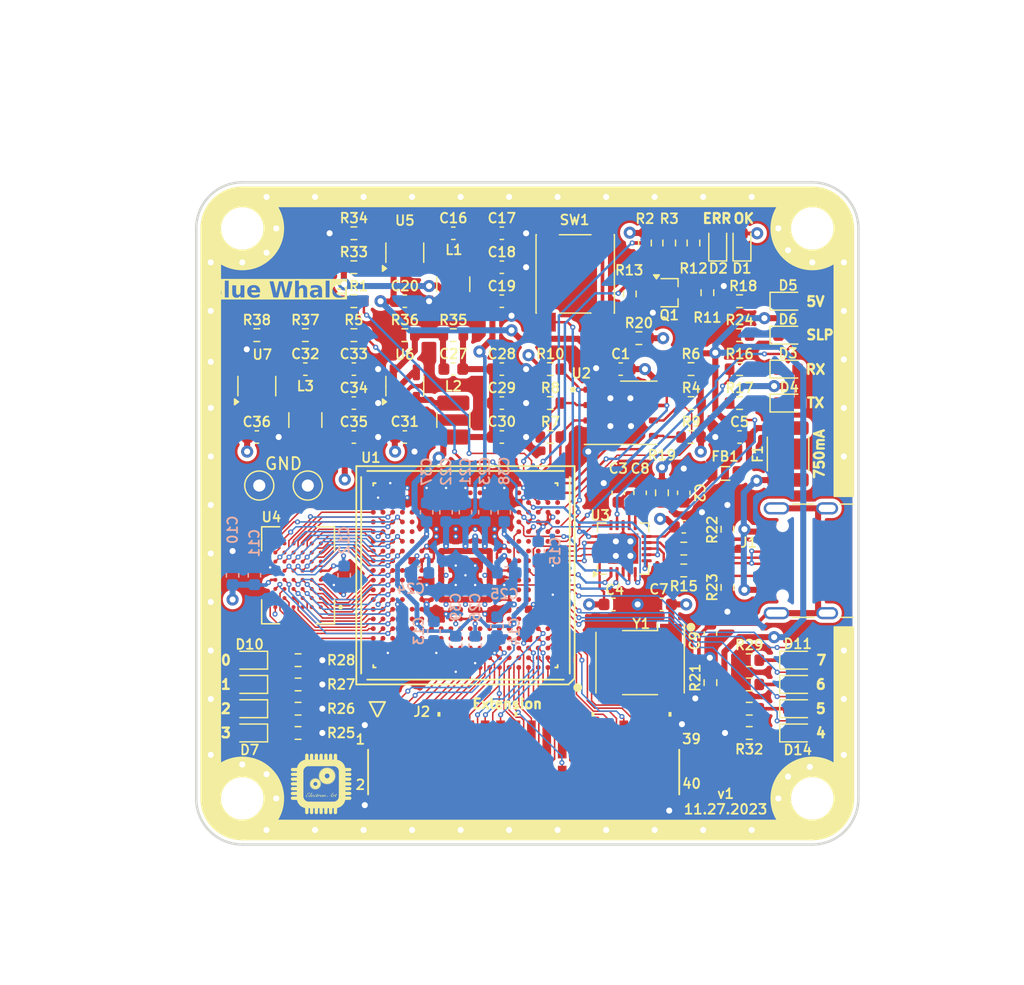
<source format=kicad_pcb>
(kicad_pcb (version 20240108) (generator "pcbnew") (generator_version "8.0")
  (layers (0 "F.Cu" signal) (1 "In1.Cu" signal) (2 "In2.Cu" signal) (31 "B.Cu" signal) (34 "B.Paste" user) (35 "F.Paste" user) (36 "B.SilkS" user "B.Silkscreen") (37 "F.SilkS" user "F.Silkscreen") (38 "B.Mask" user) (39 "F.Mask" user) (44 "Edge.Cuts" user))
  (net 0 "")
  (net 1 "+3.3V")
  (net 2 "GND")
  (net 3 "Net-(U3-~{RESET})")
  (net 4 "+5V")
  (net 5 "+1V1")
  (net 6 "+2V5")
  (net 7 "Net-(U5-FB)")
  (net 8 "Net-(U6-FB)")
  (net 9 "JTAG_TDO")
  (net 10 "JTAG_TDI")
  (net 11 "JTAG_TMS")
  (net 12 "JTAG_TCK")
  (net 13 "FLASH_SCK")
  (net 14 "FLASH_nHOLD")
  (net 15 "FLASH_nWP")
  (net 16 "FLASH_MISO")
  (net 17 "FLASH_MOSI")
  (net 18 "FLASH_nCS")
  (net 19 "SDRAM_D11")
  (net 20 "SDRAM_D10")
  (net 21 "SDRAM_D9")
  (net 22 "SDRAM_D12")
  (net 23 "SDRAM_D8")
  (net 24 "SDRAM_D13")
  (net 25 "CLK_50MHz")
  (net 26 "SDRAM_A12")
  (net 27 "SDRAM_A11")
  (net 28 "SDRAM_A9")
  (net 29 "SDRAM_D0")
  (net 30 "SDRAM_D15")
  (net 31 "SDRAM_D14")
  (net 32 "SDRAM_A8")
  (net 33 "SDRAM_A7")
  (net 34 "SDRAM_A6")
  (net 35 "SDRAM_A5")
  (net 36 "SDRAM_A4")
  (net 37 "FTDI_RXD")
  (net 38 "SDRAM_D1")
  (net 39 "SDRAM_A3")
  (net 40 "SDRAM_A2")
  (net 41 "FTDI_TXD")
  (net 42 "Net-(J1-SHIELD)")
  (net 43 "SDRAM_D2")
  (net 44 "SDRAM_A1")
  (net 45 "SDRAM_A0")
  (net 46 "EXT_0")
  (net 47 "SDRAM_D3")
  (net 48 "SDRAM_A10")
  (net 49 "SDRAM_D4")
  (net 50 "SDRAM_D6")
  (net 51 "SDRAM_D5")
  (net 52 "SDRAM_D7")
  (net 53 "~{SDRAM_UB}")
  (net 54 "SDRAM_A13")
  (net 55 "SDRAM_A14")
  (net 56 "SDRAM_A18")
  (net 57 "SDRAM_A17")
  (net 58 "~{SDRAM_CE}")
  (net 59 "SDRAM_A21")
  (net 60 "SDRAM_A20")
  (net 61 "~{SDRAM_OE}")
  (net 62 "SDRAM_A15")
  (net 63 "SDRAM_A19")
  (net 64 "SDRAM_A16")
  (net 65 "~{SDRAM_WE}")
  (net 66 "~{SDRAM_LB}")
  (net 67 "EXT_33")
  (net 68 "/Flash & JTAG/nPROGRAM")
  (net 69 "/Flash & JTAG/CFG_DONE")
  (net 70 "/Flash & JTAG/FT231_PWR")
  (net 71 "+3.3VP")
  (net 72 "Net-(D6-A)")
  (net 73 "Net-(D1-K)")
  (net 74 "Net-(D2-K)")
  (net 75 "Net-(D3-K)")
  (net 76 "Net-(U5-SW)")
  (net 77 "Net-(U6-SW)")
  (net 78 "Net-(Q1-B)")
  (net 79 "Net-(Q1-C)")
  (net 80 "/Flash & JTAG/USB_C_R_N")
  (net 81 "/Flash & JTAG/USB_C_N")
  (net 82 "/Flash & JTAG/USB_C_R_P")
  (net 83 "/Flash & JTAG/USB_C_P")
  (net 84 "Net-(J1-CC1)")
  (net 92 "LED_3")
  (net 93 "LED_2")
  (net 100 "LED_1")
  (net 101 "LED_0")
  (net 154 "FTDI_RTS")
  (net 156 "EXT_1")
  (net 157 "EXT_2")
  (net 158 "EXT_3")
  (net 159 "EXT_4")
  (net 160 "EXT_5")
  (net 161 "EXT_6")
  (net 162 "EXT_7")
  (net 163 "EXT_8")
  (net 164 "EXT_9")
  (net 165 "EXT_10")
  (net 166 "EXT_11")
  (net 167 "EXT_12")
  (net 168 "EXT_13")
  (net 169 "EXT_14")
  (net 170 "EXT_15")
  (net 171 "EXT_16")
  (net 172 "EXT_17")
  (net 173 "EXT_18")
  (net 174 "EXT_19")
  (net 175 "EXT_20")
  (net 176 "EXT_21")
  (net 177 "EXT_22")
  (net 178 "EXT_23")
  (net 179 "EXT_24")
  (net 180 "EXT_25")
  (net 181 "EXT_26")
  (net 182 "EXT_27")
  (net 183 "EXT_28")
  (net 195 "Net-(J1-CC2)")
  (net 197 "EXT_32")
  (net 198 "EXT_31")
  (net 199 "EXT_30")
  (net 200 "EXT_29")
  (net 201 "/Flash & JTAG/nINIT")
  (net 202 "/Flash & JTAG/CFG_1")
  (net 241 "/Flash & JTAG/VBUS_IN")
  (net 242 "FTDI_TXDEN")
  (net 243 "FTDI_nDTR")
  (net 244 "Net-(U7-FB)")
  (net 245 "Net-(D4-K)")
  (net 246 "Net-(D5-K)")
  (net 247 "Net-(D6-K)")
  (net 248 "Net-(D11-K)")
  (net 249 "Net-(U7-SW)")
  (net 250 "Net-(U3-CBUS1)")
  (net 251 "Net-(U3-CBUS2)")
  (net 252 "Net-(D7-K)")
  (net 253 "Net-(D8-K)")
  (net 254 "Net-(D9-K)")
  (net 255 "Net-(D10-K)")
  (net 256 "LED_7")
  (net 257 "Net-(D12-K)")
  (net 258 "LED_6")
  (net 259 "Net-(D13-K)")
  (net 260 "LED_5")
  (net 261 "Net-(D14-K)")
  (net 262 "LED_4")
  (net 264 "Net-(R20-Pad2)")
  (net 265 "BTN")
  (footprint "Capacitor_SMD:C_0603_1608Metric" (layer "F.Cu") (at 162 95 90)
    (property "Reference" "C2")
    (property "Value" "4.7µF")
  )
  (footprint "ECP5_BGA381_RISCV:FTS-120-02-L-DV" (layer "F.Cu") (at 148.8 117.2 180)
    (property "Reference" "J2")
    (property "Value" "EXT")
  )
  (footprint "Resistor_SMD:R_0603_1608Metric" (layer "F.Cu") (at 130.8 82 180)
    (property "Reference" "R37")
    (property "Value" "15K")
  )
  (footprint "Resistor_SMD:R_0603_1608Metric" (layer "F.Cu") (at 167.4 110.8 180)
    (property "Reference" "R30" (hide yes))
    (property "Value" "330")
  )
  (footprint "ECP5_BGA381_RISCV:WSON-8-1EP_6x5mm_P1.27mm_EP3.4x4.3mm" (layer "F.Cu") (at 156.8 88.4)
    (property "Reference" "U2")
    (property "Value" "IS25LP128F")
  )
  (footprint "Resistor_SMD:R_0603_1608Metric" (layer "F.Cu") (at 151 87.6)
    (property "Reference" "R8")
    (property "Value" "10K")
  )
  (footprint "Resistor_SMD:R_0603_1608Metric" (layer "F.Cu") (at 151 84.8 180)
    (property "Reference" "R10")
    (property "Value" "4.7K")
  )
  (footprint "MountingHole:MountingHole_3.2mm_M3" (layer "F.Cu") (at 172.6 73.2)
    (property "Reference" "H2" (hide yes))
    (property "Value" "MountingHole" (hide yes))
  )
  (footprint "Resistor_SMD:R_0603_1608Metric" (layer "F.Cu") (at 162.6 84.8 180)
    (property "Reference" "R6")
    (property "Value" "10K")
  )
  (footprint "Button_Switch_SMD:SW_SPST_PTS645" (layer "F.Cu") (at 153.05 76.95 -90)
    (property "Reference" "SW1")
    (property "Value" "User")
  )
  (footprint "Capacitor_SMD:C_0603_1608Metric" (layer "F.Cu") (at 156.2 104.2)
    (property "Reference" "C4")
    (property "Value" "100nF")
  )
  (footprint "Resistor_SMD:R_0603_1608Metric" (layer "F.Cu") (at 167.4 108.8 180)
    (property "Reference" "R29")
    (property "Value" "715")
  )
  (footprint "LED_SMD:LED_0603_1608Metric" (layer "F.Cu") (at 166.8 74.4 90)
    (property "Reference" "D1")
    (property "Value" "GREEN")
  )
  (footprint "LED_SMD:LED_0603_1608Metric" (layer "F.Cu") (at 170.6 87.6)
    (property "Reference" "D4")
    (property "Value" "YLW")
  )
  (footprint "Resistor_SMD:R_0603_1608Metric" (layer "F.Cu") (at 165.6 102.8 -90)
    (property "Reference" "R23")
    (property "Value" "5.1K")
  )
  (footprint "Resistor_SMD:R_0603_1608Metric" (layer "F.Cu") (at 130.2 108.8)
    (property "Reference" "R28")
    (property "Value" "330")
  )
  (footprint "ECP5_BGA381_RISCV:Fuse_1812_4532Metric" (layer "F.Cu") (at 170.6 91.8 -90)
    (property "Reference" "F1")
    (property "Value" "Hold 750mA")
  )
  (footprint "ECP5_BGA381_RISCV:BGA48C75P8X6_800X600X120N" (layer "F.Cu") (at 130.2 101.8 180)
    (property "Reference" "U4")
    (property "Value" "IS66WVE4M16EBLL-70BLI")
  )
  (footprint "Resistor_SMD:R_0603_1608Metric" (layer "F.Cu") (at 157.55 78.6 90)
    (property "Reference" "R13")
    (property "Value" "10K")
  )
  (footprint "Package_TO_SOT_SMD:SOT-23-5" (layer "F.Cu") (at 126.8 86.2 90)
    (property "Reference" "U7")
    (property "Value" "TLV62569DBVT")
  )
  (footprint "LED_SMD:LED_0603_1608Metric" (layer "F.Cu") (at 171.4 112.8)
    (property "Reference" "D13" (hide yes))
    (property "Value" "YLW")
  )
  (footprint "Capacitor_SMD:C_0603_1608Metric" (layer "F.Cu") (at 147 79.2)
    (property "Reference" "C19")
    (property "Value" "2.2µF")
  )
  (footprint "MountingHole:MountingHole_3.2mm_M3" (layer "F.Cu") (at 125.6 73.2)
    (property "Reference" "H1" (hide yes))
    (property "Value" "MountingHole" (hide yes))
  )
  (footprint "Inductor_SMD:L_0805_2012Metric" (layer "F.Cu") (at 165.4 93.4 180)
    (property "Reference" "FB1")
    (property "Value" "600Ohm 2A")
  )
  (footprint "MountingHole:MountingHole_3.2mm_M3" (layer "F.Cu") (at 125.6 120.2)
    (property "Reference" "H4" (hide yes))
    (property "Value" "MountingHole" (hide yes))
  )
  (footprint "Capacitor_SMD:C_0603_1608Metric" (layer "F.Cu") (at 134.8 84.8)
    (property "Reference" "C33")
    (property "Value" "22µF")
  )
  (footprint "LED_SMD:LED_0603_1608Metric" (layer "F.Cu") (at 170.6 82)
    (property "Reference" "D6")
    (property "Value" "BLUE")
  )
  (footprint "Capacitor_SMD:C_0603_1608Metric" (layer "F.Cu") (at 156.6 95 90)
    (property "Reference" "C3")
    (property "Value" "100nF")
  )
  (footprint "Inductor_SMD:L_1210_3225Metric" (layer "F.Cu") (at 130.8 89 -90)
    (property "Reference" "L3")
    (property "Value" "2.2µH")
  )
  (footprint "Resistor_SMD:R_0603_1608Metric" (layer "F.Cu") (at 167.4 114.8 180)
    (property "Reference" "R32")
    (property "Value" "330")
  )
  (footprint "ECP5_BGA381_RISCV:USB_C_Receptacle_GCT_USB4105-xx-A_16P_TopMnt_Horizontal" (layer "F.Cu") (at 172.75 100.6 90)
    (property "Reference" "J1")
    (property "Value" "USB Type C")
  )
  (footprint "Resistor_SMD:R_0603_1608Metric" (layer "F.Cu") (at 163.95 78.5 -90)
    (property "Reference" "R11")
    (property "Value" "715")
  )
  (footprint "Capacitor_SMD:C_0603_1608Metric" (layer "F.Cu") (at 143 73.6 180)
    (property "Reference" "C16")
    (property "Value" "100pF")
  )
  (footprint "Capacitor_SMD:C_0603_1608Metric" (layer "F.Cu") (at 160.2 104.2 180)
    (property "Reference" "C7")
    (property "Value" "100nF")
  )
  (footprint "Resistor_SMD:R_0603_1608Metric" (layer "F.Cu") (at 158.8 74.4 -90)
    (property "Reference" "R2")
    (property "Value" "10K")
  )
  (footprint "Capacitor_SMD:C_0603_1608Metric" (layer "F.Cu") (at 147 90.4)
    (property "Reference" "C30")
    (property "Value" "2.2µF")
  )
  (footprint "Resistor_SMD:R_0603_1608Metric" (layer "F.Cu") (at 134.8 82)
    (property "Reference" "R5")
    (property "Value" "1.1K")
  )
  (footprint "Resistor_SMD:R_0603_1608Metric" (layer "F.Cu") (at 134.8 76.4)
    (property "Reference" "R33")
    (property "Value" "15K")
  )
  (footprint "LED_SMD:LED_0603_1608Metric" (layer "F.Cu") (at 171.4 110.8)
    (property "Reference" "D12" (hide yes))
    (property "Value" "BLUE")
  )
  (footprint "Inductor_SMD:L_1210_3225Metric" (layer "F.Cu") (at 143 89 -90)
    (property "Reference" "L2")
    (property "Value" "2.2µH")
  )
  (footprint "Resistor_SMD:R_0603_1608Metric" (layer "F.Cu") (at 130.2 110.8)
    (property "Reference" "R27")
    (property "Value" "750")
  )
  (footprint "Resistor_SMD:R_0603_1608Metric" (layer "F.Cu") (at 164.2 110.65 -90)
    (property "Reference" "R21")
    (property "Value" "100K")
  )
  (footprint "LED_SMD:LED_0603_1608Metric" (layer "F.Cu") (at 126.2 110.8 180)
    (property "Reference" "D9" (hide yes))
    (property "Value" "YLW")
  )
  (footprint "Resistor_SMD:R_0603_1608Metric" (layer "F.Cu") (at 162.6 87.6 180)
    (property "Reference" "R4")
    (property "Value" "1.1K")
  )
  (footprint "Resistor_SMD:R_0603_1608Metric" (layer "F.Cu") (at 134.8 73.6 180)
    (property "Reference" "R34")
    (property "Value" "18K")
  )
  (footprint "Resistor_SMD:R_0603_1608Metric" (layer "F.Cu") (at 167.4 112.8 180)
    (property "Reference" "R31" (hide yes))
    (property "Value" "750")
  )
  (footprint "Resistor_SMD:R_0603_1608Metric" (layer "F.Cu") (at 162 99.6 180)
    (property "Reference" "R14" (hide yes))
    (property "Value" "27")
  )
  (footprint "Capacitor_SMD:C_0603_1608Metric" (layer "F.Cu") (at 164.2 106.6 -90)
    (property "Reference" "C9")
    (property "Value" "10nF")
  )
  (footprint "LOGO" (layer "F.Cu") (at 132.1 119)
    (property "Reference" "G***" (hide yes))
    (property "Value" "LOGO" (hide yes))
  )
  (footprint "Capacitor_SMD:C_0603_1608Metric" (layer "F.Cu") (at 126.8 90.4)
    (property "Reference" "C36")
    (property "Value" "22µF")
  )
  (footprint "Resistor_SMD:R_0603_1608Metric" (layer "F.Cu") (at 126.8 82 180)
    (property "Reference" "R38")
    (property "Value" "3.3K")
  )
  (footprint "Resistor_SMD:R_0603_1608Metric" (layer "F.Cu") (at 162.6 90.4)
    (property "Reference" "R9")
    (property "Value" "4.7K")
  )
  (footprint "Capacitor_SMD:C_0603_1608Metric" (layer "F.Cu") (at 139 90.4)
    (property "Reference" "C31")
    (property "Value" "22µF")
  )
  (footprint "LED_SMD:LED_0603_1608Metric" (layer "F.Cu") (at 170.6 84.8)
    (property "Reference" "D3")
    (property "Value" "GREEN")
  )
  (footprint "LED_SMD:LED_0603_1608Metric" (layer "F.Cu") (at 171.4 108.8)
    (property "Reference" "D11")
    (property "Value" "RED")
  )
  (footprint "LED_SMD:LED_0603_1608Metric" (layer "F.Cu") (at 171.4 114.8)
    (property "Reference" "D14")
    (property "Value" "GREEN")
  )
  (footprint "Resistor_SMD:R_0603_1608Metric" (layer "F.Cu") (at 166.6 79.2 180)
    (property "Reference" "R18")
    (property "Value" "1.6K")
  )
  (footprint "Capacitor_SMD:C_0603_1608Metric" (layer "F.Cu") (at 134.8 87.6)
    (property "Reference" "C34")
    (property "Value" "22µF")
  )
  (footprint "LED_SMD:LED_0603_1608Metric" (layer "F.Cu") (at 126.2 108.8 180)
    (property "Reference" "D10")
    (property "Value" "GREEN")
  )
  (footprint "Capacitor_SMD:C_0603_1608Metric" (layer "F.Cu") (at 143 84.8 180)
    (property "Reference" "C27")
    (property "Value" "100pF")
  )
  (footprint "Capacitor_SMD:C_0603_1608Metric" (layer "F.Cu") (at 130.8 84.8 180)
    (property "Reference" "C32")
    (property "Value" "100pF")
  )
  (footprint "TestPoint:TestPoint_THTPad_D2.0mm_Drill1.0mm" (layer "F.Cu") (at 127 94.4 90)
    (property "Reference" "TP2" (hide yes))
    (property "Value" "GND")
  )
  (footprint "LED_SMD:LED_0603_1608Metric" (layer "F.Cu") (at 126.2 112.8 180)
    (property "Reference" "D8" (hide yes))
    (property "Value" "BLUE")
  )
  (footprint "Resistor_SMD:R_0603_1608Metric" (layer "F.Cu") (at 130.2 114.8)
    (property "Reference" "R25")
    (property "Value" "715")
  )
  (footprint "Resistor_SMD:R_0603_1608Metric" (layer "F.Cu") (at 160.2 95 -90)
    (property "Reference" "R19")
    (property "Value" "10K")
  )
  (footprint "ECP5_BGA381_RISCV:BGA-381_pitch0.8mm_dia0.4mm" (layer "F.Cu") (at 144 101.8 180)
    (property "Reference" "U1")
    (property "Value" "LFE5U-85F-8BG381C" (hide yes))
  )
  (footprint "Resistor_SMD:R_0603_1608Metric" (layer "F.Cu") (at 166.6 84.8 180)
    (property "Reference" "R16")
    (property "Value" "330")
  )
  (footprint "LED_SMD:LED_0603_1608Metric" (layer "F.Cu") (at 126.2 114.8 180)
    (property "Reference" "D7")
    (property "Value" "RED")
  )
  (footprint "Capacitor_SMD:C_0603_1608Metric" (layer "F.Cu") (at 147 84.8)
    (property "Reference" "C28")
    (property "Value" "22µF")
  )
  (footprint "Capacitor_SMD:C_0603_1608Metric" (layer "F.Cu") (at 134.8 90.4)
    (property "Reference" "C35")
    (property "Value" "2.2µF")
  )
  (footprint "Package_TO_SOT_SMD:SOT-23-5" (layer "F.Cu") (at 139 86.2 90)
    (property "Reference" "U6")
    (property "Value" "TLV62569DBVT")
  )
  (footprint "Resistor_SMD:R_0603_1608Metric" (layer "F.Cu") (at 143 82 180)
    (property "Reference" "R35")
    (property "Value" "15K")
  )
  (footprint "Resistor_SMD:R_0603_1608Metric" (layer "F.Cu") (at 165.6 98 90)
    (property "Reference" "R22")
    (property "Value" "5.1K")
  )
  (footprint "MountingHole:MountingHole_3.2mm_M3" (layer "F.Cu") (at 172.6 120.2)
    (property "Reference" "H3" (hide yes))
    (property "Value" "MountingHole" (hide yes))
  )
  (footprint "Inductor_SMD:L_1210_3225Metric" (layer "F.Cu") (at 143 77.8 -90)
    (property "Reference" "L1")
    (property "Value" "2.2µH")
  )
  (footprint "Capacitor_SMD:C_0603_1608Metric" (layer "F.Cu") (at 147 87.6)
    (property "Reference" "C29")
    (property "Value" "22µF")
  )
  (footprint "Package_DFN_QFN:QFN-20-1EP_4x4mm_P0.5mm_EP2.5x2.5mm" (layer "F.Cu") (at 157 99.6 90)
    (property "Reference" "U3")
    (property "Value" "FT231XQ")
  )
  (footprint "Resistor_SMD:R_0603_1608Metric" (layer "F.Cu") (at 166.6 87.6 180)
    (property "Reference" "R17")
    (property "Value" "750")
  )
  (footprint "Package_TO_SOT_SMD:SOT-23-5" (layer "F.Cu") (at 139 75.2 90)
    (property "Reference" "U5")
    (property "Value" "TLV62569DBVT")
  )
  (footprint "Capacitor_SMD:C_0603_1608Metric" (layer "F.Cu") (at 147 73.6)
    (property "Reference" "C17")
    (property "Value" "22µF")
  )
  (footprint "ECP5_BGA381_RISCV:Oscillator_SMD_Diodes_FN-4Pin_7.0x5.0mm" (layer "F.Cu") (at 158.4 109 -90)
    (property "Reference" "Y1")
    (property "Value" "50MHz")
  )
  (footprint "Package_TO_SOT_SMD:SOT-323_SC-70" (layer "F.Cu") (at 160.8 78.5)
    (property "Reference" "Q1")
    (property "Value" "MMST2222A")
  )
  (footprint "Resistor_SMD:R_0603_1608Metric" (layer "F.Cu") (at 139 82 180)
    (property "Reference" "R36")
    (property "Value" "4.7K")
  )
  (footprint "Resistor_SMD:R_0603_1608Metric" (layer "F.Cu") (at 158.3 82.25 180)
    (property "Reference" "R20")
    (property "Value" "130")
  )
  (footprint "Capacitor_SMD:C_0603_1608Metric" (layer "F.Cu") (at 166.6 90.4 180)
    (property "Reference" "C5")
    (property "Value" "10nF")
  )
  (footprint "Resistor_SMD:R_0603_1608Metric" (layer "F.Cu") (at 166.6 82 180)
    (property "Reference" "R24")
    (property "Value" "330")
  )
  (footprint "Resistor_SMD:R_0603_1608Metric" (layer "F.Cu") (at 130.2 112.8)
    (property "Reference" "R26")
    (property "Value" "330")
  )
  (footprint "Resistor_SMD:R_0603_1608Metric" (layer "F.Cu") (at 134.8 79.2 180)
    (property "Reference" "R1")
    (property "Value" "10K")
  )
  (footprint "TestPoint:TestPoint_THTPad_D2.0mm_Drill1.0mm" (layer "F.Cu") (at 131 94.4 90)
    (property "Reference" "TP1" (hide yes))
    (property "Value" "GND")
  )
  (footprint "Capacitor_SMD:C_0603_1608Metric" (layer "F.Cu") (at 156.8 84.8 180)
    (property "Reference" "C1")
    (property "Value" "100nF")
  )
  (footprint "LED_SMD:LED_0603_1608Metric" (layer "F.Cu") (at 170.6 79.2)
    (property "Reference" "D5")
    (property "Value" "RED")
  )
  (footprint "Capacitor_SMD:C_0603_1608Metric" (layer "F.Cu") (at 139 79.2)
    (property "Reference" "C20")
    (property "Value" "22µF")
  )
  (footprint "Resistor_SMD:R_0603_1608Metric" (layer "F.Cu") (at 151 90.4)
    (property "Reference" "R7")
    (property "Value" "10K")
  )
  (footprint "Capacitor_SMD:C_0603_1608Metric" (layer "F.Cu") (at 147 76.4)
    (property "Reference" "C18")
    (property "Value" "22µF")
  )
  (footprint "LED_SMD:LED_0603_1608Metric" (layer "F.Cu") (at 164.8 74.4 90)
    (property "Reference" "D2")
    (property "Value" "RED")
  )
  (footprint "Resistor_SMD:R_0603_1608Metric" (layer "F.Cu") (at 162.8 74.4 90)
    (property "Reference" "R12")
    (property "Value" "715")
  )
  (footprint "Capacitor_SMD:C_0603_1608Metric" (layer "F.Cu") (at 162 97.8)
    (property "Reference" "C6" (hide yes))
    (property "Value" "100nF")
  )
  (footprint "Resistor_SMD:R_0603_1608Metric" (layer "F.Cu") (at 162 101.4 180)
    (property "Reference" "R15")
    (property "Value" "27")
  )
  (footprint "Resistor_SMD:R_0603_1608Metric" (layer "F.Cu") (at 160.8 74.4 90)
    (property "Reference" "R3")
    (property "Value" "4.7K")
  )
  (footprint "Capacitor_SMD:C_0603_1608Metric" (layer "F.Cu") (at 158.4 95 90)
    (property "Reference" "C8")
    (property "Value" "100nF")
  )
  (footprint "Capacitor_SMD:C_0603_1608Metric" (layer "B.Cu") (at 147.4 101.6)
    (property "Reference" "C25")
    (property "Value" "100nF")
  )
  (footprint "Capacitor_SMD:C_0603_1608Metric" (layer "B.Cu") (at 124.8 101.8 90)
    (property "Reference" "C10")
    (property "Value" "2.2µF")
  )
  (footprint "Capacitor_SMD:C_0603_1608Metric" (layer "B.Cu") (at 141.4 106.4 -90)
    (property "Reference" "C13")
    (property "Value" "100nF")
  )
  (footprint "Capacitor_SMD:C_0603_1608Metric" (layer "B.Cu") (at 126.6 101.8 90)
    (property "Reference" "C11")
    (property "Value" "100nF")
  )
  (footprint "Capacitor_SMD:C_0603_1608Metric" (layer "B.Cu") (at 144.8 107.6 -90)
    (property "Reference" "C26")
    (property "Value" "2.2µF")
  )
  (footprint "Capacitor_SMD:C_0603_1608Metric" (layer "B.Cu") (at 150 99.8 -90)
    (property "Reference" "C15")
    (property "Value" "100nF")
  )
  (footprint "Capacitor_SMD:C_0603_1608Metric" (layer "B.Cu") (at 143.2 107.6 -90)
    (property "Reference" "C39")
    (property "Value" "2.2µF")
  )
  (footprint "Capacitor_SMD:C_0603_1608Metric" (layer "B.Cu") (at 145.6 96.6 90)
    (property "Reference" "C23")
    (property "Value" "100nF")
  )
  (footprint "Capacitor_SMD:C_0603_1608Metric" (layer "B.Cu") (at 144 96.6 90)
    (property "Reference" "C21")
    (property "Value" "2.2µF")
  )
  (footprint "Capacitor_SMD:C_0603_1608Metric" (layer "B.Cu") (at 134 101.8 -90)
    (property "Reference" "C12")
    (property "Value" "100nF")
  )
  (footprint "Capacitor_SMD:C_0603_1608Metric" (layer "B.Cu") (at 140.2 101.6 180)
    (property "Reference" "C24")
    (property "Value" "100nF")
  )
  (footprint "Capacitor_SMD:C_0603_1608Metric" (layer "B.Cu") (at 147.2 96.6 90)
    (property "Reference" "C38")
    (property "Value" "100nF")
  )
  (footprint "Capacitor_SMD:C_0603_1608Metric" (layer "B.Cu") (at 140.8 96.6 90)
    (property "Reference" "C37")
    (property "Value" "100nF")
  )
  (footprint "Capacitor_SMD:C_0603_1608Metric" (layer "B.Cu") (at 142.4 96.6 90)
    (property "Reference" "C22")
    (property "Value" "100nF")
  )
  (footprint "Capacitor_SMD:C_0603_1608Metric" (layer "B.Cu") (at 146.6 106 -90)
    (property "Reference" "C14")
    (property "Value" "100nF")
  )
  (gr_rect (start 125.6 69.8) (end 172.6 71.4) (stroke (width 0.1)) (fill solid) (layer "F.SilkS"))
  (gr_rect (start 122.2 73.25) (end 123.8 120.2) (stroke (width 0.1)) (fill solid) (layer "F.SilkS"))
  (gr_rect (start 174.4 106.05) (end 176 120.2) (stroke (width 0.1)) (fill solid) (layer "F.SilkS"))
  (gr_circle (center 172.6 120.2) (end 175.2 120.2) (stroke (width 1.7)) (fill none) (layer "F.SilkS"))
  (gr_circle (center 172.6 73.2) (end 175.200481 73.2) (stroke (width 1.7)) (fill none) (layer "F.SilkS"))
  (gr_rect (start 174.4 73.25) (end 176 95.3) (stroke (width 0.1)) (fill solid) (layer "F.SilkS"))
  (gr_rect (start 125.55 122) (end 172.65 123.6) (stroke (width 0.1)) (fill solid) (layer "F.SilkS"))
  (gr_circle (center 125.6 120.2) (end 128.2 120.2) (stroke (width 1.7)) (fill none) (layer "F.SilkS"))
  (gr_circle (center 125.6 73.2) (end 128.2 73.2) (stroke (width 1.7)) (fill none) (layer "F.SilkS"))
  (gr_arc (start 125.6 124) (mid 122.912994 122.887006) (end 121.8 120.2) (stroke (width 0.2)) (layer "Edge.Cuts"))
  (gr_line (start 172.6 124) (end 125.6 124) (stroke (width 0.2)) (layer "Edge.Cuts"))
  (gr_arc (start 121.8 73.2) (mid 122.912994 70.512994) (end 125.6 69.4) (stroke (width 0.2)) (layer "Edge.Cuts"))
  (gr_arc (start 172.6 69.4) (mid 175.287005 70.512994) (end 176.4 73.2) (stroke (width 0.2)) (layer "Edge.Cuts"))
  (gr_line (start 125.6 69.4) (end 172.6 69.4) (stroke (width 0.2)) (layer "Edge.Cuts"))
  (gr_line (start 176.4 73.2) (end 176.4 120.2) (stroke (width 0.2)) (layer "Edge.Cuts"))
  (gr_arc (start 176.4 120.2) (mid 175.287006 122.887006) (end 172.6 124) (stroke (width 0.2)) (layer "Edge.Cuts"))
  (gr_line (start 121.8 120.2) (end 121.8 73.2) (stroke (width 0.2)) (layer "Edge.Cuts"))
  (gr_text "7" (at 173.35 108.8 0) (layer "F.SilkS") (effects (font (size 0.8 0.8) (thickness 0.2) (bold yes))))
  (gr_text "TX" (at 172.05 88.05 0) (layer "F.SilkS") (effects (font (size 0.8 0.8) (thickness 0.2) (bold yes)) (justify left bottom)))
  (gr_text "GND" (at 129 92.6 0) (layer "F.SilkS") (effects (font (size 1 1))))
  (gr_text "Blue Whale" (at 128.4 78.35 0) (layer "F.SilkS" knockout) (effects (font (size 1.3 1.3) (thickness 0.28) (bold yes))))
  (gr_text "3" (at 124.25 114.8 0) (layer "F.SilkS") (effects (font (size 0.8 0.8) (thickness 0.2) (bold yes))))
  (gr_text "ERR" (at 163.45 72.85 0) (layer "F.SilkS") (effects (font (size 0.8 0.8) (thickness 0.2) (bold yes)) (justify left bottom)))
  (gr_text "750mA" (at 173.65 93.95 90) (layer "F.SilkS") (effects (font (size 0.8 0.8) (thickness 0.2) (bold yes)) (justify left bottom)))
  (gr_text "Extension" (at 147.45 112.4 0) (layer "F.SilkS") (effects (font (size 0.8 0.8) (thickness 0.2) (bold yes))))
  (gr_text "OK" (at 166 72.85 0) (layer "F.SilkS") (effects (font (size 0.8 0.8) (thickness 0.2) (bold yes)) (justify left bottom)))
  (gr_text "6" (at 173.3 110.8 0) (layer "F.SilkS") (effects (font (size 0.8 0.8) (thickness 0.2) (bold yes))))
  (gr_text "1" (at 124.25 110.8 0) (layer "F.SilkS") (effects (font (size 0.8 0.8) (thickness 0.2) (bold yes))))
  (gr_text "5V" (at 172 79.7 0) (layer "F.SilkS") (effects (font (size 0.8 0.8) (thickness 0.2) (bold yes)) (justify left bottom)))
  (gr_text "RX" (at 171.95 85.3 0) (layer "F.SilkS") (effects (font (size 0.8 0.8) (thickness 0.2) (bold yes)) (justify left bottom)))
  (gr_text "v1\n11.27.2023" (at 165.45 120.45 0) (layer "F.SilkS") (effects (font (size 0.8 0.8))))
  (gr_text "4" (at 173.3 114.8 0) (layer "F.SilkS") (effects (font (size 0.8 0.8) (thickness 0.2) (bold yes))))
  (gr_text "5" (at 173.3 112.8 0) (layer "F.SilkS") (effects (font (size 0.8 0.8) (thickness 0.2) (bold yes))))
  (gr_text "2" (at 124.25 112.8 0) (layer "F.SilkS") (effects (font (size 0.8 0.8) (thickness 0.2) (bold yes))))
  (gr_text "0" (at 124.25 108.8 0) (layer "F.SilkS") (effects (font (size 0.8 0.8) (thickness 0.2) (bold yes))))
  (gr_text "SLP" (at 172 82.45 0) (layer "F.SilkS") (effects (font (size 0.8 0.8) (thickness 0.2) (bold yes)) (justify left bottom)))
  (segment (start 159.5 85.5) (end 158.8 84.8) (width 0.5) (layer "F.Cu") (net 1))
  (segment (start 140.4 100.6) (end 140.8 100.2) (width 0.2) (layer "F.Cu") (net 1))
  (segment (start 144.4 105.4) (end 144.8 105.4) (width 0.2) (layer "F.Cu") (net 1))
  (segment (start 144.4 99) (end 145.2 99) (width 0.2) (layer "F.Cu") (net 1))
  (segment (start 167.6125 73.6125) (end 166.75 73.6125) (width 0.3) (layer "F.Cu") (net 1))
  (segment (start 143.2 105.4) (end 143.6 105.4) (width 0.2) (layer "F.Cu") (net 1))
  (segment (start 142.8 105.4) (end 143.2 105.4) (width 0.2) (layer "F.Cu") (net 1))
  (segment (start 150.175 87.6) (end 150.175 84.8) (width 0.3) (layer "F.Cu") (net 1))
  (segment (start 150.175 90.4) (end 150.175 87.6) (width 0.3) (layer "F.Cu") (net 1))
  (segment (start 160.94 111.2) (end 160.94 106.8) (width 0.5) (layer "F.Cu") (net 1))
  (segment (start 134.05 90.4) (end 130.825 90.4) (width 0.5) (layer "F.Cu") (net 1))
  (segment (start 128.275 102.175) (end 127.975 102.175) (width 0.2) (layer "F.Cu") (net 1))
  (segment (start 132.725 101.425) (end 132.075 101.425) (width 0.2) (layer "F.Cu") (net 1))
  (segment (start 157.575 73.575) (end 157.55 73.55) (width 0.5) (layer "F.Cu") (net 1))
  (segment (start 167.625 73.6) (end 167.6125 73.6125) (width 0.3) (layer "F.Cu") (net 1))
  (segment (start 131.4 84.8) (end 134.05 84.8) (width 0.5) (layer "F.Cu") (net 1))
  (segment (start 140.4 103.8) (end 141.2 103.8) (width 0.2) (layer "F.Cu") (net 1))
  (segment (start 147.6 101.4) (end 146.8 101.4) (width 0.2) (layer "F.Cu") (net 1))
  (segment (start 167.6125 73.6125) (end 164.8 73.6125) (width 0.3) (layer "F.Cu") (net 1))
  (segment (start 143.2 105.4) (end 143.2 105.8) (width 0.2) (layer "F.Cu") (net 1))
  (segment (start 145.2 99) (end 144.8 98.6) (width 0.2) (layer "F.Cu") (net 1))
  (segment (start 158.8 73.575) (end 160.8 73.575) (width 0.5) (layer "F.Cu") (net 1))
  (segment (start 140.4 101.4) (end 141.2 101.4) (width 0.2) (layer "F.Cu") (net 1))
  (segment (start 140.4 100.6) (end 140.4 101.4) (width 0.2) (layer "F.Cu") (net 1))
  (segment (start 147.6 100.6) (end 147.6 101.4) (width 0.2) (layer "F.Cu") (net 1))
  (segment (start 148 104.2) (end 147.6 103.8) (width 0.2) (layer "F.Cu") (net 1))
  (segment (start 133.975 79.2) (end 133.975 82) (width 0.5) (layer "F.Cu") (net 1))
  (segment (start 150.8 96.6) (end 151.2 97) (width 0.2) (layer "F.Cu") (net 1))
  (segment (start 160.975 104.2) (end 162.2 104.2) (width 0.5) (layer "F.Cu") (net 1))
  (segment (start 150 97.4) (end 150.4 97.8) (width 0.2) (layer "F.Cu") (net 1))
  (segment (start 150 97.4) (end 150.8 97.4) (width 0.2) (layer "F.Cu") (net 1))
  (segment (start 150.794724 97.405276) (end 150.4 97.8) (width 0.2) (layer "F.Cu") (net 1))
  (segment (start 159.5 86.495) (end 159.5 85.5) (width 0.5) (layer "F.Cu") (net 1))
  (segment (start 133.125 101.025) (end 132.725 101.425) (width 0.2) (layer "F.Cu") (net 1))
  (segment (start 131.625 82) (end 133.975 82) (width 0.5) (layer "F.Cu") (net 1))
  (segment (start 131.6 82.025) (end 131.6 84.35) (width 0.5) (layer "F.Cu") (net 1))
  (segment (start 150.794724 97.4) (end 150.794724 96.6) (width 0.2) (layer "F.Cu") (net 1))
  (segment (start 147.6 103.8) (end 146.8 103.8) (width 0.2) (layer "F.Cu") (net 1))
  (segment (start 150.8 97.4) (end 151.2 97) (width 0.2) (layer "F.Cu") (net 1))
  (segment (start 143.6 105.4) (end 144.4 105.4) (width 0.2) (layer "F.Cu") (net 1))
  (segment (start 157.575 84.8) (end 158.8 84.8) (width 0.5) (layer "F.Cu") (net 1))
  (segment (start 168.05 73.6) (end 167.625 73.6) (width 0.3) (layer "F.Cu") (net 1))
  (segment (start 134.05 84.8) (end 134.05 87.8) (width 0.5) (layer "F.Cu") (net 1))
  (segment (start 128.3 105) (end 128.325 104.975) (width 0.127) (layer "F.Cu") (net 1))
  (segment (start 163.425 90.4) (end 163.425 91.625) (width 0.5) (layer "F.Cu") (net 1))
  (segment (start 134.05 87.4) (end 134.05 90.4) (width 0.5) (layer "F.Cu") (net 1))
  (segment (start 149.2 83.65) (end 150.175 84.625) (width 0.3) (layer "F.Cu") (net 1))
  (segment (start 140.4 103.8) (end 140.8 104.2) (width 0.2) (layer "F.Cu") (net 1))
  (segment (start 160.975 104.2) (end 160.975 106.765) (width 0.5) (layer "F.Cu") (net 1))
  (segment (start 144.4 99) (end 144.8 98.6) (width 0.2) (layer "F.Cu") (net 1))
  (segment (start 147.6 100.6) (end 147.2 100.2) (width 0.2) (layer "F.Cu") (net 1))
  (segment (start 159.125 82.25) (end 160.3 82.25) (width 0.5) (layer "F.Cu") (net 1))
  (segment (start 144.8 105.4) (end 144.8 105.8) (width 0.2) (layer "F.Cu") (net 1))
  (segment (start 140.4 103) (end 140.4 103.8) (width 0.2) (layer "F.Cu") (net 1))
  (segment (start 127.975 102.175) (end 127.75 102.4) (width 0.2) (layer "F.Cu") (net 1))
  (segment (start 128.325 104.975) (end 128.325 104.425) (width 0.127) (layer "F.Cu") (net 1))
  (segment (start 163.4 84.825) (end 163.4 90.435) (width 0.5) (layer "F.Cu") (net 1))
  (segment (start 134.05 90.4) (end 134.05 93.9) (width 0.5) (layer "F.Cu") (net 1))
  (segment (start 144.8 105.4) (end 145.2 105.4) (width 0.2) (layer "F.Cu") (net 1))
  (segment (start 158.8 73.575) (end 157.575 73.575) (width 0.5) (layer "F.Cu") (net 1))
  (segment (start 147.6 103) (end 147.6 103.8) (width 0.2) (layer "F.Cu") (net 1))
  (segment (start 141.2 103.8) (end 140.8 104.2) (width 0.2) (layer "F.Cu") (net 1))
  (via (at 144.8 98.6) (size 0.419) (drill 0.2) (layers "F.Cu" "B.Cu") (net 1))
  (via (at 162.2 104.2) (size 1) (drill 0.5) (layers "F.Cu" "B.Cu") (net 1))
  (via (at 144.8 105.8) (size 0.419) (drill 0.2) (layers "F.Cu" "B.Cu") (net 1))
  (via (at 143.2 105.8) (size 0.419) (drill 0.2) (layers "F.Cu" "B.Cu") (net 1))
  (via (at 157.55 73.55) (size 1) (drill 0.5) (layers "F.Cu" "B.Cu") (net 1))
  (via (at 149.2 83.65) (size 1) (drill 0.5) (layers "F.Cu" "B.Cu") (net 1))
  (via (at 140.8 104.2) (size 0.419) (drill 0.2) (layers "F.Cu" "B.Cu") (net 1))
  (via (at 148 104.2) (size 0.419) (drill 0.2) (layers "F.Cu" "B.Cu") (net 1))
  (via (at 150.4 97.8) (size 0.419) (drill 0.2) (layers "F.Cu" "B.Cu") (net 1))
  (via (at 124.8 103.8) (size 1) (drill 0.5) (layers "F.Cu" "B.Cu") (net 1))
  (via (at 160.3 82.25) (size 1) (drill 0.5) (layers "F.Cu" "B.Cu") (net 1))
  (via (at 133.125 101.025) (size 0.419) (drill 0.2) (layers "F.Cu" "B.Cu") (net 1))
  (via (at 128.3 105) (size 0.419) (drill 0.2) (layers "F.Cu" "B.Cu") (net 1))
  (via (at 158.8 84.8) (size 1) (drill 0.5) (layers "F.Cu" "B.Cu") (net 1))
  (via (at 140.8 100.2) (size 0.419) (drill 0.2) (layers "F.Cu" "B.Cu") (net 1))
  (via (at 168.05 73.6) (size 1) (drill 0.5) (layers "F.Cu" "B.Cu") (net 1))
  (via (at 133.95 100.2) (size 0.419) (drill 0.2) (layers "F.Cu" "B.Cu") (net 1))
  (via (at 134.05 93.9) (size 1) (drill 0.5) (layers "F.Cu" "B.Cu") (net 1))
  (via (at 151.2 97) (size 0.419) (drill 0.2) (layers "F.Cu" "B.Cu") (net 1))
  (via (at 127.75 102.4) (size 0.419) (drill 0.2) (layers "F.Cu" "B.Cu") (net 1))
  (via (at 147.2 100.2) (size 0.419) (drill 0.2) (layers "F.Cu" "B.Cu") (net 1))
  (via (at 163.4 91.6) (size 1) (drill 0.5) (layers "F.Cu" "B.Cu") (net 1))
  (segment (start 140.975 101.6) (end 140.975 100.375) (width 0.3) (layer "B.Cu") (net 1))
  (segment (start 124.55 102.575) (end 126.55 102.575) (width 0.5) (layer "B.Cu") (net 1))
  (segment (start 150 99.025) (end 150 98.2) (width 0.3) (layer "B.Cu") (net 1))
  (segment (start 133.95 101.025) (end 133.95 100.2) (width 0.3) (layer "B.Cu") (net 1))
  (segment (start 144.8 98.6) (end 144.8 99.775) (width 0.5) (layer "B.Cu") (net 1))
  (segment (start 127.55 102.6) (end 126.575 102.6) (width 0.3) (layer "B.Cu") (net 1))
  (segment (start 124.8 103.8) (end 124.8 102.575) (width 0.5) (layer "B.Cu") (net 1))
  (segment (start 144.8 99.775) (end 146.625 101.6) (width 0.5) (layer "B.Cu") (net 1))
  (segment (start 133.125 101.025) (end 133.95 101.025) (width 0.2) (layer "B.Cu") (net 1))
  (segment (start 140.8 104.825) (end 141.4 105.425) (width 0.5) (layer "B.Cu") (net 1))
  (segment (start 146.625 101.6) (end 146.625 100.775) (width 0.5) (layer "B.Cu") (net 1))
  (segment (start 127.75 102.4) (end 127.55 102.6) (width 0.3) (layer "B.Cu") (net 1))
  (segment (start 147.6 104.2) (end 148 104.2) (width 0.5) (layer "B.Cu") (net 1))
  (segment (start 146.625 100.775) (end 147.2 100.2) (width 0.5) (layer "B.Cu") (net 1))
  (segment (start 140.975 100.375) (end 140.8 100.2) (width 0.3) (layer "B.Cu") (net 1))
  (segment (start 146.6 105.2) (end 147.6 104.2) (width 0.5) (layer "B.Cu") (net 1))
  (segment (start 140.8 104.2) (end 140.8 104.825) (width 0.5) (layer "B.Cu") (net 1))
  (segment (start 150 98.2) (end 150.4 97.8) (width 0.3) (layer "B.Cu") (net 1))
  (segment (start 144.8 105.8) (end 144.8 106.825) (width 0.3) (layer "B.Cu") (net 1))
  (segment (start 146 96.6) (end 146 96.2) (width 0.2) (layer "F.Cu") (net 2))
  (segment (start 127.9 101.15) (end 128.175 101.425) (width 0.2) (layer "F.Cu") (net 2))
  (segment (start 145.2 103) (end 144.8 102.6) (width 0.2) (layer "F.Cu") (net 2))
  (segment (start 143.2 102.6) (end 143.6 102.6) (width 0.2) (layer "F.Cu") (net 2))
  (segment (start 146.8 102.2) (end 147.2 102.6) (width 0.3) (layer "F.Cu") (net 2))
  (segment (start 142 104.6) (end 142.4 105) (width 0.2) (layer "F.Cu") (net 2))
  (segment (start 135.6 90.4) (end 136.85 90.4) (width 0.5) (layer "F.Cu") (net 2))
  (segment (start 145.194724 100.6) (end 145.194724 101.4) (width 0.2) (layer "F.Cu") (net 2))
  (segment (start 146.8 103) (end 147.2 102.6) (width 0.3) (layer "F.Cu") (net 2))
  (segment (start 142.8 97.4) (end 143.2 97.4) (width 0.2) (layer "F.Cu") (net 2))
  (segment (start 126.8 89) (end 127.575 89.775) (width 0.5) (layer "F.Cu") (net 2))
  (segment (start 139.2 94.6) (end 139.2 94.2) (width 0.2) (layer "F.Cu") (net 2))
  (segment (start 146.8 108.6) (end 146.4 108.2) (width 0.2) (layer "F.Cu") (net 2))
  (segment (start 143.6 101.4) (end 143.6 101.8) (width 0.2) (layer "F.Cu") (net 2))
  (segment (start 146.4 97.4) (end 146.8 97.4) (width 0.2) (layer "F.Cu") (net 2))
  (segment (start 139.775 78.175) (end 139.775 79.2) (width 0.5) (layer "F.Cu") (net 2))
  (segment (start 146 96.6) (end 145.2 96.6) (width 0.2) (layer "F.Cu") (net 2))
  (segment (start 147.6 96.6) (end 147.6 97.4) (width 0.2) (layer "F.Cu") (net 2))
  (segment (start 131.025 110.8) (end 132.2 110.8) (width 0.5) (layer "F.Cu") (net 2))
  (segment (start 142.794724 103) (end 143.594724 103) (width 0.2) (layer "F.Cu") (net 2))
  (segment (start 164.6 90.4) (end 165.825 90.4) (width 0.5) (layer "F.Cu") (net 2))
  (segment (start 146.4 105) (end 146.4 105.4) (width 0.2) (layer "F.Cu") (net 2))
  (segment (start 160.865 121.135) (end 160.8 121.2) (width 0.5) (layer "F.Cu") (net 2))
  (segment (start 169.07 97.4) (end 167.75 97.4) (width 0.5) (layer "F.Cu") (net 2))
  (segment (start 139.2 95.8) (end 139.6 95.8) (width 0.2) (layer "F.Cu") (net 2))
  (segment (start 144.4 96.6) (end 144.4 96.2) (width 0.2) (layer "F.Cu") (net 2))
  (segment (start 163.4265 96.5) (end 162.775 97.1515) (width 0.5) (layer "F.Cu") (net 2))
  (segment (start 133.15 102.6) (end 132.725 102.175) (width 0.2) (layer "F.Cu") (net 2))
  (segment (start 143.6 97.4) (end 144.4 97.4) (width 0.2) (layer "F.Cu") (net 2))
  (segment (start 141.6 97.4) (end 141.6 98) (width 0.2) (layer "F.Cu") (net 2))
  (segment (start 143.2 102.2) (end 143.2 101.8) (width 0.2) (layer "F.Cu") (net 2))
  (segment (start 144 102.2) (end 144.4 102.2) (width 0.2) (layer "F.Cu") (net 2))
  (segment (start 144 101.4) (end 144 101.8) (width 0.2) (layer "F.Cu") (net 2))
  (segment (start 145.2 104.6) (end 145.6 105) (width 0.2) (layer "F.Cu") (net 2))
  (segment (start 144 101.4) (end 144 101) (width 0.2) (layer "F.Cu") (net 2))
  (segment (start 145.6 105) (end 146.4 105) (width 0.2) (layer "F.Cu") (net 2))
  (segment (start 142.8 100.6) (end 143.2 101) (width 0.2) (layer "F.Cu") (net 2))
  (segment (start 143.6 101.4) (end 143.6 101) (width 0.2) (layer "F.Cu") (net 2))
  (segment (start 144 102.2) (end 144 101.8) (width 0.2) (layer "F.Cu") (net 2))
  (segment (start 142.8 96.6) (end 142.8 97.4) (width 0.2) (layer "F.Cu") (net 2))
  (segment (start 164.2 111.475) (end 163.425 111.475) (width 0.5) (layer "F.Cu") (net 2))
  (segment (start 146.8 94.6) (end 147.2 94.6) (width 0.2) (layer "F.Cu") (net 2))
  (segment (start 144.4 97.4) (end 144.4 96.6) (width 0.2) (layer "F.Cu") (net 2))
  (segment (start 143.6 101.8) (end 144 101.8) (width 0.2) (layer "F.Cu") (net 2))
  (segment (start 147.6 95) (end 147.6 94.6) (width 0.2) (layer "F.Cu") (net 2))
  (segment (start 162 94.225) (end 162 93) (width 0.5) (layer "F.Cu") (net 2))
  (segment (start 142.8 103) (end 143.2 102.6) (width 0.2) (layer "F.Cu") (net 2))
  (segment (start 155.86 106.8) (end 157.7 106.8) (width 0.5) (layer "F.Cu") (net 2))
  (segment (start 165.4 114.8) (end 166.575 114.8) (width 0.5) (layer "F.Cu") (net 2))
  (segment (start 146 95.8) (end 146.8 95.8) (width 0.2) (layer "F.Cu") (net 2))
  (segment (start 149.6 104.2) (end 149.2 104.6) (width 0.2) (layer "F.Cu") (net 2))
  (segment (start 142.794724 100.6) (end 142.794724 101.4) (width 0.2) (layer "F.Cu") (net 2))
  (segment (start 141.4 100.4) (end 141.4 100) (width 0.2) (layer "F.Cu") (net 2))
  (segment (start 141.2 96.2) (end 141.2 96.6) (width 0.2) (layer "F.Cu") (net 2))
  (segment (start 142.8 94.6) (end 142.4 94.6) (width 0.2) (layer "F.Cu") (net 2))
  (segment (start 131.025 114.8) (end 132.2 114.8) (width 0.5) (layer "F.Cu") (net 2))
  (segment (start 149 87.6) (end 147.95 87.6) (width 0.5) (layer "F.Cu") (net 2))
  (segment (start 146.8 95.8) (end 147.6 95.8) (width 0.2) (layer "F.Cu") (net 2))
  (segment (start 139.6 94.6) (end 139.2 94.6) (width 0.2) (layer "F.Cu") (net 2))
  (segment (start 146.4 98.6) (end 146.4 98.605276) (width 0.2) (layer "F.Cu") (net 2))
  (segment (start 141.2 102.2) (end 140.8 102.6) (width 0.2) (layer "F.Cu") (net 2))
  (segment (start 157.7 106.8) (end 159.425 105.075) (width 0.5) (layer "F.Cu") (net 2))
  (segment (start 140.4 96.6) (end 140.4 96.2) (width 0.2) (layer "F.Cu") (net 2))
  (segment (start 165.6 103.625) (end 165.6 104.8) (width 0.5) (layer "F.Cu") (net 2))
  (segment (start 141.2 95.8) (end 141.2 96.2) (width 0.2) (layer "F.Cu") (net 2))
  (segment (start 140.4 95.8) (end 141.2 95.8) (width 0.2) (layer "F.Cu") (net 2))
  (segment (start 142 97.4) (end 142 96.6) (width 0.2) (layer "F.Cu") (net 2))
  (segment (start 135.625 84.8) (end 136.85 84.8) (width 0.5) (layer "F.Cu") (net 2))
  (segment (start 142 105.4) (end 142.4 105) (width 0.2) (layer "F.Cu") (net 2))
  (segment (start 138.975 88.4) (end 139.775 89.2) (width 0.5) (layer "F.Cu") (net 2))
  (segment (start 147.6 95.8) (end 148.4 95.8) (width 0.2) (layer "F.Cu") (net 2))
  (segment (start 145.2 96.6) (end 145.2 97.4) (width 0.2) (layer "F.Cu") (net 2))
  (segment (start 141.6 105) (end 141.6 105.4) (width 0.2) (layer "F.Cu") (net 2))
  (segment (start 143.6 101) (end 144 101) (width 0.2) (layer "F.Cu") (net 2))
  (segment (start 140.4 99.8) (end 140.8 99.4) (width 0.2) (layer "F.Cu") (net 2))
  (segment (start 139.75 91.55) (end 139.75 90.4) (width 0.5) (layer "F.Cu") (net 2))
  (segment (start 139.6 95) (end 139.6 94.6) (width 0.2) (layer "F.Cu") (net 2))
  (segment (start 146 96.6) (end 146 97.4) (width 0.2) (layer "F.Cu") (net 2))
  (segment (start 136.4 95.4) (end 136.4 95) (width 0.2) (layer "F.Cu") (net 2))
  (segment (start 145.194724 103) (end 145.194724 102.2) (width 0.2) (layer "F.Cu") (net 2))
  (segment (start 148.4 94.2) (end 148.8 94.6) (width 0.2) (layer "F.Cu") (net 2))
  (segment (start 146.8 95) (end 146.8 95.4) (width 0.2) (layer "F.Cu") (net 2))
  (segment (start 136.8 95.4) (end 137.2 95.4) (width 0.2) (layer "F.Cu") (net 2))
  (segment (start 143.6 101.4) (end 144 101.4) (width 0.2) (layer "F.Cu") (net 2))
  (segment (start 141.6 105) (end 142.4 105) (width 0.2) (layer "F.Cu") (net 2))
  (segment (start 144.4 95.8) (end 144.4 96.2) (width 0.2) (layer "F.Cu") (net 2))
  (segment (start 128.175 101.425) (end 128.275 101.425) (width 0.2) (layer "F.Cu") (net 2))
  (segment (start 146.4 98.605276) (end 146.794724 99) (width 0.2) (layer "F.Cu") (net 2))
  (segment (start 142.8 104.6) (end 143.6 104.6) (width 0.2) (layer "F.Cu") (net 2))
  (segment (start 147.6 95) (end 146.8 95) (width 0.2) (layer "F.Cu") (net 2))
  (segment (start 139.6 94.2) (end 140.4 94.2) (width 0.2) (layer "F.Cu") (net 2))
  (segment (start 147.6 95) (end 147.6 95.4) (width 0.2) (layer "F.Cu") (net 2))
  (segment (start 145.2 96.6) (end 145.2 96.2) (width 0.2) (layer "F.Cu") (net 2))
  (segment (start 138.8 94.2) (end 139.2 94.2) (width 0.2) (layer "F.Cu") (net 2))
  (segment (start 146.600001 100.400001) (end 146.8 100.6) (width 0.2) (layer "F.Cu") (net 2))
  (segment (start 146.8 96.6) (end 147.6 96.6) (width 0.2) (layer "F.Cu") (net 2))
  (segment (start 169.07 103.8) (end 167.8 103.8) (width 0.5) (layer "F.Cu") (net 2))
  (segment (start 146.8 99) (end 147.2 99.4) (width 0.2) (layer "F.Cu") (net 2))
  (segment (start 142.8 99) (end 143.2 98.6) (width 0.2) (layer "F.Cu") (net 2))
  (segment (start 144.4 101.4) (end 144.4 101.8) (width 0.2) (layer "F.Cu") (net 2))
  (segment (start 146 95.8) (end 146 96.2) (width 0.2) (layer "F.Cu") (net 2))
  (segment (start 146.8 105) (end 146.8 104.6) (width 0.2) (layer "F.Cu") (net 2))
  (segment (start 140.8 94.2) (end 141.2 94.2) (width 0.2) (layer "F.Cu") (net 2))
  (segment (start 143.2 102.6) (end 142.8 102.2) (width 0.2) (layer "F.Cu") (net 2))
  (segment (start 143.6 97.4) (end 143.6 96.6) (width 0.2) (layer "F.Cu") (net 2))
  (segment (start 132.725 102.175) (end 132.075 102.175) (width 0.2) (layer "F.Cu") (net 2))
  (segment (start 144.4 102.2) (end 144.4 102.6) (width 0.2) (layer "F.Cu") (net 2))
  (segment (start 144.4 96.6) (end 143.6 96.6) (width 0.2) (layer "F.Cu") (net 2))
  (segment (start 141.2 97.4) (end 141.2 96.6) (width 0.2) (layer "F.Cu") (net 2))
  (segment (start 147.6 94.6) (end 147.6 94.2) (width 0.2) (layer "F.Cu") (net 2))
  (segment (start 148.4 95.8) (end 148.8 95.4) (width 0.2) (layer "F.Cu") (net 2))
  (segment (start 142 96.2) (end 142 96.6) (width 0.2) (layer "F.Cu") (net 2))
  (segment (start 140.4 97.4) (end 141.2 97.4) (width 0.2) (layer "F.Cu") (net 2))
  (segment (start 147.775 84.8) (end 149 84.8) (width 0.5) (layer "F.Cu") (net 2))
  (segment (start 143.6 95.8) (end 144.4 95.8) (width 0.2) (layer "F.Cu") (net 2))
  (segment (start 146 94.203683) (end 145.60015 94.603533) (width 0.2) (layer "F.Cu") (net 2))
  (segment (start 142.794724 100.6) (end 143.594724 100.6) (width 0.2) (layer "F.Cu") (net 2))
  (segment (start 141.2 105.4) (end 140.8 105) (width 0.2) (layer "F.Cu") (net 2))
  (segment (start 166.575 108.8) (end 166.575 110.8) (width 0.5) (layer "F.Cu") (net 2))
  (segment (start 167.75 97.4) (end 166.35 96) (width 0.5) (layer "F.Cu") (net 2))
  (segment (start 144.4 95.8) (end 145.2 95.8) (width 0.2) (layer "F.Cu") (net 2))
  (segment (start 142.8 95) (end 142.8 94.6) (width 0.2) (layer "F.Cu") (net 2))
  (segment (start 141.6 105.4) (end 142 105.4) (width 0.2) (layer "F.Cu") (net 2))
  (segment (start 143.6 101.4) (end 142.8 101.4) (width 0.127) (layer "F.Cu") (net 2))
  (segment (start 142.794724 102.2) (end 142.794724 103) (width 0.2) (layer "F.Cu") (net 2))
  (segment (start 137.2 95) (end 137.2 95.4) (width 0.2) (layer "F.Cu") (net 2))
  (segment (start 146.8 96.6) (end 146 96.6) (width 0.2) (layer "F.Cu") (net 2))
  (segment (start 141.2 104.6) (end 140.8 105) (width 0.2) (layer "F.Cu") (net 2))
  (segment (start 144.4 102.6) (end 144.8 102.6) (width 0.2) (layer "F.Cu") (net 2))
  (segment (start 136.8 95.8) (end 136.4 95.8) (width 0.2) (layer "F.Cu") (net 2))
  (segment (start 142 96.6) (end 141.2 96.6) (width 0.2) (layer "F.Cu") (net 2))
  (segment (start 140.4 95.8) (end 140.4 96.2) (width 0.2) (layer "F.Cu") (net 2))
  (segment (start 144.4 101.8) (end 144.4 102.2) (width 0.2) (layer "F.Cu") (net 2))
  (segment (start 144.4 101.8) (end 144 101.8) (width 0.2) (layer "F.Cu") (net 2))
  (segment (start 158.25 104.2) (end 158.2 104.25) (width 0.5) (layer "F.Cu") (net 2))
  (segment (start 142.8 95) (end 142.8 95.4) (width 0.2) (layer "F.Cu") (net 2))
  (segment (start 162.775 97.1515) (end 162.775 97.8) (width 0.5) (layer "F.Cu") (net 2))
  (segment (start 139 76.3375) (end 139 77.4) (width 0.5) (layer "F.Cu") (net 2))
  (segment (start 136.8 95.4) (end 136.8 95.8) (width 0.2) (layer "F.Cu") (net 2))
  (segment (start 131.025 112.8) (end 132.2 112.8) (width 0.5) (layer "F.Cu") (net 2))
  (segment (start 145.2 101.4) (end 144.8 101.4) (width 0.2) (layer "F.Cu") (net 2))
  (segment (start 160.865 119.232) (end 160.865 121.135) (width 0.5) (layer "F.Cu") (net 2))
  (segment (start 143.2 102.6) (end 143.2 102.2) (width 0.2) (layer "F.Cu") (net 2))
  (segment (start 147.6 94.2) (end 148.4 94.2) (width 0.2) (layer "F.Cu") (net 2))
  (segment (start 136.4 95.8) (end 136.4 95.4) (width 0.2) (layer "F.Cu") (net 2))
  (segment (start 140.4 97.4) (end 140.4 96.6) (width 0.2) (layer "F.Cu") (net 2))
  (segment (start 139.2 94.2) (end 139.6 94.2) (width 0.2) (layer "F.Cu") (net 2))
  (segment (start 132.8 73.6) (end 133.975 73.6) (width 0.5) (layer "F.Cu") (net 2))
  (segment (start 139.2 95.4) (end 139.2 95.8) (width 0.2) (layer "F.Cu") (net 2))
  (segment (start 140.4 95) (end 140.4 95.8) (width 0.2) (layer "F.Cu") (net 2))
  (segment (start 146 99) (end 146.8 99) (width 0.2) (layer "F.Cu") (net 2))
  (segment (start 139 77.4) (end 139.775 78.175) (width 0.5) (layer "F.Cu") (net 2))
  (segment (start 141.2 105) (end 141.6 105) (width 0.2) (layer "F.Cu") (net 2))
  (segment (start 143.2 97.4) (end 143.6 97.4) (width 0.2) (layer "F.Cu") (net 2))
  (segment (start 137.2 95.4) (end 137.2 95.8) (width 0.2) (layer "F.Cu") (net 2))
  (segment (start 165.775 78.425) (end 165.775 79.2) (width 0.5) (layer "F.Cu") (net 2))
  (segment (start 143.594724 103) (end 144.394724 103) (width 0.2) (layer "F.Cu") (net 2))
  (segment (start 145.2 104.6) (end 144.4 104.6) (width 0.2) (layer "F.Cu") (net 2))
  (segment (start 139.6 100.6) (end 140 100.2) (width 0.2) (layer "F.Cu") (net 2))
  (segment (start 149.2 98.2) (end 149.6 97.8) (width 0.2) (layer "F.Cu") (net 2))
  (segment (start 147.6 94.2) (end 146.8 94.2) (width 0.2) (layer "F.Cu") (net 2))
  (segment (start 144 101.4) (end 144.4 101.4) (width 0.2) (layer "F.Cu") (net 2))
  (segment (start 141 79.2) (end 139.8 79.2) (width 0.5) (layer "F.Cu") (net 2))
  (segment (start 138.975 87.3375) (end 138.975 88.4) (width 0.5) (layer "F.Cu") (net 2))
  (segment (start 136.8 95) (end 137.2 95) (width 0.2) (layer "F.Cu") (net 2))
  (segment (start 127.55 90.375) (end 127.55 89.8) (width 0.5) (layer "F.Cu") (net 2))
  (segment (start 141.4 100) (end 141.2 99.8) (width 0.2) (layer "F.Cu") (net 2))
  (segment (start 141.2 104.6) (end 141.6 104.6) (width 0.2) (layer "F.Cu") (net 2))
  (segment (start 136.8 95.4) (end 136.8 95) (width 0.2) (layer "F.Cu") (net 2))
  (segment (start 143.6 102.2) (end 143.6 102.6) (width 0.2) (layer "F.Cu") (net 2))
  (segment (start 144.4 102.2) (end 144.8 102.2) (width 0.2) (layer "F.Cu") (net 2))
  (segment (start 142 95.8) (end 142 96.2) (width 0.2) (layer "F.Cu") (net 2))
  (segment (start 144.394724 103) (end 145.194724 103) (width 0.2) (layer "F.Cu") (net 2))
  (segment (start 144 101) (end 144.4 101) (width 0.2) (layer "F.Cu") (net 2))
  (segment (start 146.4 105.4) (end 146.8 105.4) (width 0.2) (layer "F.Cu") (net 2))
  (segment (start 143.2 101.8) (end 143.2 101) (width 0.2) (layer "F.Cu") (net 2))
  (segment (start 146.8 95) (end 146.8 94.6) (width 0.2) (layer "F.Cu") (net 2))
  (segment (start 147.6 95.8) (end 147.6 96.6) (width 0.2) (layer "F.Cu") (net 2))
  (segment (start 143.2 101.8) (end 143.6 101.8) (width 0.2) (layer "F.Cu") (net 2))
  (segment (start 150.8 103) (end 151.2 103.4) (width 0.2) (layer "F.Cu") (net 2))
  (segment (start 141.2 103) (end 140.8 102.6) (width 0.2) (layer "F.Cu") (net 2))
  (segment (start 144.8 97.4) (end 145.2 97.4) (width 0.2) (layer "F.Cu") (net 2))
  (segment (start 142.8 96.6) (end 142 96.6) (width 0.2) (layer "F.Cu") (net 2))
  (segment (start 141.2 99) (end 141.6 98.6) (width 0.2) (layer "F.Cu") (net 2))
  (segment (start 149.025 73.625) (end 147.8 73.625) (width 0.5) (layer "F.Cu") (net 2))
  (segment (start 146 94.2) (end 146.8 94.2) (width 0.2) (layer "F.Cu") (net 2))
  (segment (start 143.6 96.6) (end 142.8 96.6) (width 0.2) (layer "F.Cu") (net 2))
  (segment (start 139.6 94.6) (end 139.6 94.2) (width 0.2) (layer "F.Cu") (net 2))
  (segment (start 137.2 107.8) (end 137.6 108.2) (width 0.2) (layer "F.Cu") (net 2))
  (segment (start 138.8 95.8) (end 139.2 95.8) (width 0.2) (layer "F.Cu") (net 2))
  (segment (start 144.4 101.4) (end 144.8 101.4) (width 0.2) (layer "F.Cu") (net 2))
  (segment (start 144.8 102.6) (end 145.2 102.2) (width 0.2) (layer "F.Cu") (net 2))
  (segment (start 138 95.8) (end 138.8 95.8) (width 0.2) (layer "F.Cu") (net 2))
  (segment (start 144.8 101.4) (end 144.8 101.8) (width 0.2) (layer "F.Cu") (net 2))
  (segment (start 146 105.4) (end 146.4 105.4) (width 0.2) (layer "F.Cu") (net 2))
  (segment (start 141.2 105.4) (end 141.6 105.4) (width 0.2) (layer "F.Cu") (net 2))
  (segment (start 141.2 99) (end 141.2 99.8) (width 0.2) (layer "F.Cu") (net 2))
  (segment (start 142.8 102.2) (end 143.2 102.2) (width 0.2) (layer "F.Cu") (net 2))
  (segment (start 141.2 97.4) (end 141.6 97.4) (width 0.2) (layer "F.Cu") (net 2))
  (segment (start 141.2 105.4) (end 141.2 105) (width 0.2) (layer "F.Cu") (net 2))
  (segment (start 166.575 110.8) (end 166.575 112.8) (width 0.5) (layer "F.Cu") (net 2))
  (segment (start 141.2 105) (end 141.2 104.6) (width 0.2) (layer "F.Cu") (net 2))
  (segment (start 146.8 104.6) (end 147.6 104.6) (width 0.2) (layer "F.Cu") (net 2))
  (segment (start 141.2 99.8) (end 140.8 99.4) (width 0.2) (layer "F.Cu") (net 2))
  (segment (start 145.2 100.6) (end 144.8 101) (width 0.2) (layer "F.Cu") (net 2))
  (segment (start 137.2 94.2) (end 137.8 94.2) (width 0.2) (layer "F.Cu") (net 2))
  (segment (start 149.025 76.4) (end 147.8 76.4) (width 0.5) (layer "F.Cu") (net 2))
  (segment (start 136.4 95) (end 136.8 95) (width 0.2) (layer "F.Cu") (net 2))
  (segment (start 146.8 99.8) (end 146.8 99) (width 0.2) (layer "F.Cu") (net 2))
  (segment (start 146 97.4) (end 146.4 97.4) (width 0.2) (layer "F.Cu") (net 2))
  (segment (start 139.2 95.4) (end 139.6 95.4) (width 0.2) (layer "F.Cu") (net 2))
  (segment (start 146.8 96.6) (end 146.8 96.2) (width 0.2) (layer "F.Cu") (net 2))
  (segment (start 140.8 105) (end 140.4 104.6) (width 0.2) (layer "F.Cu") (net 2))
  (segment (start 141.2 96.6) (end 140.4 96.6) (width 0.2) (layer "F.Cu") (net 2))
  (segment (start 140.4 94.2) (end 140.4 94.6) (width 0.2) (layer "F.Cu") (net 2))
  (segment (start 143.6 102.6) (end 144 102.6) (width 0.2) (layer "F.Cu") (net 2))
  (segment (start 141.2 100.6) (end 141.4 100.4) (width 0.2) (layer "F.Cu") (net 2))
  (segment (start 143.6 101.8) (end 143.6 102.2) (width 0.2) (layer "F.Cu") (net 2))
  (segment (start 159.425 104.2) (end 158.25 104.2) (width 0.5) (layer "F.Cu") (net 2))
  (segment (start 142.8 96.2) (end 142.8 96.6) (width 0.2) (layer "F.Cu") (net 2))
  (segment (start 125.95 83.15) (end 125.95 82) (width 0.5) (layer "F.Cu") (net 2))
  (segment (start 155.425 94.225) (end 155.4 94.2) (width 0.5) (layer "F.Cu") (net 2))
  (segment (start 128.6 90.4) (end 127.575 90.4) (width 0.5) (layer "F.Cu") (net 2))
  (segment (start 131.025 108.8) (end 132.2 108.8) (width 0.5) (layer "F.Cu") (net 2))
  (segment (start 141.6 104.6) (end 141.6 105) (width 0.2) (layer "F.Cu") (net 2))
  (segment (start 154.1 91.5735) (end 154.1265 91.6) (width 0.5) (layer "F.Cu") (net 2))
  (segment (start 140.8 94.6) (end 140.8 94.2) (width 0.2) (layer "F.Cu") (net 2))
  (segment (start 141.6 97.4) (end 142 97.4) (width 0.2) (layer "F.Cu") (net 2))
  (segment (start 140.4 94.2) (end 140.8 94.2) (width 0.2) (layer "F.Cu") (net 2))
  (segment (start 146 105.4) (end 145.6 105) (width 0.2) (layer "F.Cu") (net 2))
  (segment (start 126.8 87.3375) (end 126.8 89) (width 0.5) (layer "F.Cu") (net 2))
  (segment (start 166.575 112.8) (end 166.575 114.8) (width 0.5) (layer "F.Cu") (net 2))
  (segment (start 148.8 107.4) (end 149.2 107) (width 0.2) (layer "F.Cu") (net 2))
  (segment (start 146 99) (end 146.4 98.6) (width 0.2) (layer "F.Cu") (net 2))
  (segment (start 145.2 95.8) (end 145.2 96.2) (width 0.2) (layer "F.Cu") (net 2))
  (segment (start 143.6 101) (end 143.6 100.6) (width 0.2) (layer "F.Cu") (net 2))
  (segment (start 146 104.6) (end 146.4 104.6) (width 0.2) (layer "F.Cu") (net 2))
  (segment (start 144.8 101.8) (end 144.8 102.2) (width 0.2) (layer "F.Cu") (net 2))
  (segment (start 143.6 103) (end 143.6 102.6) (width 0.2) (layer "F.Cu") (net 2))
  (segment (start 143.6 99) (end 143.2 98.6) (width 0.2) (layer "F.Cu") (net 2))
  (segment (start 143.2 101) (end 143.6 101) (width 0.2) (layer "F.Cu") (net 2))
  (segment (start 146.8 105.4) (end 146.8 105) (width 0.2) (layer "F.Cu") (net 2))
  (segment (start 144.4 101) (end 144.8 101) (width 0.2) (layer "F.Cu") (net 2))
  (segment (start 147.6 102.2) (end 147.2 102.6) (width 0.3) (layer "F.Cu") (net 2))
  (segment (start 143.6 99) (end 142.8 99) (width 0.2) (layer "F.Cu") (net 2))
  (segment (start 143.594724 100.6) (end 144.394724 100.6) (width 0.2) (layer "F.Cu") (net 2))
  (segment (start 146.8 97.4) (end 147.6 97.4) (width 0.2) (layer "F.Cu") (net 2))
  (segment (start 140.4 94.6) (end 140.4 95) (width 0.2) (layer "F.Cu") (net 2))
  (segment (start 143.6 94.2) (end 144 94.6) (width 0.2) (layer "F.Cu") (net 2))
  (segment (start 142.8 95.8) (end 143.6 95.8) (width 0.2) (layer "F.Cu") (net 2))
  (segment (start 146.8 95.8) (end 146.8 95.4) (width 0.2) (layer "F.Cu") (net 2))
  (segment (start 142 95.8) (end 142.8 95.8) (width 0.2) (layer "F.Cu") (net 2))
  (segment (start 144.394724 100.6) (end 145.194724 100.6) (width 0.2) (layer "F.Cu") (net 2))
  (segment (start 141.2 95.8) (end 142 95.8) (width 0.2) (layer "F.Cu") (net 2))
  (segment (start 141.6 98.605276) (end 141.994724 99) (width 0.2) (layer "F.Cu") (net 2))
  (segment (start 144.8 97.4) (end 144.8 98) (width 0.2) (layer "F.Cu") (net 2))
  (segment (start 150.8 100.6) (end 151.2 101) (width 0.2) (layer "F.Cu") (net 2))
  (segment (start 163.425 111.475) (end 162.95 111.95) (width 0.5) (layer "F.Cu") (net 2))
  (segment (start 147.8 80.4) (end 147.8 79.2) (width 0.5) (layer "F.Cu") (net 2))
  (segment (start 146.4 104.6) (end 146.4 105) (width 0.2) (layer "F.Cu") (net 2))
  (segment (start 139.6 95.4) (end 139.6 95.8) (width 0.2) (layer "F.Cu") (net 2))
  (segment (start 166.8 104.8) (end 165.6 104.8) (width 0.5) (layer "F.Cu") (net 2))
  (segment (start 146 104.6) (end 145.6 105) (width 0.2) (layer "F.Cu") (net 2))
  (segment (start 143.6 96.6) (end 143.6 96.2) (width 0.2) (layer "F.Cu") (net 2))
  (segment (start 147.6 94.6) (end 147.2 94.6) (width 0.2) (layer "F.Cu") (net 2))
  (segment (start 144 102.6) (end 144.4 102.6) (width 0.2) (layer "F.Cu") (net 2))
  (segment (start 147.6 95.4) (end 147.6 95.8) (width 0.2) (layer "F.Cu") (net 2))
  (segment (start 147.775 90.4) (end 149 90.4) (width 0.5) (layer "F.Cu") (net 2))
  (segment (start 161.2735 114.0765) (end 160.865 114.485) (width 0.5) (layer "F.Cu") (net 2))
  (segment (start 156.975 104.2) (end 158.2 104.2) (width 0.5) (layer "F.Cu") (net 2))
  (segment (start 143.2 97.4) (end 143.2 98) (width 0.2) (layer "F.Cu") (net 2))
  (segment (start 145.2 102.2) (end 144.8 102.2) (width 0.2) (layer "F.Cu") (net 2))
  (segment (start 137.2 95.8) (end 138 95.8) (width 0.2) (layer "F.Cu") (net 2))
  (segment (start 157 97.6625) (end 157 99.6) (width 0.2) (layer "F.Cu") (net 2))
  (segment (start 142 97.4) (end 142.8 97.4) (width 0.2) (layer "F.Cu") (net 2))
  (segment (start 142.8 94.2) (end 143.6 94.2) (width 0.2) (layer "F.Cu") (net 2))
  (segment (start 146.8 96.6) (end 146.8 97.4) (width 0.2) (layer "F.Cu") (net 2))
  (segment (start 141.2 99) (end 142 99) (width 0.2) (layer "F.Cu") (net 2))
  (segment (start 157 101.5375) (end 157 99.6) (width 0.2) (layer "F.Cu") (net 2))
  (segment (start 159.45 80.15) (end 159.45 79.25) (width 0.3) (layer "F.Cu") (net 2))
  (segment (start 146.8 94.6) (end 146.8 94.2) (width 0.2) (layer "F.Cu") (net 2))
  (segment (start 141.6 104.6) (end 142 104.6) (width 0.2) (layer "F.Cu") (net 2))
  (segment (start 135.575 87.6) (end 136.8 87.6) (width 0.5) (layer "F.Cu") (net 2))
  (segment (start 137.2 98.2) (end 136.8 98.6) (width 0.2) (layer "F.Cu") (net 2))
  (segment (start 144.4 97.4) (end 144.8 97.4) (width 0.2) (layer "F.Cu") (net 2))
  (segment (start 167.8 103.8) (end 166.8 104.8) (width 0.5) (layer "F.Cu") (net 2))
  (segment (start 140.4 94.6) (end 140.8 94.6) (width 0.2) (layer "F.Cu") (net 2))
  (segment (start 135.7 114.15) (end 135.717 114.15) (width 0.5) (layer "F.Cu") (net 2))
  (segment (start 154.1 90.305) (end 154.1 91.5735) (width 0.5) (layer "F.Cu") (net 2))
  (segment (start 146.4 105) (end 146.8 105) (width 0.2) (layer "F.Cu") (net 2))
  (segment (start 164.2 107.375) (end 164.2 108.55) (width 0.5) (layer "F.Cu") (net 2))
  (segment (start 165.775 82) (end 165.775 79.2) (width 0.5) (layer "F.Cu") (net 2))
  (segment (start 137.2 94.2) (end 137.2 95) (width 0.2) (layer "F.Cu") (net 2))
  (segment (start 161.85 114.0765) (end 161.2735 114.0765) (width 0.5) (layer "F.Cu") (net 2))
  (segment (start 142.8 104.6) (end 142.4 105) (width 0.2) (layer "F.Cu") (net 2))
  (segment (start 146.8 95.8) (end 146.8 96.2) (width 0.2) (layer "F.Cu") (net 2))
  (segment (start 143.6 96.2) (end 143.6 95.8) (width 0.2) (layer "F.Cu") (net 2))
  (segment (start 144.8 101) (end 145.2 101.4) (width 0.2) (layer "F.Cu") (net 2))
  (segment (start 143.6 102.2) (end 143.2 102.2) (width 0.2) (layer "F.Cu") (net 2))
  (segment (start 144.4 101.4) (end 144.4 101) (width 0.2) (layer "F.Cu") (net 2))
  (segment (start 138.8 104.6) (end 138.4 104.2) (width 0.2) (layer "F.Cu") (net 2))
  (segment (start 142.8 95.8) (end 142.8 95.4) (width 0.2) (layer "F.Cu") (net 2))
  (segment (start 145.2 96.6) (end 144.4 96.6) (width 0.2) (layer "F.Cu") (net 2))
  (segment (start 156.6 94.225) (end 155.425 94.225) (width 0.5) (layer "F.Cu") (net 2))
  (segment (start 158.4 94.225) (end 156.6 94.225) (width 0.5) (layer "F.Cu") (net 2))
  (segment (start 145.2 95.8) (end 146 95.8) (width 0.2) (layer "F.Cu") (net 2))
  (segment (start 144.4 101.8) (end 144.8 101.8) (width 0.2) (layer "F.Cu") (net 2))
  (segment (start 136.4 95.4) (end 136.8 95.4) (width 0.2) (layer "F.Cu") (net 2))
  (segment (start 144.8 102.2) (end 144.8 102.6) (width 0.2) (layer "F.Cu") (net 2))
  (segment (start 142.8 96.2) (end 142.8 95.8) (width 0.2) (layer "F.Cu") (net 2))
  (segment (start 137.2 95.8) (end 136.8 95.8) (width 0.2) (layer "F.Cu") (net 2))
  (segment (start 147.6 99.8) (end 147.2 99.4) (width 0.2) (layer "F.Cu") (net 2))
  (segment (start 139.6 95) (end 139.6 95.4) (width 0.2) (layer "F.Cu") (net 2))
  (segment (start 146.6 100) (end 146.600001 100.400001) (width 0.2) (layer "F.Cu") (net 2))
  (segment (start 145.2 97.4) (end 146 97.4) (width 0.2) (layer "F.Cu") (net 2))
  (segment (start 136.735 119.715) (end 135.7 120.75) (width 0.5) (layer "F.Cu") (net 2))
  (segment (start 149.2 96.6) (end 148.4 95.8) (width 0.2) (layer "F.Cu") (net 2))
  (segment (start 139.775 89.2) (end 139.775 90.375) (width 0.5) (layer "F.Cu") (net 2))
  (segment (start 166.35 96) (end 165.6 96) (width 0.5) (layer "F.Cu") (net 2))
  (segment (start 144.4 101) (end 144.4 100.6) (width 0.2) (layer "F.Cu") (net 2))
  (segment (start 165.6 97.175) (end 165.6 96) (width 0.5) (layer "F.Cu") (net 2))
  (segment (start 144.8 101) (end 144.8 101.4) (width 0.2) (layer "F.Cu") (net 2))
  (segment (start 139.6 95) (end 140.4 95) (width 0.2) (layer "F.Cu") (net 2))
  (segment (start 144.4 103) (end 144.4 102.6) (width 0.2) (layer "F.Cu") (net 2))
  (segment (start 146.8 99.8) (end 147.2 99.4) (width 0.2) (layer "F.Cu") (net 2))
  (segment (start 146.4 97.4) (end 146.4 98) (width 0.2) (layer "F.Cu") (net 2))
  (segment (start 143.6 102.2) (end 144 102.2) (width 0.2) (layer "F.Cu") (net 2))
  (segment (start 141.6 98.6) (end 141.6 98.605276) (width 0.2) (layer "F.Cu") (net 2))
  (segment (start 154.775 84.725) (end 155.95 84.725) (width 0.5) (layer "F.Cu") (net 2))
  (segment (start 146.4 104.6) (end 146.8 104.6) (width 0.2) (layer "F.Cu") (net 2))
  (segment (start 140.8 99.4) (end 141.2 99) (width 0.2) (layer "F.Cu") (net 2))
  (segment (start 146.8 99.8) (end 146.6 100) (width 0.2) (layer "F.Cu") (net 2))
  (segment (start 142.8 94.6) (end 142.8 94.2) (width 0.2) (layer "F.Cu") (net 2))
  (segment (start 139.6 95.8) (end 140.4 95.8) (width 0.2) (layer "F.Cu") (net 2))
  (segment (start 164.2 108.55) (end 164.15 108.6) (width 0.5) (layer "F.Cu") (net 2))
  (segment (start 135.717 114.15) (end 136.735 115.168) (width 0.5) (layer "F.Cu") (net 2))
  (segment (start 141.2 108.6) (end 141.6 108.2) (width 0.2) (layer "F.Cu") (net 2))
  (segment (start 144 102.2) (end 144 102.6) (width 0.2) (layer "F.Cu") (net 2))
  (segment (start 159.425 105.075) (end 159.425 104.2) (width 0.5) (layer "F.Cu") (net 2))
  (segment (start 125.96772 83.16772) (end 125.95 83.15) (width 0.5) (layer "F.Cu") (net 2))
  (segment (start 165.3 77.95) (end 165.775 78.425) (width 0.5) (layer "F.Cu") (net 2))
  (segment (start 137.2 103.8) (end 136.8 104.2) (width 0.2) (layer "F.Cu") (net 2))
  (via (at 165.6 104.8) (size 1) (drill 0.5) (layers "F.Cu" "B.Cu") (net 2))
  (via (at 142.4 105) (size 0.419) (drill 0.2) (layers "F.Cu" "B.Cu") (net 2))
  (via (at 127.6 118.2) (size 1) (drill 0.5) (layers "F.Cu" "B.Cu") (net 2))
  (via (at 123 92) (size 1) (drill 0.5) (layers "F.Cu" "B.Cu") (net 2))
  (via (at 159.6 70.6) (size 1) (drill 0.5) (layers "F.Cu" "B.Cu") (net 2))
  (via (at 131.6 70.6) (size 1) (drill 0.5) (layers "F.Cu" "B.Cu") (net 2))
  (via (at 143.2 98) (size 0.419) (drill 0.2) (layers "F.Cu" "B.Cu") (net 2))
  (via (at 149 76.4) (size 1) (drill 0.5) (layers "F.Cu" "B.Cu") (net 2))
  (via (at 125.6 76) (size 1) (drill 0.5) (layers "F.Cu" "B.Cu") (net 2))
  (via (at 141.6 108.2) (size 0.419) (drill 0.2) (layers "F.Cu" "B.Cu") (net 2))
  (via (at 141.6 98.6) (size 0.419) (drill 0.2) (layers "F.Cu" "B.Cu") (net 2))
  (via (at 131.6 122.8) (size 1) (drill 0.5) (layers "F.Cu" "B.Cu") (net 2))
  (via (at 132.8 73.6) (size 1) (drill 0.5) (layers "F.Cu" "B.Cu") (net 2))
  (via (at 148.8 107.4) (size 0.419) (drill 0.2) (layers "F.Cu" "B.Cu") (net 2))
  (via (at 127.6 70.6) (size 1) (drill 0.5) (layers "F.Cu" "B.Cu") (net 2))
  (via (at 145.6 105) (size 0.419) (drill 0.2) (layers "F.Cu" "B.Cu") (net 2))
  (via (at 141.6 98) (size 0.419) (drill 0.2) (layers "F.Cu" "B.Cu") (net 2))
  (via (at 128.4 73.2) (size 1) (drill 0.5) (layers "F.Cu" "B.Cu") (net 2))
  (via (at 128.6 90.4) (size 1) (drill 0.5) (layers "F.Cu" "B.Cu") (net 2))
  (via (at 172.4 117.6) (size 1) (drill 0.5) (layers "F.Cu" "B.Cu") (net 2))
  (via (at 127.6 122.8) (size 1) (drill 0.5) (layers "F.Cu" "B.Cu") (net 2))
  (via (at 162 93) (size 1) (drill 0.5) (layers "F.Cu" "B.Cu") (net 2))
  (via (at 125.6 117.4) (size 1) (drill 0.5) (layers "F.Cu" "B.Cu") (net 2))
  (via (at 161.85 114.0765) (size 1) (drill 0.5) (layers "F.Cu" "B.Cu") (net 2))
  (via (at 164.6 90.4) (size 1) (drill 0.5) (layers "F.Cu" "B.Cu") (net 2))
  (via (at 125.96772 83.16772) (size 1) (drill 0.5) (layers "F.Cu" "B.Cu") (net 2))
  (via (at 146.4 98.6) (size 0.419) (drill 0.2) (layers "F.Cu" "B.Cu") (net 2))
  (via (at 133.95 103.4) (size 0.419) (drill 0.2) (layers "F.Cu" "B.Cu") (net 2))
  (via (at 123 88) (size 1) (drill 0.5) (layers "F.Cu" "B.Cu") (net 2))
  (via (at 165.3 77.95) (size 1) (drill 0.5) (layers "F.Cu" "B.Cu") (net 2))
  (via (at 144.8 98) (size 0.419) (drill 0.2) (layers "F.Cu" "B.Cu") (net 2))
  (via (at 149 90.4) (size 1) (drill 0.5) (layers "F.Cu" "B.Cu") (net 2))
  (via (at 135.6 70.6) (size 1) (drill 0.5) (layers "F.Cu" "B.Cu") (net 2))
  (via (at 139.6 70.6) (size 1) (drill 0.5) (layers "F.Cu" "B.Cu") (net 2))
  (via (at 142.4 94.6) (size 0.419) (drill 0.2) (layers "F.Cu" "B.Cu") (net 2))
  (via (at 145.60015 94.603533) (size 0.419) (drill 0.2) (layers "F.Cu" "B.Cu") (net 2))
  (via (at 163.6 122.8) (size 1) (drill 0.5) (layers "F.Cu" "B.Cu") (net 2))
  (via (at 147.8 80.4) (size 1) (drill 0.5) (layers "F.Cu" "B.Cu") (net 2))
  (via (at 123 104) (size 1) (drill 0.5) (layers "F.Cu" "B.Cu") (net 2))
  (via (at 155.6 70.6) (size 1) (drill 0.5) (layers "F.Cu" "B.Cu") (net 2))
  (via (at 172.6 76) (size 1) (drill 0.5) (layers "F.Cu" "B.Cu") (net 2))
  (via (at 139.8 91.6) (size 1) (drill 0.5) (layers "F.Cu" "B.Cu") (net 2))
  (via (at 175.2 108) (size 1) (drill 0.5) (layers "F.Cu" "B.Cu") (net 2))
  (via (at 154.1265 91.6) (size 1) (drill 0.5) (layers "F.Cu" "B.Cu") (net 2))
  (via (at 170.6 75) (size 1) (drill 0.5) (layers "F.Cu" "B.Cu") (net 2))
  (via (at 157.6 99) (size 1) (drill 0.5) (layers "F.Cu" "B.Cu") (net 2))
  (via (at 136.8 84.8) (size 1) (drill 0.5) (layers "F.Cu" "B.Cu") (net 2))
  (via (at 175.2 112) (size 1) (drill 0.5) (layers "F.Cu" "B.Cu") (net 2))
  (via (at 140 100.2) (size 0.419) (drill 0.2) (layers "F.Cu" "B.Cu") (net 2))
  (via (at 137.8 94.2) (size 0.419) (drill 0.2) (layers "F.Cu" "B.Cu") (net 2))
  (via (at 143.6 122.8) (size 1) (drill 0.5) (layers "F.Cu" "B.Cu") (net 2))
  (via (at 151.2 103.4) (size 0.419) (drill 0.2) (layers "F.Cu" "B.Cu") (net 2))
  (via (at 165.4 114.8) (size 1) (drill 0.5) (layers "F.Cu" "B.Cu") (net 2))
  (via (at 175.2 76) (size 1) (drill 0.5) (layers "F.Cu" "B.Cu") (net 2))
  (via (at 123 76) (size 1) (drill 0.5) (layers "F.Cu" "B.Cu") (net 2))
  (via (at 175.2 92) (size 1) (drill 0.5) (layers "F.Cu" "B.Cu") (net 2))
  (via (at 143.2 98.6) (size 0.419) (drill 0.2) (layers "F.Cu" "B.Cu") (net 2))
  (via (at 167.6 70.6) (size 1) (drill 0.5) (layers "F.Cu" "B.Cu") (net 2))
  (via (at 155.6 122.8) (size 1) (drill 0.5) (layers "F.Cu" "B.Cu") (net 2))
  (via (at 156.4 100.2) (size 1) (drill 0.5) (layers "F.Cu" "B.Cu") (net 2))
  (via (at 144.8 102.6) (size 0.419) (drill 0.2) (layers "F.Cu" "B.Cu") (net 2))
  (via (at 149 84.8) (size 1) (drill 0.5) (layers "F.Cu" "B.Cu") (net 2))
  (via (at 123 80) (size 1) (drill 0.5) (layers "F.Cu" "B.Cu") (net 2))
  (via (at 139.2 95.4) (size 0.419) (drill 0.2) (layers "F.Cu" "B.Cu") (net 2))
  (via (at 157.65 89.5) (size 1) (drill 0.5) (layers "F.Cu" "B.Cu") (net 2))
  (via (at 143.2 101) (size 0.419) (drill 0.2) (layers "F.Cu" "B.Cu") (net 2))
  (via (at 144 94.6) (size 0.419) (drill 0.2) (layers "F.Cu" "B.Cu") (net 2))
  (via (at 159.6 122.8) (size 1) (drill 0.5) (layers "F.Cu" "B.Cu") (net 2))
  (via (at 123 108) (size 1) (drill 0.5) (layers "F.Cu" "B.Cu") (net 2))
  (via (at 147.2 94.6) (size 0.419) (drill 0.2) (layers "F.Cu" "B.Cu") (net 2))
  (via (at 132.2 114.8) (size 1) (drill 0.5) (layers "F.Cu" "B.Cu") (net 2))
  (via (at 151.2 101) (size 0.419) (drill 0.2) (layers "F.Cu" "B.Cu") (net 2))
  (via (at 136.8 90.4) (size 1) (drill 0.5) (layers "F.Cu" "B.Cu") (net 2))
  (via (at 151.6 70.6) (size 1) (drill 0.5) (layers "F.Cu" "B.Cu") (net 2))
  (via (at 141 79.2) (size 1) (drill 0.5) (layers "F.Cu" "B.Cu") (net 2))
  (via (at 123 84.2) (size 1) (drill 0.5) (layers "F.Cu" "B.Cu") (net 2))
  (via (at 155.95 89.5) (size 1) (drill 0.5) (layers "F.Cu" "B.Cu") (net 2))
  (via (at 163.5 96.6) (size 1) (drill 0.5) (layers "F.Cu" "B.Cu") (net 2))
  (via (at 169.8 73.2) (size 1) (drill 0.5) (layers "F.Cu" "B.Cu") (net 2))
  (via (at 148.8 95.4) (size 0.419) (drill 0.2) (layers "F.Cu" "B.Cu") (net 2))
  (via (at 138.4 104.2) (size 0.419) (drill 0.2) (layers "F.Cu" "B.Cu") (net 2))
  (via (at 124.8 99.8) (size 1) (drill 0.5) (layers "F.Cu" "B.Cu") (net 2))
  (via (at 158.2 104.2) (size 1) (drill 0.5) (layers "F.Cu" "B.Cu") (net 2))
  (via (at 123 112) (size 1) (drill 0.5) (layers "F.Cu" "B.Cu") (net 2))
  (via (at 123 116.6) (size 1) (drill 0.5) (layers "F.Cu" "B.Cu") (net 2))
  (via (at 167.6 122.8) (size 1) (drill 0.5) (layers "F.Cu" "B.Cu") (net 2))
  (via (at 175.2 84) (size 1) (drill 0.5) (layers "F.Cu" "B.Cu") (net 2))
  (via (at 135.6 122.8) (size 1) (drill 0.5) (layers "F.Cu" "B.Cu") (net 2))
  (via (at 140.8 94.6) (size 0.419) (drill 0.2) (layers "F.Cu" "B.Cu") (net 2))
  (via (at 123 96) (size 1) (drill 0.5) (layers "F.Cu" "B.Cu") (net 2))
  (via (at 155.4 94.2) (size 1) (drill 0.5) (layers "F.Cu" "B.Cu") (net 2))
  (via (at 149.6 97.8) (size 0.419) (drill 0.2) (layers "F.Cu" "B.Cu") (net 2))
  (via (at 149 73.6) (size 1) (drill 0.5) (layers "F.Cu" "B.Cu") (net 2))
  (via (at 165.6 96) (size 1) (drill 0.5) (layers "F.Cu" "B.Cu") (net 2))
  (via (at 143.199999 109.756788) (size 0.419) (drill 0.2) (layers "F.Cu" "B.Cu") (net 2))
  (via (at 149 87.6) (size 1) (drill 0.5) (layers "F.Cu" "B.Cu") (net 2))
  (via (at 170.6 118.4) (size 1) (drill 0.5) (layers "F.Cu" "B.Cu") (net 2))
  (via (at 175.2 116.6) (size 1) (drill 0.5) (layers "F.Cu" "B.Cu") (net 2))
  (via (at 157.6 100.2) (size 1) (drill 0.5) (layers "F.Cu" "B.Cu") (net 2))
  (via (at 160.8 121.2) (size 1) (drill 0.5) (layers "F.Cu" "B.Cu") (net 2))
  (via (at 128.4 120.2) (size 1) (drill 0.5) (layers "F.Cu" "B.Cu") (net 2))
  (via (at 135.7 120.75) (size 1) (drill 0.5) (layers "F.Cu" "B.Cu") (net 2))
  (via (at 159.45 80.15) (size 1) (drill 0.5) (layers "F.Cu" "B.Cu") (net 2))
  (via (at 139.6 122.8) (size 1) (drill 0.5) (layers "F.Cu" "B.Cu") (net 2))
  (via (at 164.15 108.6) (size 1) (drill 0.5) (layers "F.Cu" "B.Cu") (net 2))
  (via (at 151.6 122.8) (size 1) (drill 0.5) (layers "F.Cu" "B.Cu") (net 2))
  (via (at 140.8 99.4) (size 0.419) (drill 0.2) (layers "F.Cu" "B.Cu") (net 2))
  (via (at 132.2 108.8) (size 1) (drill 0.5) (layers "F.Cu" "B.Cu") (net 2))
  (via (at 148.8 94.6) (size 0.419) (drill 0.2) (layers "F.Cu" "B.Cu") (net 2))
  (via (at 127.6 75.2) (size 1) (drill 0.5) (layers "F.Cu" "B.Cu") (net 2))
  (via (at 147.2 99.4) (size 0.419) (drill 0.2) (layers "F.Cu" "B.Cu") (net 2))
  (via (at 143.2 102.6) (size 0.419) (drill 0.2) (layers "F.Cu" "B.Cu") (net 2))
  (via (at 169.8 120.2) (size 1) (drill 0.5) (layers "F.Cu" "B.Cu") (net 2))
  (via (at 144.799999 109.043212) (size 0.419) (drill 0.2) (layers "F.Cu" "B.Cu") (net 2))
  (via (at 147.2 102.6) (size 0.419) (drill 0.2) (layers "F.Cu" "B.Cu") (net 2))
  (via (at 136.8 87.6) (size 1) (drill 0.5) (layers "F.Cu" "B.Cu") (net 2))
  (via (at 175.2 88) (size 1) (drill 0.5) (layers "F.Cu" "B.Cu") (net 2))
  (via (at 147.6 122.8) (size 1) (drill 0.5) (layers "F.Cu" "B.Cu") (net 2))
  (via (at 146.4 98) (size 0.419) (drill 0.2) (layers "F.Cu" "B.Cu") (net 2))
  (via (at 135.7 114.15) (size 1) (drill 0.5) (layers "F.Cu" "B.Cu") (net 2))
  (via (at 136.8 95.4) (size 0.419) (drill 0.2) (layers "F.Cu" "B.Cu") (net 2))
  (via (at 163.6 70.6) (size 1) (drill 0.5) (layers "F.Cu" "B.Cu") (net 2))
  (via (at 132.2 110.8) (size 1) (drill 0.5) (layers "F.Cu" "B.Cu") (net 2))
  (via (at 127.9 101.15) (size 0.419) (drill 0.2) (layers "F.Cu" "B.Cu") (net 2))
  (via (at 154.775 84.725) (size 1) (drill 0.5) (layers "F.Cu" "B.Cu") (net 2))
  (via (at 175.2 80) (size 1) (drill 0.5) (layers "F.Cu" "B.Cu") (net 2))
  (via (at 144.8 101) (size 0.419) (drill 0.2) (layers "F.Cu" "B.Cu") (net 2))
  (via (at 137.6 108.2) (size 0.419) (drill 0.2) (layers "F.Cu" "B.Cu") (net 2))
  (via (at 155.95 87.2) (size 1) (drill 0.5) (layers "F.Cu" "B.Cu") (net 2))
  (via (at 144 101.8) (size 0.419) (drill 0.2) (layers "F.Cu" "B.Cu") (net 2))
  (via (at 136.8 104.2) (size 0.419) (drill 0.2) (layers "F.Cu" "B.Cu") (net 2))
  (via (at 147.6 70.6) (size 1) (drill 0.5) (layers "F.Cu" "B.Cu") (net 2))
  (via (at 157.6 87.2) (size 1) (drill 0.5) (layers "F.Cu" "B.Cu") (net 2))
  (via (at 136.8 98.6) (size 0.419) (drill 0.2) (layers "F.Cu" "B.Cu") (net 2))
  (via (at 146.4 108.2) (size 0.419) (drill 0.2) (layers "F.Cu" "B.Cu") (net 2))
  (via (at 156.4 99) (size 1) (drill 0.5) (layers "F.Cu" "B.Cu") (net 2))
  (via (at 132.2 112.8) (size 1) (drill 0.5) (layers "F.Cu" "B.Cu") (net 2))
  (via (at 133.15 102.6) (size 0.419) (drill 0.2) (layers "F.Cu" "B.Cu") (net 2))
  (via (at 139.2 94.6) (size 0.419) (drill 0.2) (layers "F.Cu" "B.Cu") (net 2))
  (via (at 162.95 111.95) (size 1) (drill 0.5) (layers "F.Cu" "B.Cu") (net 2))
  (via (at 140.8 102.6) (size 0.419) (drill 0.2) (layers "F.Cu" "B.Cu") (net 2))
  (via (at 143.6 70.6) (size 1) (drill 0.5) (layers "F.Cu" "B.Cu") (net 2))
  (via (at 149.6 104.2) (size 0.419) (drill 0.2) (layers "F.Cu" "B.Cu") (net 2))
  (via (at 123 100) (size 1) (drill 0.5) (layers "F.Cu" "B.Cu") (net 2))
  (segment (start 139.425 101.825) (end 140.2 102.6) (width 0.3) (layer "B.Cu") (net 2))
  (segment (start 133.15 102.6) (end 133.925 102.6) (width 0.2) (layer "B.Cu") (net 2))
  (segment (start 150.775 100.575) (end 151.2 101) (width 0.3) (layer "B.Cu") (net 2))
  (segment (start 140.8 95.825) (end 140.8 94.6) (width 0.5) (layer "B.Cu") (net 2))
  (segment (start 140.2 102.6) (end 140.8 102.6) (width 0.3) (layer "B.Cu") (net 2))
  (segment (start 124.8 99.8) (end 124.8 101.025) (width 0.5) (layer "B.Cu") (net 2))
  (segment (start 124.55 101.025) (end 126.55 101.025) (width 0.5) (layer "B.Cu") (net 2))
  (segment (start 143.2 108.35) (end 143.199999 109.756788) (width 0.3) (layer "B.Cu") (net 2))
  (segment (start 127.9 101.15) (end 127.75 101) (width 0.3) (layer "B.Cu") (net 2))
  (segment (start 147.2 95.825) (end 147.2 94.6) (width 0.5) (layer "B.Cu") (net 2))
  (segment (start 141.4 108) (end 141.4 107.175) (width 0.3) (layer "B.Cu") (net 2))
  (segment (start 127.75 101) (end 126.575 101) (width 0.3) (layer "B.Cu") (net 2))
  (segment (start 133.95 103.4) (end 133.95 102.575) (width 0.3) (layer "B.Cu") (net 2))
  (segment (start 145.6 94.603683) (end 145.60015 94.603533) (width 0.2) (layer "B.Cu") (net 2))
  (segment (start 144 94.6) (end 144 95.825) (width 0.5) (layer "B.Cu") (net 2))
  (segment (start 146.6 106.775) (end 146.6 108) (width 0.3) (layer "B.Cu") (net 2))
  (segment (start 150 100.575) (end 150.775 100.575) (width 0.3) (layer "B.Cu") (net 2))
  (segment (start 145.6 95.825) (end 145.6 94.603683) (width 0.5) (layer "B.Cu") (net 2))
  (segment (start 141.6 108.2) (end 141.4 108) (width 0.3) (layer "B.Cu") (net 2))
  (segment (start 146.6 108) (end 146.4 108.2) (width 0.3) (layer "B.Cu") (net 2))
  (segment (start 144.8 108.375) (end 144.799999 109.043212) (width 0.3) (layer "B.Cu") (net 2))
  (segment (start 148.175 101.625) (end 147.2 102.6) (width 0.3) (layer "B.Cu") (net 2))
  (segment (start 142.4 95.825) (end 142.4 94.6) (width 0.5) (layer "B.Cu") (net 2))
  (segment (start 158 96.95) (end 158.4 96.55) (width 0.2) (layer "F.Cu") (net 3))
  (segment (start 158.4 95.775) (end 160.15 95.775) (width 0.2) (layer "F.Cu") (net 3))
  (segment (start 158 97.6625) (end 158 96.95) (width 0.2) (layer "F.Cu") (net 3))
  (segment (start 158.4 96.55) (end 158.4 95.775) (width 0.2) (layer "F.Cu") (net 3))
  (segment (start 159.6 114.1) (end 159.6 113.65) (width 0.5) (layer "F.Cu") (net 4))
  (segment (start 164.7 113) (end 165.35 112.35) (width 0.5) (layer "F.Cu") (net 4))
  (segment (start 167.375 90.4) (end 167.375 92.4875) (width 0.5) (layer "F.Cu") (net 4))
  (segment (start 148.5 82.3) (end 147.8 81.6) (width 0.5) (layer "F.Cu") (net 4))
  (segment (start 166.55 106.9) (end 169.45 106.9) (width 0.5) (layer "F.Cu") (net 4))
  (segment (start 168.0375 89.6625) (end 170.6 89.6625) (width 0.5) (layer "F.Cu") (net 4))
  (segment (start 125.85 87.3375) (end 125.85 90.225) (width 0.5) (layer "F.Cu") (net 4))
  (segment (start 138.025 87.3375) (end 138.025 90.2) (width 0.5) (layer "F.Cu") (net 4))
  (segment (start 164.6 88.25) (end 165.25 88.9) (width 0.5) (layer "F.Cu") (net 4))
  (segment (start 164.6 83.45) (end 164.6 88.25) (width 0.5) (layer "F.Cu") (net 4))
  (segment (start 138.175 91.575) (end 138.175 90.425) (width 0.5) (layer "F.Cu") (net 4))
  (segment (start 164.6 83.45) (end 164.55 83.5) (width 0.5) (layer "F.Cu") (net 4))
  (segment (start 126 91.6) (end 126 90.425) (width 0.5) (layer "F.Cu") (net 4))
  (segment (start 159.595 115.168) (end 159.595 119.232) (width 0.5) (layer "F.Cu") (net 4))
  (segment (start 127.75 85.0625) (end 127.5375 85.0625) (width 0.5) (layer "F.Cu") (net 4))
  (segment (start 168.65 80.6) (end 170.0125 80.6) (width 0.5) (layer "F.Cu") (net 4))
  (segment (start 165.35 112.35) (end 165.35 108.1) (width 0.5) (layer "F.Cu") (net 4))
  (segment (start 165.25 88.9) (end 165.875 88.9) (width 0.5) (layer "F.Cu") (net 4))
  (segment (start 159.6 113.65) (end 160.25 113) (width 0.5) (layer "F.Cu") (net 4))
  (segment (start 139.7375 74.0625) (end 138.075 75.725) (width 0.5) (layer "F.Cu") (net 4))
  (segment (start 167.375 90.325) (end 168.0375 89.6625) (width 0.5) (layer "F.Cu") (net 4))
  (segment (start 160.25 113) (end 164.7 113) (width 0.5) (layer "F.Cu") (net 4))
  (segment (start 165.35 108.1) (end 166.55 106.9) (width 0.5) (layer "F.Cu") (net 4))
  (segment (start 154.5 83.5) (end 153.3 82.3) (width 0.5) (layer "F.Cu") (net 4))
  (segment (start 170.0125 80.6) (end 171.4 79.2125) (width 0.5) (layer "F.Cu") (net 4))
  (segment (start 125.85 86.75) (end 125.85 87.3375) (width 0.5) (layer "F.Cu") (net 4))
  (segment (start 137.025 79.225) (end 138.225 79.225) (width 0.5) (layer "F.Cu") (net 4))
  (segment (start 165.875 88.9) (end 167.375 90.4) (width 0.5) (layer "F.Cu") (net 4))
  (segment (start 164.55 83.5) (end 154.5 83.5) (width 0.5) (layer "F.Cu") (net 4))
  (segment (start 153.3 82.3) (end 148.5 82.3) (width 0.5) (layer "F.Cu") (net 4))
  (segment (start 167.375 92.4875) (end 166.4625 93.4) (width 0.5) (layer "F.Cu") (net 4))
  (segment (start 139.7125 85.0625) (end 138.025 86.75) (width 0.5) (layer "F.Cu") (net 4))
  (segment (start 138.075 75.725) (end 138.075 79.05) (width 0.5) (layer "F.Cu") (net 4))
  (segment (start 137 79.2) (end 137.025 79.225) (width 0.5) (layer "F.Cu") (net 4))
  (segment (start 139.95 74.0625) (end 139.7375 74.0625) (width 0.5) (layer "F.Cu") (net 4))
  (segment (start 127.5375 85.0625) (end 125.85 86.75) (width 0.5) (layer "F.Cu") (net 4))
  (via (at 169.45 106.9) (size 1) (drill 0.5) (layers "F.Cu" "B.Cu") (net 4))
  (via (at 137 79.2) (size 1) (drill 0.5) (layers "F.Cu" "B.Cu") (net 4))
  (via (at 164.6 83.45) (size 1) (drill 0.5) (layers "F.Cu" "B.Cu") (net 4))
  (via (at 126 91.6) (size 1) (drill 0.5) (layers "F.Cu" "B.Cu") (net 4))
  (via (at 138.2 91.6) (size 1) (drill 0.5) (layers "F.Cu" "B.Cu") (net 4))
  (via (at 147.8 81.6) (size 1) (drill 0.5) (layers "F.Cu" "B.Cu") (net 4))
  (via (at 168.65 80.6) (size 1) (drill 0.5) (layers "F.Cu" "B.Cu") (net 4))
  (segment (start 169.9135 82.9635) (end 171.85 84.9) (width 0.5) (layer "B.Cu") (net 4))
  (segment (start 165.95 83.45) (end 166.4365 82.9635) (width 0.5) (layer "B.Cu") (net 4))
  (segment (start 171.85 84.9) (end 171.85 105.4) (width 0.5) (layer "B.Cu") (net 4))
  (segment (start 147.8 81.6) (end 139.4 81.6) (width 0.5) (layer "B.Cu") (net 4))
  (segment (start 170.35 106.9) (end 169.45 106.9) (width 0.5) (layer "B.Cu") (net 4))
  (segment (start 171.85 105.4) (end 170.35 106.9) (width 0.5) (layer "B.Cu") (net 4))
  (segment (start 166.8 80.6) (end 168.65 80.6) (width 0.5) (layer "B.Cu") (net 4))
  (segment (start 164.6 83.45) (end 165.95 83.45) (width 0.5) (layer "B.Cu") (net 4))
  (segment (start 164.6 82.8) (end 166.8 80.6) (width 0.5) (layer "B.Cu") (net 4))
  (segment (start 139.4 81.6) (end 137 79.2) (width 0.5) (layer "B.Cu") (net 4))
  (segment (start 164.6 83.45) (end 164.6 82.8) (width 0.5) (layer "B.Cu") (net 4))
  (segment (start 166.4365 82.9635) (end 169.9135 82.9635) (width 0.5) (layer "B.Cu") (net 4))
  (segment (start 142.8 99.8) (end 143.6 99.8) (width 0.5) (layer "F.Cu") (net 5))
  (segment (start 146 100.6) (end 146 101.4) (width 0.5) (layer "F.Cu") (net 5))
  (segment (start 142 100.6) (end 142 101.4) (width 0.5) (layer "F.Cu") (net 5))
  (segment (start 146 101.8) (end 146 101.4) (width 0.5) (layer "F.Cu") (net 5))
  (segment (start 145.6 99.8) (end 145.6 99.4) (width 0.3) (layer "F.Cu") (net 5))
  (segment (start 133.975 77.775) (end 134 77.8) (width 0.5) (layer "F.Cu") (net 5))
  (segment (start 143 79.2) (end 146.225 79.2) (width 0.5) (layer "F.Cu") (net 5))
  (segment (start 144.4 103.8) (end 145.2 103.8) (width 0.5) (layer "F.Cu") (net 5))
  (segment (start 146 103) (end 146 103.8) (width 0.5) (layer "F.Cu") (net 5))
  (segment (start 142.8 103.8) (end 143.6 103.8) (width 0.5) (layer "F.Cu") (net 5))
  (segment (start 142.4 101.8) (end 142 101.8) (width 0.3) (layer "F.Cu") (net 5))
  (segment (start 143 79.2) (end 141.7 77.9) (width 0.5) (layer "F.Cu") (net 5))
  (segment (start 142 102.2) (end 142 101.8) (width 0.5) (layer "F.Cu") (net 5))
  (segment (start 143.6 103.8) (end 144 103.8) (width 0.5) (layer "F.Cu") (net 5))
  (segment (start 142 103.8) (end 142.4 103.8) (width 0.5) (layer "F.Cu") (net 5))
  (segment (start 142.4 104.2) (end 142.4 103.8) (width 0.3) (layer "F.Cu") (net 5))
  (segment (start 142 103) (end 142 103.8) (width 0.5) (layer "F.Cu") (net 5))
  (segment (start 146.2 79.125) (end 146.2 73.675) (width 0.5) (layer "F.Cu") (net 5))
  (segment (start 144 104.2) (end 144 103.8) (width 0.3) (layer "F.Cu") (net 5))
  (segment (start 145.6 103.8) (end 145.6 104.2) (width 0.3) (layer "F.Cu") (net 5))
  (segment (start 141.7 77.9) (end 141 77.95) (width 0.5) (layer "F.Cu") (net 5))
  (segment (start 142 101.4) (end 142 101.8) (width 0.5) (layer "F.Cu") (net 5))
  (segment (start 145.2 99.8) (end 145.6 99.8) (width 0.5) (layer "F.Cu") (net 5))
  (segment (start 142 99.8) (end 142 100.6) (width 0.5) (layer "F.Cu") (net 5))
  (segment (start 146.225 82.275) (end 146.225 79.2) (width 0.5) (layer "F.Cu") (net 5))
  (segment (start 143.6 99.8) (end 144 99.8) (width 0.5) (layer "F.Cu") (net 5))
  (segment (start 146 103.8) (end 145.6 103.8) (width 0.5) (layer "F.Cu") (net 5))
  (segment (start 142 102.2) (end 142 103) (width 0.5) (layer "F.Cu") (net 5))
  (segment (start 142.4 99.8) (end 142.4 99.4) (width 0.3) (layer "F.Cu") (net 5))
  (segment (start 133.975 76.4) (end 133.975 77.775) (width 0.5) (layer "F.Cu") (net 5))
  (segment (start 145.6 101.8) (end 146 101.8) (width 0.3) (layer "F.Cu") (net 5))
  (segment (start 142.8 99.8) (end 142.4 99.8) (width 0.5) (layer "F.Cu") (net 5))
  (segment (start 145.2 103.8) (end 145.6 103.8) (width 0.5) (layer "F.Cu") (net 5))
  (segment (start 142 99.8) (end 142.4 99.8) (width 0.5) (layer "F.Cu") (net 5))
  (segment (start 142.4 103.8) (end 142.8 103.8) (width 0.5) (layer "F.Cu") (net 5))
  (segment (start 146 99.8) (end 145.6 99.8) (width 0.5) (layer "F.Cu") (net 5))
  (segment (start 144.4 99.8) (end 145.2 99.8) (width 0.5) (layer "F.Cu") (net 5))
  (segment (start 145.15 83.35) (end 146.225 82.275) (width 0.5) (layer "F.Cu") (net 5))
  (segment (start 146 101.8) (end 146 102.2) (width 0.5) (layer "F.Cu") (net 5))
  (segment (start 144.4 99.8) (end 144 99.8) (width 0.5) (layer "F.Cu") (net 5))
  (segment (start 144 103.8) (end 144.4 103.8) (width 0.5) (layer "F.Cu") (net 5))
  (segment (start 145.85 73.625) (end 143.775 73.625) (width 0.5) (layer "F.Cu") (net 5))
  (segment (start 146 102.2) (end 146 103) (width 0.5) (layer "F.Cu") (net 5))
  (segment (start 144 99.8) (end 144 99.4) (width 0.3) (layer "F.Cu") (net 5))
  (segment (start 146 99.8) (end 146 100.6) (width 0.5) (layer "F.Cu") (net 5))
  (via (at 144 99.4) (size 0.419) (drill 0.2) (layers "F.Cu" "B.Cu") (net 5))
  (via (at 142.4 101.8) (size 0.419) (drill 0.2) (layers "F.Cu" "B.Cu") (net 5))
  (via (at 145.6 99.4) (size 0.419) (drill 0.2) (layers "F.Cu" "B.Cu") (net 5))
  (via (at 144 104.2) (size 0.419) (drill 0.2) (layers "F.Cu" "B.Cu") (net 5))
  (via (at 134 77.8) (size 1) (drill 0.5) (layers "F.Cu" "B.Cu") (net 5))
  (via (at 141 77.95) (size 1) (drill 0.5) (layers "F.Cu" "B.Cu") (net 5))
  (via (at 145.6 101.8) (size 0.419) (drill 0.2) (layers "F.Cu" "B.Cu") (net 5))
  (via (at 142.4 104.2) (size 0.419) (drill 0.2) (layers "F.Cu" "B.Cu") (net 5))
  (via (at 142.4 99.4) (size 0.419) (drill 0.2) (layers "F.Cu" "B.Cu") (net 5))
  (via (at 145.15 83.35) (size 1) (drill 0.5) (layers "F.Cu" "B.Cu") (net 5))
  (via (at 145.6 104.2) (size 0.419) (drill 0.2) (layers "F.Cu" "B.Cu") (net 5))
  (segment (start 145.6 97.375) (end 145.6 99.4) (width 0.5) (layer "B.Cu") (net 5))
  (segment (start 144.8 94.2) (end 144.8 96.575) (width 0.3) (layer "B.Cu") (net 5))
  (segment (start 141 77.95) (end 134.15 77.95) (width 0.5) (layer "B.Cu") (net 5))
  (segment (start 144 97.375) (end 145.6 97.375) (width 0.5) (layer "B.Cu") (net 5))
  (segment (start 145.15 83.35) (end 145.6 83.8) (width 0.3) (layer "B.Cu") (net 5))
  (segment (start 134.15 77.95) (end 134 77.8) (width 0.5) (layer "B.Cu") (net 5))
  (segment (start 144 97.375) (end 144 99.4) (width 0.5) (layer "B.Cu") (net 5))
  (segment (start 145.6 83.8) (end 145.6 93.4) (width 0.3) (layer "B.Cu") (net 5))
  (segment (start 145.6 93.4) (end 144.8 94.2) (width 0.3) (layer "B.Cu") (net 5))
  (segment (start 144.8 96.575) (end 144 97.375) (width 0.3) (layer "B.Cu") (net 5))
  (segment (start 142.4 97.375) (end 142.4 99.4) (width 0.5) (layer "B.Cu") (net 5))
  (segment (start 142.4 97.375) (end 144 97.375) (width 0.5) (layer "B.Cu") (net 5))
  (segment (start 143.975 90.4) (end 145.8 90.4) (width 0.5) (layer "F.Cu") (net 6))
  (segment (start 143.8 82.025) (end 143.8 84.35) (width 0.5) (layer "F.Cu") (net 6))
  (segment (start 140.4 99) (end 140.4 98.8) (width 0.2) (layer "F.Cu") (net 6))
  (segment (start 140.4 105.4) (end 140 105.8) (width 0.3) (layer "F.Cu") (net 6))
  (segment (start 147.6 98.8) (end 147.2 98.4) (width 0.2) (layer "F.Cu") (net 6))
  (segment (start 141.85 92.15) (end 142.175 91.825) (width 0.5) (layer "F.Cu") (net 6))
  (segment (start 147.6 99) (end 147.6 98.8) (width 0.2) (layer "F.Cu") (net 6))
  (segment (start 140.4 98.8) (end 140.8 98.4) (width 0.2) (layer "F.Cu") (net 6))
  (segment (start 146.225 84.8) (end 143.775 84.8) (width 0.5) (layer "F.Cu") (net 6))
  (segment (start 146.2 90.4) (end 146.2 84.825) (width 0.5) (layer "F.Cu") (net 6))
  (segment (start 142.175 91.825) (end 142.175 90.2) (width 0.5) (layer "F.Cu") (net 6))
  (segment (start 147.6 105.4) (end 148 105.8) (width 0.3) (layer "F.Cu") (net 6))
  (via (at 148 105.8) (size 0.419) (drill 0.2) (layers "F.Cu" "B.Cu") (net 6))
  (via (at 140 105.8) (size 0.419) (drill 0.2) (layers "F.Cu" "B.Cu") (net 6))
  (via (at 141.8 92.1) (size 1) (drill 0.5) (layers "F.Cu" "B.Cu") (net 6))
  (via (at 147.2 98.4) (size 0.419) (drill 0.2) (layers "F.Cu" "B.Cu") (net 6))
  (via (at 140.8 98.4) (size 0.419) (drill 0.2) (layers "F.Cu" "B.Cu") (net 6))
  (segment (start 139.8 94.2) (end 139.8 96.375) (width 0.5) (layer "B.Cu") (net 6))
  (segment (start 140 105.8) (end 140 104.2) (width 0.4) (layer "B.Cu") (net 6))
  (segment (start 141.85 92.15) (end 139.8 94.2) (width 0.5) (layer "B.Cu") (net 6))
  (segment (start 149.002 101.100643) (end 149.002 102.099357) (width 0.4) (layer "B.Cu") (net 6))
  (segment (start 138.4 102.6) (end 138.4 101) (width 0.4) (layer "B.Cu") (net 6))
  (segment (start 147.2 97.375) (end 147.2 98.4) (width 0.4) (layer "B.Cu") (net 6))
  (segment (start 145.8 106) (end 145.1135 105.3135) (width 0.3) (layer "B.Cu") (net 6))
  (segment (start 140.8 98.6) (end 140.8 98.4) (width 0.4) (layer "B.Cu") (net 6))
  (segment (start 139.8 96.375) (end 140.8 97.375) (width 0.5) (layer "B.Cu") (net 6))
  (segment (start 149 101.098643) (end 149.002 101.100643) (width 0.4) (layer "B.Cu") (net 6))
  (segment (start 140 105.8) (end 140.6 106.4) (width 0.3) (layer "B.Cu") (net 6))
  (segment (start 144.4865 105.3135) (end 143.2 106.6) (width 0.3) (layer "B.Cu") (net 6))
  (segment (start 140.6 106.4) (end 142.8 106.4) (width 0.3) (layer "B.Cu") (net 6))
  (segment (start 138.4 101) (end 140.8 98.6) (width 0.4) (layer "B.Cu") (net 6))
  (segment (start 140 104.2) (end 138.4 102.6) (width 0.4) (layer "B.Cu") (net 6))
  (segment (start 148 105.092893) (end 148 105.8) (width 0.4) (layer "B.Cu") (net 6))
  (segment (start 149.002 102.099357) (end 149 102.101357) (width 0.4) (layer "B.Cu") (net 6))
  (segment (start 147.2 98.4) (end 149 100.2) (width 0.4) (layer "B.Cu") (net 6))
  (segment (start 140.8 97.375) (end 140.8 98.4) (width 0.4) (layer "B.Cu") (net 6))
  (segment (start 149 102.101357) (end 149 104.092893) (width 0.4) (layer "B.Cu") (net 6))
  (segment (start 148 105.8) (end 147.8 106) (width 0.3) (layer "B.Cu") (net 6))
  (segment (start 142.8 106.4) (end 143.2 106.8) (width 0.3) (layer "B.Cu") (net 6))
  (segment (start 149 100.2) (end 149 101.098643) (width 0.4) (layer "B.Cu") (net 6))
  (segment (start 147.8 106) (end 145.8 106) (width 0.3) (layer "B.Cu") (net 6))
  (segment (start 145.1135 105.3135) (end 144.4865 105.3135) (width 0.3) (layer "B.Cu") (net 6))
  (segment (start 149 104.092893) (end 148 105.092893) (width 0.4) (layer "B.Cu") (net 6))
  (segment (start 137.5875 73.6) (end 138.05 74.0625) (width 0.5) (layer "F.Cu") (net 7))
  (segment (start 139.5125 72.6) (end 138.05 74.0625) (width 0.5) (layer "F.Cu") (net 7))
  (segment (start 141.3 72.6) (end 139.5125 72.6) (width 0.5) (layer "F.Cu") (net 7))
  (segment (start 135.625 73.6) (end 137.5875 73.6) (width 0.5) (layer "F.Cu") (net 7))
  (segment (start 135.625 76.4) (end 135.625 73.6) (width 0.5) (layer "F.Cu") (net 7))
  (segment (start 142.225 73.525) (end 141.3 72.6) (width 0.5) (layer "F.Cu") (net 7))
  (segment (start 139.825 82) (end 142.175 82) (width 0.5) (layer "F.Cu") (net 8))
  (segment (start 139.825 83.2875) (end 139.825 82) (width 0.5) (layer "F.Cu") (net 8))
  (segment (start 142.15 82.025) (end 142.15 84.725) (width 0.5) (layer "F.Cu") (net 8))
  (segment (start 138.05 85.0625) (end 139.825 83.2875) (width 0.5) (layer "F.Cu") (net 8))
  (segment (start 158.9375 100.6) (end 158.9375 101.1125) (width 0.2) (layer "F.Cu") (net 9))
  (segment (start 158.9375 101.1125) (end 158.8 101.25) (width 0.2) (layer "F.Cu") (net 9))
  (segment (start 149.2 95.8) (end 149.6 96.2) (width 0.127) (layer "F.Cu") (net 9))
  (via (at 158.8 101.25) (size 0.419) (drill 0.2) (layers "F.Cu" "B.Cu") (net 9))
  (via (at 149.6 96.2) (size 0.419) (drill 0.2) (layers "F.Cu" "B.Cu") (net 9))
  (segment (start 152.1 96.2) (end 153.35 97.45) (width 0.2) (layer "B.Cu") (net 9))
  (segment (start 149.6 96.2) (end 152.1 96.2) (width 0.2) (layer "B.Cu") (net 9))
  (segment (start 158.8 98.5) (end 158.8 101.25) (width 0.2) (layer "B.Cu") (net 9))
  (segment (start 153.35 97.45) (end 157.75 97.45) (width 0.2) (layer "B.Cu") (net 9))
  (segment (start 157.75 97.45) (end 158.8 98.5) (width 0.2) (layer "B.Cu") (net 9))
  (segment (start 148.247749 102.6) (end 148.0095 102.361751) (width 0.127) (layer "F.Cu") (net 10))
  (segment (start 148.0095 98.5905) (end 148.4 98.2) (width 0.127) (layer "F.Cu") (net 10))
  (segment (start 156.4 102.4) (end 156.5 102.3) (width 0.2) (layer "F.Cu") (net 10))
  (segment (start 148.0095 102.361751) (end 148.0095 98.5905) (width 0.127) (layer "F.Cu") (net 10))
  (segment (start 153.25 102.6) (end 148.247749 102.6) (width 0.127) (layer "F.Cu") (net 10))
  (segment (start 156.5 102.3) (end 156.5 101.5375) (width 0.2) (layer "F.Cu") (net 10))
  (segment (start 153.325 102.675) (end 153.25 102.6) (width 0.127) (layer "F.Cu") (net 10))
  (via (at 153.325 102.675) (size 0.419) (drill 0.2) (layers "F.Cu" "B.Cu") (net 10))
  (via (at 156.4 102.4) (size 0.419) (drill 0.2) (layers "F.Cu" "B.Cu") (net 10))
  (segment (start 156.4 102.4) (end 155.9 102.9) (width 0.2) (layer "B.Cu") (net 10))
  (segment (start 153.55 102.9) (end 153.325 102.675) (width 0.2) (layer "B.Cu") (net 10))
  (segment (start 155.9 102.9) (end 153.55 102.9) (width 0.2) (layer "B.Cu") (net 10))
  (segment (start 158 102.2) (end 158 101.5375) (width 0.2) (layer "F.Cu") (net 11))
  (segment (start 148.4 96.6) (end 148.820989 97.020989) (width 0.127) (layer "F.Cu") (net 11))
  (segment (start 158.2 102.4) (end 158 102.2) (width 0.2) (layer "F.Cu") (net 11))
  (via (at 148.820989 97.020989) (size 0.419) (drill 0.2) (layers "F.Cu" "B.Cu") (net 11))
  (via (at 158.2 102.4) (size 0.419) (drill 0.2) (layers "F.Cu" "B.Cu") (net 11))
  (segment (start 158.4 102.2) (end 158.4 98.75) (width 0.127) (layer "B.Cu") (net 11))
  (segment (start 158.4 98.75) (end 157.45 97.8) (width 0.127) (layer "B.Cu") (net 11))
  (segment (start 151.182843 97.8) (end 150.782843 97.4) (width 0.127) (layer "B.Cu") (net 11))
  (segment (start 150.782843 97.4) (end 149.2 97.4) (width 0.127) (layer "B.Cu") (net 11))
  (segment (start 158.2 102.4) (end 158.4 102.2) (width 0.127) (layer "B.Cu") (net 11))
  (segment (start 149.2 97.4) (end 148.820989 97.020989) (width 0.127) (layer "B.Cu") (net 11))
  (segment (start 157.45 97.8) (end 151.182843 97.8) (width 0.127) (layer "B.Cu") (net 11))
  (segment (start 148.8 97.8) (end 148.4 97.4) (width 0.127) (layer "F.Cu") (net 12))
  (segment (start 152.103801 98.6005) (end 152.093801 98.5905) (width 0.127) (layer "F.Cu") (net 12))
  (segment (start 148.8 98.45) (end 148.8 97.8) (width 0.127) (layer "F.Cu") (net 12))
  (segment (start 152.093801 98.5905) (end 148.9405 98.5905) (width 0.127) (layer "F.Cu") (net 12))
  (segment (start 157.5 101.5375) (end 157.5 102.3) (width 0.2) (layer "F.Cu") (net 12))
  (segment (start 148.9405 98.5905) (end 148.8 98.45) (width 0.127) (layer "F.Cu") (net 12))
  (segment (start 157.5 102.3) (end 157.4 102.4) (width 0.2) (layer "F.Cu") (net 12))
  (via (at 152.103801 98.6005) (size 0.419) (drill 0.2) (layers "F.Cu" "B.Cu") (net 12))
  (via (at 157.4 102.4) (size 0.419) (drill 0.2) (layers "F.Cu" "B.Cu") (net 12))
  (segment (start 152.103801 98.6005) (end 152.4505 98.6005) (width 0.2) (layer "B.Cu") (net 12))
  (segment (start 152.4505 98.6005) (end 153.1 99.25) (width 0.2) (layer "B.Cu") (net 12))
  (segment (start 153.1 100.632843) (end 153.867157 101.4) (width 0.2) (layer "B.Cu") (net 12))
  (segment (start 156.4 101.4) (end 157.4 102.4) (width 0.2) (layer "B.Cu") (net 12))
  (segment (start 153.867157 101.4) (end 156.4 101.4) (width 0.2) (layer "B.Cu") (net 12))
  (segment (start 153.1 99.25) (end 153.1 100.632843) (width 0.2) (layer "B.Cu") (net 12))
  (segment (start 150.4 96.2) (end 152.217305 96.2) (width 0.127) (layer "F.Cu") (net 13))
  (segment (start 162.65 90.9) (end 162.65 88.475) (width 0.127) (layer "F.Cu") (net 13))
  (segment (start 162.65 88.475) (end 161.775 87.6) (width 0.127) (layer "F.Cu") (net 13))
  (segment (start 152.217305 96.2) (end 156.517305 91.9) (width 0.127) (layer "F.Cu") (net 13))
  (segment (start 161.775 87.6) (end 160.34 89.035) (width 0.2) (layer "F.Cu") (net 13))
  (segment (start 156.517305 91.9) (end 161.65 91.9) (width 0.127) (layer "F.Cu") (net 13))
  (segment (start 150.4 96.2) (end 150 96.6) (width 0.127) (layer "F.Cu") (net 13))
  (segment (start 161.65 91.9) (end 162.65 90.9) (width 0.127) (layer "F.Cu") (net 13))
  (segment (start 160.34 89.035) (end 159.5 89.035) (width 0.2) (layer "F.Cu") (net 13))
  (segment (start 161.775 84.8) (end 160.6 85.975) (width 0.2) (layer "F.Cu") (net 14))
  (segment (start 151.6 95) (end 152.8 95) (width 0.2) (layer "F.Cu") (net 14))
  (segment (start 160.6 85.975) (end 160.6 87.8) (width 0.2) (layer "F.Cu") (net 14))
  (segment (start 160.6 87.8) (end 159.535 87.8) (width 0.3) (layer "F.Cu") (net 14))
  (segment (start 152.8 95) (end 155.6 92.2) (width 0.2) (layer "F.Cu") (net 14))
  (via (at 155.6 92.2) (size 0.419) (drill 0.2) (layers "F.Cu" "B.Cu") (net 14))
  (via (at 160.6 87.8) (size 0.419) (drill 0.2) (layers "F.Cu" "B.Cu") (net 14))
  (segment (start 156.6 92.2) (end 160.6 88.2) (width 0.2) (layer "B.Cu") (net 14))
  (segment (start 155.6 92.2) (end 156.6 92.2) (width 0.2) (layer "B.Cu") (net 14))
  (segment (start 160.6 88.2) (end 160.6 87.8) (width 0.2) (layer "B.Cu") (net 14))
  (segment (start 152.965 89.035) (end 154.1 89.035) (width 0.2) (layer "F.Cu") (net 15))
  (segment (start 151.825 92.375) (end 151.825 90.4) (width 0.2) (layer "F.Cu") (net 15))
  (segment (start 150.8 93.4) (end 151.825 92.375) (width 0.2) (layer "F.Cu") (net 15))
  (segment (start 150.8 94.2) (end 150.8 93.4) (width 0.2) (layer "F.Cu") (net 15))
  (segment (start 151.825 90.175) (end 152.965 89.035) (width 0.2) (layer "F.Cu") (net 15))
  (segment (start 150.4095 93.1905) (end 151 92.6) (width 0.2) (layer "F.Cu") (net 16))
  (segment (start 153 87.6) (end 151.825 87.6) (width 0.2) (layer "F.Cu") (net 16))
  (segment (start 151 88.425) (end 151.825 87.6) (width 0.2) (layer "F.Cu") (net 16))
  (segment (start 153.165 87.765) (end 153 87.6) (width 0.2) (layer "F.Cu") (net 16))
  (segment (start 150.8 95.8) (end 150.4095 95.4095) (width 0.127) (layer "F.Cu") (net 16))
  (segment (start 154.1 87.765) (end 153.165 87.765) (width 0.2) (layer "F.Cu") (net 16))
  (segment (start 150.4095 95.4095) (end 150.4095 93.1905) (width 0.127) (layer "F.Cu") (net 16))
  (segment (start 151 92.6) (end 151 88.425) (width 0.2) (layer "F.Cu") (net 16))
  (segment (start 158.4 91.4) (end 159.495 90.305) (width 0.2) (layer "F.Cu") (net 17))
  (segment (start 151.6 94.2) (end 152.8 94.2) (width 0.2) (layer "F.Cu") (net 17))
  (segment (start 160.39 90.4) (end 161.775 90.4) (width 0.2) (layer "F.Cu") (net 17))
  (segment (start 160.295 90.305) (end 160.39 90.4) (width 0.2) (layer "F.Cu") (net 17))
  (segment (start 150.8 95) (end 151.6 94.2) (width 0.2) (layer "F.Cu") (net 17))
  (segment (start 155.6 91.4) (end 158.4 91.4) (width 0.2) (layer "F.Cu") (net 17))
  (segment (start 160.295 90.305) (end 159.5 90.305) (width 0.2) (layer "F.Cu") (net 17))
  (segment (start 152.8 94.2) (end 155.6 91.4) (width 0.2) (layer "F.Cu") (net 17))
  (segment (start 151.8 97.8) (end 151.2 97.8) (width 0.127) (layer "F.Cu") (net 18))
  (segment (start 153.305 86.495) (end 153.305 86.28) (width 0.2) (layer "F.Cu") (net 18))
  (segment (start 153.305 86.28) (end 151.825 84.8) (width 0.2) (layer "F.Cu") (net 18))
  (segment (start 151.2 97.8) (end 150.8 98.2) (width 0.127) (layer "F.Cu") (net 18))
  (segment (start 153.305 86.495) (end 154.1 86.495) (width 0.2) (layer "F.Cu") (net 18))
  (segment (start 152.9 96.1) (end 152.9 96.7) (width 0.127) (layer "F.Cu") (net 18))
  (segment (start 152.9 96.7) (end 151.8 97.8) (width 0.127) (layer "F.Cu") (net 18))
  (segment (start 153.4 95.6) (end 152.9 96.1) (width 0.127) (layer "F.Cu") (net 18))
  (via (at 153.305 86.495) (size 0.419) (drill 0.2) (layers "F.Cu" "B.Cu") (net 18))
  (via (at 153.4 95.6) (size 0.419) (drill 0.2) (layers "F.Cu" "B.Cu") (net 18))
  (segment (start 153.4 86.59) (end 153.305 86.495) (width 0.2) (layer "B.Cu") (net 18))
  (segment (start 153.4 95.6) (end 153.4 86.59) (width 0.2) (layer "B.Cu") (net 18))
  (segment (start 136.798566 101.801434) (end 136.148566 101.801434) (width 0.127) (layer "F.Cu") (net 19))
  (segment (start 133.55 103.8) (end 132.297415 102.547415) (width 0.127) (layer "F.Cu") (net 19))
  (segment (start 136.148566 101.801434) (end 134.15 103.8) (width 0.127) (layer "F.Cu") (net 19))
  (segment (start 134.15 103.8) (end 133.55 103.8) (width 0.127) (layer "F.Cu") (net 19))
  (segment (start 137.2 101.4) (end 136.798566 101.801434) (width 0.127) (layer "F.Cu") (net 19))
  (segment (start 131.697415 102.547415) (end 131.325 102.175) (width 0.127) (layer "F.Cu") (net 19))
  (segment (start 132.297415 102.547415) (end 131.697415 102.547415) (width 0.127) (layer "F.Cu") (net 19))
  (segment (start 134.458169 104.308) (end 136.156669 102.6095) (width 0.127) (layer "F.Cu") (net 20))
  (segment (start 136.156669 102.6095) (end 136.7905 102.6095) (width 0.127) (layer "F.Cu") (net 20))
  (segment (start 136.7905 102.6095) (end 137.2 102.2) (width 0.127) (layer "F.Cu") (net 20))
  (segment (start 131.275 102.925) (end 131.658049 103.308049) (width 0.127) (layer "F.Cu") (net 20))
  (segment (start 133.258 104.308) (end 134.458169 104.308) (width 0.127) (layer "F.Cu") (net 20))
  (segment (start 131.658049 103.308049) (end 132.258049 103.308049) (width 0.127) (layer "F.Cu") (net 20))
  (segment (start 132.258049 103.308049) (end 133.258 104.308) (width 0.127) (layer "F.Cu") (net 20))
  (segment (start 132.275 102.925) (end 133.404 104.054) (width 0.127) (layer "F.Cu") (net 21))
  (segment (start 134.352959 104.054) (end 136.206959 102.2) (width 0.127) (layer "F.Cu") (net 21))
  (segment (start 132.025 102.925) (end 132.275 102.925) (width 0.127) (layer "F.Cu") (net 21))
  (segment (start 133.404 104.054) (end 134.352959 104.054) (width 0.127) (layer "F.Cu") (net 21))
  (segment (start 136.206959 102.2) (end 136.4 102.2) (width 0.127) (layer "F.Cu") (net 21))
  (segment (start 131.70048 101.04952) (end 132.35048 101.04952) (width 0.127) (layer "F.Cu") (net 22))
  (segment (start 134.3865 99.7865) (end 136 101.4) (width 0.127) (layer "F.Cu") (net 22))
  (segment (start 136 101.4) (end 136.4 101.4) (width 0.127) (layer "F.Cu") (net 22))
  (segment (start 133.6135 99.7865) (end 134.3865 99.7865) (width 0.127) (layer "F.Cu") (net 22))
  (segment (start 132.35048 101.04952) (end 133.6135 99.7865) (width 0.127) (layer "F.Cu") (net 22))
  (segment (start 131.325 101.425) (end 131.70048 101.04952) (width 0.127) (layer "F.Cu") (net 22))
  (segment (start 132.225 103.675) (end 133.112 104.562) (width 0.127) (layer "F.Cu") (net 23))
  (segment (start 134.563379 104.562) (end 136.125379 103) (width 0.127) (layer "F.Cu") (net 23))
  (segment (start 133.112 104.562) (end 134.563379 104.562) (width 0.127) (layer "F.Cu") (net 23))
  (segment (start 136.125379 103) (end 136.4 103) (width 0.127) (layer "F.Cu") (net 23))
  (segment (start 132.075 103.675) (end 132.225 103.675) (width 0.127) (layer "F.Cu") (net 23))
  (segment (start 133.3215 99.2785) (end 134.71929 99.2785) (width 0.127) (layer "F.Cu") (net 24))
  (segment (start 131.325 100.675) (end 131.699042 100.300958) (width 0.127) (layer "F.Cu") (net 24))
  (segment (start 131.699042 100.300958) (end 132.299042 100.300958) (width 0.127) (layer "F.Cu") (net 24))
  (segment (start 132.299042 100.300958) (end 133.3215 99.2785) (width 0.127) (layer "F.Cu") (net 24))
  (segment (start 134.71929 99.2785) (end 136.04079 100.6) (width 0.127) (layer "F.Cu") (net 24))
  (segment (start 136.04079 100.6) (end 136.4 100.6) (width 0.127) (layer "F.Cu") (net 24))
  (segment (start 153.45 106.7) (end 154.654 107.904) (width 0.127) (layer "F.Cu") (net 25))
  (segment (start 151.761751 105.0095) (end 153.45 106.697749) (width 0.127) (layer "F.Cu") (net 25))
  (segment (start 151.2095 105.0095) (end 151.761751 105.0095) (width 0.127) (layer "F.Cu") (net 25))
  (segment (start 154.654 109.994) (end 155.86 111.2) (width 0.127) (layer "F.Cu") (net 25))
  (segment (start 150.8 104.6) (end 151.2095 105.0095) (width 0.127) (layer "F.Cu") (net 25))
  (segment (start 154.654 107.904) (end 154.654 109.994) (width 0.127) (layer "F.Cu") (net 25))
  (segment (start 153.45 106.697749) (end 153.45 106.7) (width 0.127) (layer "F.Cu") (net 25))
  (segment (start 130.956368 99.543632) (end 130.956368 98.993632) (width 0.127) (layer "F.Cu") (net 26))
  (segment (start 131.9415 98.0085) (end 136.2085 98.0085) (width 0.127) (layer "F.Cu") (net 26))
  (segment (start 130.956368 98.993632) (end 131.9415 98.0085) (width 0.127) (layer "F.Cu") (net 26))
  (segment (start 130.575 99.925) (end 130.956368 99.543632) (width 0.127) (layer "F.Cu") (net 26))
  (segment (start 136.2085 98.0085) (end 136.4 98.2) (width 0.127) (layer "F.Cu") (net 26))
  (segment (start 137.6 97.8) (end 137.6 97.794724) (width 0.127) (layer "F.Cu") (net 27))
  (segment (start 137.6 97.794724) (end 137.994724 97.4) (width 0.127) (layer "F.Cu") (net 27))
  (segment (start 129.587905 98.237905) (end 129.075 98.75081) (width 0.127) (layer "F.Cu") (net 27))
  (segment (start 129.075 98.75081) (end 129.075 99.125) (width 0.127) (layer "F.Cu") (net 27))
  (via (at 137.6 97.8) (size 0.419) (drill 0.2) (layers "F.Cu" "B.Cu") (net 27))
  (via (at 129.587905 98.237905) (size 0.419) (drill 0.2) (layers "F.Cu" "B.Cu") (net 27))
  (segment (start 130.02581 97.8) (end 137.6 97.8) (width 0.127) (layer "B.Cu") (net 27))
  (segment (start 129.587905 98.237905) (end 130.02581 97.8) (width 0.127) (layer "B.Cu") (net 27))
  (segment (start 130.575 99.175) (end 130.575 99.01579) (width 0.127) (layer "F.Cu") (net 28))
  (segment (start 132.19079 97.4) (end 136.4 97.4) (width 0.127) (layer "F.Cu") (net 28))
  (segment (start 130.575 99.01579) (end 132.19079 97.4) (width 0.127) (layer "F.Cu") (net 28))
  (segment (start 127.9 104.1) (end 127.9 105.165686) (width 0.127) (layer "F.Cu") (net 29))
  (segment (start 130.534314 107.8) (end 136.4 107.8) (width 0.127) (layer "F.Cu") (net 29))
  (segment (start 127.9 105.165686) (end 130.534314 107.8) (width 0.127) (layer "F.Cu") (net 29))
  (segment (start 128.325 103.675) (end 127.9 104.1) (width 0.127) (layer "F.Cu") (net 29))
  (segment (start 132.136963 99.925) (end 132.275 99.925) (width 0.127) (layer "F.Cu") (net 30))
  (segment (start 134.8245 99.0245) (end 136 100.2) (width 0.127) (layer "F.Cu") (net 30))
  (segment (start 136.8 100.2) (end 137.2 99.8) (width 0.127) (layer "F.Cu") (net 30))
  (segment (start 132.275 99.925) (end 133.1755 99.0245) (width 0.127) (layer "F.Cu") (net 30))
  (segment (start 133.1755 99.0245) (end 134.8245 99.0245) (width 0.127) (layer "F.Cu") (net 30))
  (segment (start 136 100.2) (end 136.8 100.2) (width 0.127) (layer "F.Cu") (net 30))
  (segment (start 132.075 100.675) (end 132.3125 100.675) (width 0.127) (layer "F.Cu") (net 31))
  (segment (start 136 101) (end 136.8 101) (width 0.127) (layer "F.Cu") (net 31))
  (segment (start 134.5325 99.5325) (end 136 101) (width 0.127) (layer "F.Cu") (net 31))
  (segment (start 133.455 99.5325) (end 134.5325 99.5325) (width 0.127) (layer "F.Cu") (net 31))
  (segment (start 132.3125 100.675) (end 133.455 99.5325) (width 0.127) (layer "F.Cu") (net 31))
  (segment (start 136.8 101) (end 137.2 100.6) (width 0.127) (layer "F.Cu") (net 31))
  (segment (start 132.2375 98.2625) (end 135.6625 98.2625) (width 0.127) (layer "F.Cu") (net 32))
  (segment (start 135.6625 98.2625) (end 136.4 99) (width 0.127) (layer "F.Cu") (net 32))
  (segment (start 131.325 99.175) (end 132.2375 98.2625) (width 0.127) (layer "F.Cu") (net 32))
  (segment (start 130.2 102.550001) (end 129.825 102.175) (width 0.127) (layer "F.Cu") (net 33))
  (segment (start 137.6 102.6) (end 137.6 102.594724) (width 0.127) (layer "F.Cu") (net 33))
  (segment (start 137.6 102.594724) (end 137.994724 102.2) (width 0.127) (layer "F.Cu") (net 33))
  (via (at 130.2 102.550001) (size 0.419) (drill 0.2) (layers "F.Cu" "B.Cu") (net 33))
  (via (at 137.6 102.6) (size 0.419) (drill 0.2) (layers "F.Cu" "B.Cu") (net 33))
  (segment (start 130.600001 102.15) (end 131.35 102.15) (width 0.127) (layer "B.Cu") (net 33))
  (segment (start 136.4 102.6) (end 137.6 102.6) (width 0.127) (layer "B.Cu") (net 33))
  (segment (start 133 103.8) (end 135.2 103.8) (width 0.127) (layer "B.Cu") (net 33))
  (segment (start 130.2 102.550001) (end 130.600001 102.15) (width 0.127) (layer "B.Cu") (net 33))
  (segment (start 135.2 103.8) (end 136.4 102.6) (width 0.127) (layer "B.Cu") (net 33))
  (segment (start 131.35 102.15) (end 133 103.8) (width 0.127) (layer "B.Cu") (net 33))
  (segment (start 130.2 103.3) (end 130.196384 103.3) (width 0.127) (layer "F.Cu") (net 34))
  (segment (start 130.196384 103.3) (end 129.867768 102.971384) (width 0.127) (layer "F.Cu") (net 34))
  (segment (start 137.6 105) (end 137.6 104.994724) (width 0.127) (layer "F.Cu") (net 34))
  (segment (start 137.6 104.994724) (end 137.994724 104.6) (width 0.127) (layer "F.Cu") (net 34))
  (via (at 137.6 105) (size 0.419) (drill 0.2) (layers "F.Cu" "B.Cu") (net 34))
  (via (at 130.2 103.3) (size 0.419) (drill 0.2) (layers "F.Cu" "B.Cu") (net 34))
  (segment (start 130.2 103.3) (end 130.25 103.3) (width 0.127) (layer "B.Cu") (net 34))
  (segment (start 131.95 105) (end 137.6 105) (width 0.127) (layer "B.Cu") (net 34))
  (segment (start 130.25 103.3) (end 131.95 105) (width 0.127) (layer "B.Cu") (net 34))
  (segment (start 130.9 103.3) (end 130.525 102.925) (width 0.127) (layer "F.Cu") (net 35))
  (segment (start 137.6 104.194724) (end 137.994724 103.8) (width 0.127) (layer "F.Cu") (net 35))
  (segment (start 137.6 104.2) (end 137.6 104.194724) (width 0.127) (layer "F.Cu") (net 35))
  (segment (start 130.95 103.3) (end 130.9 103.3) (width 0.127) (layer "F.Cu") (net 35))
  (via (at 130.95 103.3) (size 0.419) (drill 0.2) (layers "F.Cu" "B.Cu") (net 35))
  (via (at 137.6 104.2) (size 0.419) (drill 0.2) (layers "F.Cu" "B.Cu") (net 35))
  (segment (start 132.25 104.6) (end 137.2 104.6) (width 0.127) (layer "B.Cu") (net 35))
  (segment (start 130.95 103.3) (end 132.25 104.6) (width 0.127) (layer "B.Cu") (net 35))
  (segment (start 137.2 104.6) (end 137.6 104.2) (width 0.127) (layer "B.Cu") (net 35))
  (segment (start 136.025 105.8) (end 136.8 105.8) (width 0.127) (layer "F.Cu") (net 36))
  (segment (start 130.2 104.65) (end 131.636 106.086) (width 0.127) (layer "F.Cu") (net 36))
  (segment (start 129.825 103.675) (end 130.2 104.05) (width 0.127) (layer "F.Cu") (net 36))
  (segment (start 136.8 105.8) (end 137.2 105.4) (width 0.127) (layer "F.Cu") (net 36))
  (segment (start 130.2 104.05) (end 130.2 104.65) (width 0.127) (layer "F.Cu") (net 36))
  (segment (start 131.636 106.086) (end 135.739 106.086) (width 0.127) (layer "F.Cu") (net 36))
  (segment (start 135.739 106.086) (end 136.025 105.8) (width 0.127) (layer "F.Cu") (net 36))
  (segment (start 153.3 101.75) (end 153.2595 101.7905) (width 0.127) (layer "F.Cu") (net 37))
  (segment (start 153.2595 101.7905) (end 149.5905 101.7905) (width 0.127) (layer "F.Cu") (net 37))
  (segment (start 156 101.5375) (end 156 101.9) (width 0.2) (layer "F.Cu") (net 37))
  (segment (start 156 101.9) (end 155.5 102.4) (width 0.2) (layer "F.Cu") (net 37))
  (segment (start 149.5905 101.7905) (end 149.2 101.4) (width 0.127) (layer "F.Cu") (net 37))
  (via (at 155.5 102.4) (size 0.419) (drill 0.2) (layers "F.Cu" "B.Cu") (net 37))
  (via (at 153.3 101.75) (size 0.419) (drill 0.2) (layers "F.Cu" "B.Cu") (net 37))
  (segment (start 153.95 102.4) (end 155.5 102.4) (width 0.2) (layer "B.Cu") (net 37))
  (segment (start 153.3 101.75) (end 153.95 102.4) (width 0.2) (layer "B.Cu") (net 37))
  (segment (start 129.075 102.925) (end 128.711327 103.288673) (width 0.127) (layer "F.Cu") (net 38))
  (segment (start 128.711327 103.288673) (end 128.711327 104.679747) (width 0.127) (layer "F.Cu") (net 38))
  (segment (start 131.43158 107.4) (end 136.8 107.4) (width 0.127) (layer "F.Cu") (net 38))
  (segment (start 136.8 107.4) (end 137.2 107) (width 0.127) (layer "F.Cu") (net 38))
  (segment (start 128.711327 104.679747) (end 131.43158 107.4) (width 0.127) (layer "F.Cu") (net 38))
  (segment (start 136.8 105) (end 137.2 104.6) (width 0.127) (layer "F.Cu") (net 39))
  (segment (start 130.575 103.675) (end 130.94919 104.04919) (width 0.127) (layer "F.Cu") (net 39))
  (segment (start 135.422 105.578) (end 136 105) (width 0.127) (layer "F.Cu") (net 39))
  (segment (start 130.94919 104.59919) (end 131.928 105.578) (width 0.127) (layer "F.Cu") (net 39))
  (segment (start 131.928 105.578) (end 135.422 105.578) (width 0.127) (layer "F.Cu") (net 39))
  (segment (start 136 105) (end 136.8 105) (width 0.127) (layer "F.Cu") (net 39))
  (segment (start 130.94919 104.04919) (end 130.94919 104.59919) (width 0.127) (layer "F.Cu") (net 39))
  (segment (start 129.075 104.425) (end 129.075 104.68421) (width 0.127) (layer "F.Cu") (net 40))
  (segment (start 131.39079 107) (end 136.4 107) (width 0.127) (layer "F.Cu") (net 40))
  (segment (start 129.075 104.68421) (end 131.39079 107) (width 0.127) (layer "F.Cu") (net 40))
  (segment (start 153.85 99.1) (end 153.8 99.15) (width 0.2) (layer "F.Cu") (net 41))
  (segment (start 155.0625 99.1) (end 153.85 99.1) (width 0.2) (layer "F.Cu") (net 41))
  (segment (start 151.6 100.6) (end 153.8 100.6) (width 0.127) (layer "F.Cu") (net 41))
  (via (at 153.8 99.15) (size 0.419) (drill 0.2) (layers "F.Cu" "B.Cu") (net 41))
  (via (at 153.8 100.6) (size 0.419) (drill 0.2) (layers "F.Cu" "B.Cu") (net 41))
  (segment (start 153.8 99.15) (end 153.8 100.6) (width 0.2) (layer "B.Cu") (net 41))
  (segment (start 164.2 105.825) (end 167.99 105.825) (width 0.3) (layer "F.Cu") (net 42))
  (segment (start 168.895 96.28) (end 173.075 96.28) (width 0.5) (layer "F.Cu") (net 42))
  (segment (start 167.99 105.825) (end 168.895 104.92) (width 0.3) (layer "F.Cu") (net 42))
  (segment (start 173.075 96.28) (end 173.075 104.92) (width 0.5) (layer "F.Cu") (net 42))
  (segment (start 164.2 109.825) (end 163.25 108.875) (width 0.3) (layer "F.Cu") (net 42))
  (segment (start 163.25 106.775) (end 164.2 105.825) (width 0.3) (layer "F.Cu") (net 42))
  (segment (start 168.895 104.92) (end 173.075 104.92) (width 0.5) (layer "F.Cu") (net 42))
  (segment (start 163.25 108.875) (end 163.25 106.775) (width 0.3) (layer "F.Cu") (net 42))
  (segment (start 137.6 106.6) (end 137.994724 106.205276) (width 0.127) (layer "F.Cu") (net 43))
  (segment (start 128.325 102.925) (end 128.7 102.55) (width 0.127) (layer "F.Cu") (net 43))
  (via (at 128.7 102.55) (size 0.419) (drill 0.2) (layers "F.Cu" "B.Cu") (net 43))
  (via (at 137.6 106.6) (size 0.419) (drill 0.2) (layers "F.Cu" "B.Cu") (net 43))
  (segment (start 128.720738 102.570738) (end 128.720738 102.795634) (width 0.127) (layer "B.Cu") (net 43))
  (segment (start 128.720738 102.795634) (end 132.525104 106.6) (width 0.127) (layer "B.Cu") (net 43))
  (segment (start 132.525104 106.6) (end 137.6 106.6) (width 0.127) (layer "B.Cu") (net 43))
  (segment (start 128.7 102.55) (end 128.720738 102.570738) (width 0.127) (layer "B.Cu") (net 43))
  (segment (start 129.825 104.675) (end 131.49 106.34) (width 0.127) (layer "F.Cu") (net 44))
  (segment (start 136.05 106.2) (end 136.4 106.2) (width 0.127) (layer "F.Cu") (net 44))
  (segment (start 135.91 106.34) (end 136.05 106.2) (width 0.127) (layer "F.Cu") (net 44))
  (segment (start 129.825 104.475) (end 129.825 104.675) (width 0.127) (layer "F.Cu") (net 44))
  (segment (start 131.49 106.34) (end 135.91 106.34) (width 0.127) (layer "F.Cu") (net 44))
  (segment (start 130.575 104.625) (end 131.782 105.832) (width 0.127) (layer "F.Cu") (net 45))
  (segment (start 130.575 104.425) (end 130.575 104.625) (width 0.127) (layer "F.Cu") (net 45))
  (segment (start 135.618 105.832) (end 136.05 105.4) (width 0.127) (layer "F.Cu") (net 45))
  (segment (start 136.05 105.4) (end 136.4 105.4) (width 0.127) (layer "F.Cu") (net 45))
  (segment (start 131.782 105.832) (end 135.618 105.832) (width 0.127) (layer "F.Cu") (net 45))
  (segment (start 154.054 112.154) (end 154.654 112.754) (width 0.127) (layer "F.Cu") (net 46))
  (segment (start 154.654 112.754) (end 156.904 112.754) (width 0.127) (layer "F.Cu") (net 46))
  (segment (start 151.6 106.2) (end 151.882842 106.2) (width 0.127) (layer "F.Cu") (net 46))
  (segment (start 157.7 113.55) (end 157.7 117.05) (width 0.127) (layer "F.Cu") (net 46))
  (segment (start 154.054 108.371158) (end 154.054 112.154) (width 0.127) (layer "F.Cu") (net 46))
  (segment (start 156.904 112.754) (end 157.7 113.55) (width 0.127) (layer "F.Cu") (net 46))
  (segment (start 157.7 117.05) (end 158.325 117.675) (width 0.127) (layer "F.Cu") (net 46))
  (segment (start 151.882842 106.2) (end 154.054 108.371158) (width 0.127) (layer "F.Cu") (net 46))
  (segment (start 137.6 105.8) (end 137.6 105.794724) (width 0.127) (layer "F.Cu") (net 47))
  (segment (start 129.075 102.175) (end 129.45 102.55) (width 0.127) (layer "F.Cu") (net 47))
  (segment (start 137.6 105.794724) (end 137.994724 105.4) (width 0.127) (layer "F.Cu") (net 47))
  (via (at 129.45 102.55) (size 0.419) (drill 0.2) (layers "F.Cu" "B.Cu") (net 47))
  (via (at 137.6 105.8) (size 0.419) (drill 0.2) (layers "F.Cu" "B.Cu") (net 47))
  (segment (start 130.034314 103.7) (end 129.45 103.115686) (width 0.127) (layer "B.Cu") (net 47))
  (segment (start 129.45 103.115686) (end 129.45 102.55) (width 0.127) (layer "B.Cu") (net 47))
  (segment (start 132.142157 105.8) (end 130.042157 103.7) (width 0.127) (layer "B.Cu") (net 47))
  (segment (start 130.042157 103.7) (end 130.034314 103.7) (width 0.127) (layer "B.Cu") (net 47))
  (segment (start 137.6 105.8) (end 132.142157 105.8) (width 0.127) (layer "B.Cu") (net 47))
  (segment (start 129.825 99.175) (end 129.825 98.925) (width 0.127) (layer "F.Cu") (net 48))
  (segment (start 132.15 96.6) (end 136.4 96.6) (width 0.127) (layer "F.Cu") (net 48))
  (segment (start 129.825 98.925) (end 132.15 96.6) (width 0.127) (layer "F.Cu") (net 48))
  (segment (start 137.6 101.794724) (end 137.994724 101.4) (width 0.127) (layer "F.Cu") (net 49))
  (segment (start 137.6 101.8) (end 137.6 101.794724) (width 0.127) (layer "F.Cu") (net 49))
  (segment (start 129.075 101.425) (end 129.45 101.05) (width 0.127) (layer "F.Cu") (net 49))
  (via (at 137.6 101.8) (size 0.419) (drill 0.2) (layers "F.Cu" "B.Cu") (net 49))
  (via (at 129.45 101.05) (size 0.419) (drill 0.2) (layers "F.Cu" "B.Cu") (net 49))
  (segment (start 136.45 101.8) (end 137.6 101.8) (width 0.127) (layer "B.Cu") (net 49))
  (segment (start 134.4365 99.7865) (end 136.45 101.8) (width 0.127) (layer "B.Cu") (net 49))
  (segment (start 133.5635 99.7865) (end 134.4365 99.7865) (width 0.127) (layer "B.Cu") (net 49))
  (segment (start 129.45 101.05) (end 130.15 101.75) (width 0.127) (layer "B.Cu") (net 49))
  (segment (start 130.15 101.75) (end 131.6 101.75) (width 0.127) (layer "B.Cu") (net 49))
  (segment (start 131.6 101.75) (end 133.5635 99.7865) (width 0.127) (layer "B.Cu") (net 49))
  (segment (start 137.6 98.6) (end 137.6 98.594724) (width 0.127) (layer "F.Cu") (net 50))
  (segment (start 137.6 98.594724) (end 137.994724 98.2) (width 0.127) (layer "F.Cu") (net 50))
  (segment (start 128.325 100.675) (end 128.7 100.3) (width 0.127) (layer "F.Cu") (net 50))
  (via (at 128.7 100.3) (size 0.419) (drill 0.2) (layers "F.Cu" "B.Cu") (net 50))
  (via (at 137.6 98.6) (size 0.419) (drill 0.2) (layers "F.Cu" "B.Cu") (net 50))
  (segment (start 128.7 100.3) (end 130.8 98.2) (width 0.127) (layer "B.Cu") (net 50))
  (segment (start 137.2 98.2) (end 137.6 98.6) (width 0.127) (layer "B.Cu") (net 50))
  (segment (start 130.8 98.2) (end 137.2 98.2) (width 0.127) (layer "B.Cu") (net 50))
  (segment (start 138.4 98.6) (end 138.4 98.605276) (width 0.127) (layer "F.Cu") (net 51))
  (segment (start 138.4 98.605276) (end 138.794724 99) (width 0.127) (layer "F.Cu") (net 51))
  (segment (start 129.075 100.675) (end 129.45 100.3) (width 0.127) (layer "F.Cu") (net 51))
  (via (at 129.45 100.3) (size 0.419) (drill 0.2) (layers "F.Cu" "B.Cu") (net 51))
  (via (at 138.4 98.6) (size 0.419) (drill 0.2) (layers "F.Cu" "B.Cu") (net 51))
  (segment (start 131.2335 98.5165) (end 136.1165 98.5165) (width 0.127) (layer "B.Cu") (net 51))
  (segment (start 136.6135 99.0135) (end 137.9865 99.0135) (width 0.127) (layer "B.Cu") (net 51))
  (segment (start 137.9865 99.0135) (end 138.4 98.6) (width 0.127) (layer "B.Cu") (net 51))
  (segment (start 136.1165 98.5165) (end 136.6135 99.0135) (width 0.127) (layer "B.Cu") (net 51))
  (segment (start 129.45 100.3) (end 131.2335 98.5165) (width 0.127) (layer "B.Cu") (net 51))
  (segment (start 138.4 97) (end 138.4 97.005276) (width 0.127) (layer "F.Cu") (net 52))
  (segment (start 130.15 97.4) (end 129.85 97.4) (width 0.127) (layer "F.Cu") (net 52))
  (segment (start 128.693746 98.556254) (end 128.693746 99.556254) (width 0.127) (layer "F.Cu") (net 52))
  (segment (start 128.693746 99.556254) (end 128.325 99.925) (width 0.127) (layer "F.Cu") (net 52))
  (segment (start 138.4 97.005276) (end 138.794724 97.4) (width 0.127) (layer "F.Cu") (net 52))
  (segment (start 129.85 97.4) (end 128.693746 98.556254) (width 0.127) (layer "F.Cu") (net 52))
  (via (at 130.15 97.4) (size 0.419) (drill 0.2) (layers "F.Cu" "B.Cu") (net 52))
  (via (at 138.4 97) (size 0.419) (drill 0.2) (layers "F.Cu" "B.Cu") (net 52))
  (segment (start 138 97.4) (end 138.4 97) (width 0.127) (layer "B.Cu") (net 52))
  (segment (start 130.15 97.4) (end 138 97.4) (width 0.127) (layer "B.Cu") (net 52))
  (segment (start 136.8 103.4) (end 137.2 103) (width 0.127) (layer "F.Cu") (net 53))
  (segment (start 131.704004 104.054004) (end 132.244794 104.054004) (width 0.127) (layer "F.Cu") (net 53))
  (segment (start 132.244794 104.054004) (end 133.00679 104.816) (width 0.127) (layer "F.Cu") (net 53))
  (segment (start 131.325 103.675) (end 131.704004 104.054004) (width 0.127) (layer "F.Cu") (net 53))
  (segment (start 134.668589 104.816) (end 136.084589 103.4) (width 0.127) (layer "F.Cu") (net 53))
  (segment (start 133.00679 104.816) (end 134.668589 104.816) (width 0.127) (layer "F.Cu") (net 53))
  (segment (start 136.084589 103.4) (end 136.8 103.4) (width 0.127) (layer "F.Cu") (net 53))
  (segment (start 129.825 99.925) (end 130.2 99.55) (width 0.127) (layer "F.Cu") (net 54))
  (segment (start 136.8 97) (end 137.2 97.4) (width 0.127) (layer "F.Cu") (net 54))
  (segment (start 130.2 98.99079) (end 132.19079 97) (width 0.127) (layer "F.Cu") (net 54))
  (segment (start 132.19079 97) (end 136.8 97) (width 0.127) (layer "F.Cu") (net 54))
  (segment (start 130.2 99.55) (end 130.2 98.99079) (width 0.127) (layer "F.Cu") (net 54))
  (segment (start 130.575 100.675) (end 130.95 100.3) (width 0.127) (layer "F.Cu") (net 55))
  (segment (start 137.6 100.2) (end 137.6 100.194724) (width 0.127) (layer "F.Cu") (net 55))
  (segment (start 137.6 100.194724) (end 137.994724 99.8) (width 0.127) (layer "F.Cu") (net 55))
  (via (at 137.6 100.2) (size 0.419) (drill 0.2) (layers "F.Cu" "B.Cu") (net 55))
  (via (at 130.95 100.3) (size 0.419) (drill 0.2) (layers "F.Cu" "B.Cu") (net 55))
  (segment (start 136.75 100.2) (end 137.6 100.2) (width 0.127) (layer "B.Cu") (net 55))
  (segment (start 135.5745 99.0245) (end 136.75 100.2) (width 0.127) (layer "B.Cu") (net 55))
  (segment (start 132.2255 99.0245) (end 135.5745 99.0245) (width 0.127) (layer "B.Cu") (net 55))
  (segment (start 130.95 100.3) (end 132.2255 99.0245) (width 0.127) (layer "B.Cu") (net 55))
  (segment (start 135.95 99.4) (end 135.0665 98.5165) (width 0.127) (layer "F.Cu") (net 56))
  (segment (start 132.7335 98.5165) (end 132.075 99.175) (width 0.127) (layer "F.Cu") (net 56))
  (segment (start 135.0665 98.5165) (end 132.7335 98.5165) (width 0.127) (layer "F.Cu") (net 56))
  (segment (start 137.2 99) (end 136.8 99.4) (width 0.127) (layer "F.Cu") (net 56))
  (segment (start 136.8 99.4) (end 135.95 99.4) (width 0.127) (layer "F.Cu") (net 56))
  (segment (start 137.6 103.4) (end 137.6 103.394724) (width 0.127) (layer "F.Cu") (net 57))
  (segment (start 137.6 103.394724) (end 137.994724 103) (width 0.127) (layer "F.Cu") (net 57))
  (segment (start 130.951913 102.5495) (end 130.577413 102.175) (width 0.127) (layer "F.Cu") (net 57))
  (via (at 137.6 103.4) (size 0.419) (drill 0.2) (layers "F.Cu" "B.Cu") (net 57))
  (via (at 130.951913 102.5495) (size 0.419) (drill 0.2) (layers "F.Cu" "B.Cu") (net 57))
  (segment (start 132.602413 104.2) (end 136.004 104.2) (width 0.127) (layer "B.Cu") (net 57))
  (segment (start 130.951913 102.5495) (end 132.602413 104.2) (width 0.127) (layer "B.Cu") (net 57))
  (segment (start 136.004 104.2) (end 136.804 103.4) (width 0.127) (layer "B.Cu") (net 57))
  (segment (start 136.804 103.4) (end 137.6 103.4) (width 0.127) (layer "B.Cu") (net 57))
  (segment (start 129.075 103.675) (end 129.454107 104.054107) (width 0.127) (layer "F.Cu") (net 58))
  (segment (start 136.806 106.594) (end 137.2 106.2) (width 0.127) (layer "F.Cu") (net 58))
  (segment (start 131.344 106.594) (end 136.806 106.594) (width 0.127) (layer "F.Cu") (net 58))
  (segment (start 129.454107 104.704107) (end 131.344 106.594) (width 0.127) (layer "F.Cu") (net 58))
  (segment (start 129.454107 104.054107) (end 129.454107 104.704107) (width 0.127) (layer "F.Cu") (net 58))
  (segment (start 138.4 100.2) (end 138.4 100.194724) (width 0.127) (layer "F.Cu") (net 59))
  (segment (start 138.4 100.194724) (end 138.794724 99.8) (width 0.127) (layer "F.Cu") (net 59))
  (segment (start 130.575 101.425) (end 130.95 101.05) (width 0.127) (layer "F.Cu") (net 59))
  (via (at 130.95 101.05) (size 0.419) (drill 0.2) (layers "F.Cu" "B.Cu") (net 59))
  (via (at 138.4 100.2) (size 0.419) (drill 0.2) (layers "F.Cu" "B.Cu") (net 59))
  (segment (start 132.7215 99.2785) (end 135.1285 99.2785) (width 0.127) (layer "B.Cu") (net 59))
  (segment (start 135.1285 99.2785) (end 136.45 100.6) (width 0.127) (layer "B.Cu") (net 59))
  (segment (start 136.45 100.6) (end 138 100.6) (width 0.127) (layer "B.Cu") (net 59))
  (segment (start 130.95 101.05) (end 132.7215 99.2785) (width 0.127) (layer "B.Cu") (net 59))
  (segment (start 138 100.6) (end 138.4 100.2) (width 0.127) (layer "B.Cu") (net 59))
  (segment (start 130.69079 96.2) (end 136.8 96.2) (width 0.127) (layer "F.Cu") (net 60))
  (segment (start 128.325 99.175) (end 128.325 98.56579) (width 0.127) (layer "F.Cu") (net 60))
  (segment (start 136.8 96.2) (end 137.2 96.6) (width 0.127) (layer "F.Cu") (net 60))
  (segment (start 128.325 98.56579) (end 130.69079 96.2) (width 0.127) (layer "F.Cu") (net 60))
  (segment (start 131.325 104.425) (end 132.224 105.324) (width 0.127) (layer "F.Cu") (net 61))
  (segment (start 135.95921 104.6) (end 136.4 104.6) (width 0.127) (layer "F.Cu") (net 61))
  (segment (start 132.224 105.324) (end 135.23521 105.324) (width 0.127) (layer "F.Cu") (net 61))
  (segment (start 135.23521 105.324) (end 135.95921 104.6) (width 0.127) (layer "F.Cu") (net 61))
  (segment (start 137.606963 99.393037) (end 138 99) (width 0.127) (layer "F.Cu") (net 62))
  (segment (start 137.606963 99.413) (end 137.606963 99.393037) (width 0.127) (layer "F.Cu") (net 62))
  (segment (start 129.825 100.675) (end 130.2 100.3) (width 0.127) (layer "F.Cu") (net 62))
  (via (at 130.2 100.3) (size 0.419) (drill 0.2) (layers "F.Cu" "B.Cu") (net 62))
  (via (at 137.606963 99.413) (size 0.419) (drill 0.2) (layers "F.Cu" "B.Cu") (net 62))
  (segment (start 136.463 99.413) (end 135.8205 98.7705) (width 0.127) (layer "B.Cu") (net 62))
  (segment (start 137.606963 99.413) (end 136.463 99.413) (width 0.127) (layer "B.Cu") (net 62))
  (segment (start 135.8205 98.7705) (end 131.7295 98.7705) (width 0.127) (layer "B.Cu") (net 62))
  (segment (start 131.7295 98.7705) (end 130.2 100.3) (width 0.127) (layer "B.Cu") (net 62))
  (segment (start 135.99079 99.8) (end 136.4 99.8) (width 0.127) (layer "F.Cu") (net 63))
  (segment (start 133.0295 98.7705) (end 134.96129 98.7705) (width 0.127) (layer "F.Cu") (net 63))
  (segment (start 132.244317 99.555683) (end 133.0295 98.7705) (width 0.127) (layer "F.Cu") (net 63))
  (segment (start 134.96129 98.7705) (end 135.99079 99.8) (width 0.127) (layer "F.Cu") (net 63))
  (segment (start 131.325 99.925) (end 131.694317 99.555683) (width 0.127) (layer "F.Cu") (net 63))
  (segment (start 131.694317 99.555683) (end 132.244317 99.555683) (width 0.127) (layer "F.Cu") (net 63))
  (segment (start 129.828602 101.425) (end 130.2 101.053602) (width 0.127) (layer "F.Cu") (net 64))
  (segment (start 137.6 100.994724) (end 137.994724 100.6) (width 0.127) (layer "F.Cu") (net 64))
  (segment (start 137.6 101) (end 137.6 100.994724) (width 0.127) (layer "F.Cu") (net 64))
  (via (at 137.6 101) (size 0.419) (drill 0.2) (layers "F.Cu" "B.Cu") (net 64))
  (via (at 130.2 101.053602) (size 0.419) (drill 0.2) (layers "F.Cu" "B.Cu") (net 64))
  (segment (start 136.25 101) (end 137.6 101) (width 0.127) (layer "B.Cu") (net 64))
  (segment (start 130.56302 101.4635) (end 131.42729 101.4635) (width 0.127) (layer "B.Cu") (net 64))
  (segment (start 131.42729 101.4635) (end 133.35829 99.5325) (width 0.127) (layer "B.Cu") (net 64))
  (segment (start 134.7825 99.5325) (end 136.25 101) (width 0.127) (layer "B.Cu") (net 64))
  (segment (start 133.35829 99.5325) (end 134.7825 99.5325) (width 0.127) (layer "B.Cu") (net 64))
  (segment (start 130.2 101.10048) (end 130.56302 101.4635) (width 0.127) (layer "B.Cu") (net 64))
  (segment (start 130.2 101.053602) (end 130.2 101.10048) (width 0.127) (layer "B.Cu") (net 64))
  (segment (start 137.6 97) (end 137.6 96.994724) (width 0.127) (layer "F.Cu") (net 65))
  (segment (start 129.443382 99.556618) (end 129.075 99.925) (width 0.127) (layer "F.Cu") (net 65))
  (segment (start 129.443382 98.947408) (end 129.443382 99.556618) (width 0.127) (layer "F.Cu") (net 65))
  (segment (start 131.21751 96.96751) (end 131.21751 97.17328) (width 0.127) (layer "F.Cu") (net 65))
  (segment (start 131.21751 97.17328) (end 129.443382 98.947408) (width 0.127) (layer "F.Cu") (net 65))
  (segment (start 137.6 96.994724) (end 137.994724 96.6) (width 0.127) (layer "F.Cu") (net 65))
  (via (at 137.6 97) (size 0.419) (drill 0.2) (layers "F.Cu" "B.Cu") (net 65))
  (via (at 131.21751 96.96751) (size 0.419) (drill 0.2) (layers "F.Cu" "B.Cu") (net 65))
  (segment (start 131.25 97) (end 137.6 97) (width 0.127) (layer "B.Cu") (net 65))
  (segment (start 131.21751 96.96751) (end 131.25 97) (width 0.127) (layer "B.Cu") (net 65))
  (segment (start 135.08921 105.07) (end 136.35921 103.8) (width 0.127) (layer "F.Cu") (net 66))
  (segment (start 132.075 104.425) (end 132.72 105.07) (width 0.127) (layer "F.Cu") (net 66))
  (segment (start 132.72 105.07) (end 135.08921 105.07) (width 0.127) (layer "F.Cu") (net 66))
  (segment (start 147.6 107) (end 148 107.4) (width 0.127) (layer "F.Cu") (net 67))
  (segment (start 139.85 111.7) (end 138.005 113.545) (width 0.127) (layer "F.Cu") (net 67))
  (segment (start 138.005 113.545) (end 138.005 115.3331) (width 0.127) (layer "F.Cu") (net 67))
  (via (at 148 107.4) (size 0.419) (drill 0.2) (layers "F.Cu" "B.Cu") (net 67))
  (via (at 139.85 111.7) (size 0.419) (drill 0.2) (layers "F.Cu" "B.Cu") (net 67))
  (segment (start 140.1 111.45) (end 144.515686 111.45) (width 0.127) (layer "B.Cu") (net 67))
  (segment (start 148 107.965686) (end 148 107.4) (width 0.127) (layer "B.Cu") (net 67))
  (segment (start 144.515686 111.45) (end 148 107.965686) (width 0.127) (layer "B.Cu") (net 67))
  (segment (start 139.85 111.7) (end 140.1 111.45) (width 0.127) (layer "B.Cu") (net 67))
  (segment (start 135.625 79.2) (end 135.625 80.125) (width 0.2) (layer "F.Cu") (net 68))
  (segment (start 149.45 92.35) (end 148.85 91.75) (width 0.127) (layer "F.Cu") (net 68))
  (segment (start 150 94.84079) (end 149.45 94.29079) (width 0.127) (layer "F.Cu") (net 68))
  (segment (start 135.625 80.125) (end 135.85 80.35) (width 0.2) (layer "F.Cu") (net 68))
  (segment (start 150 95) (end 150 94.84079) (width 0.127) (layer "F.Cu") (net 68))
  (segment (start 148.85 91.75) (end 144.3 91.75) (width 0.127) (layer "F.Cu") (net 68))
  (segment (start 149.45 94.29079) (end 149.45 92.35) (width 0.127) (layer "F.Cu") (net 68))
  (via (at 144.3 91.75) (size 0.419) (drill 0.2) (layers "F.Cu" "B.Cu") (net 68))
  (via (at 135.85 80.35) (size 0.419) (drill 0.2) (layers "F.Cu" "B.Cu") (net 68))
  (segment (start 144.3 91.75) (end 144.3 88.75) (width 0.2) (layer "B.Cu") (net 68))
  (segment (start 144.3 88.75) (end 135.9 80.35) (width 0.2) (layer "B.Cu") (net 68))
  (segment (start 135.85 80.35) (end 135.85 80.3) (width 0.127) (layer "B.Cu") (net 68))
  (segment (start 135.9 80.35) (end 135.85 80.35) (width 0.127) (layer "B.Cu") (net 68))
  (segment (start 135.85 80.3) (end 135.9 80.35) (width 0.127) (layer "B.Cu") (net 68))
  (segment (start 158.8 76.35) (end 158.8 75.225) (width 0.3) (layer "F.Cu") (net 69))
  (segment (start 156.6 78.55) (end 157.375 77.775) (width 0.3) (layer "F.Cu") (net 69))
  (segment (start 150.45 92.412) (end 150 92.862) (width 0.127) (layer "F.Cu") (net 69))
  (segment (start 158.8 76.35) (end 157.55 77.6) (width 0.3) (layer "F.Cu") (net 69))
  (segment (start 150 92.862) (end 150 94.2) (width 0.127) (layer "F.Cu") (net 69))
  (via (at 150.4 92.4) (size 0.419) (drill 0.2) (layers "F.Cu" "B.Cu") (net 69))
  (via (at 156.6 78.55) (size 0.419) (drill 0.2) (layers "F.Cu" "B.Cu") (net 69))
  (segment (start 152.2 90.65) (end 150.45 92.4) (width 0.2) (layer "B.Cu") (net 69))
  (segment (start 152.2 81.05) (end 152.2 90.65) (width 0.2) (layer "B.Cu") (net 69))
  (segment (start 154.7 78.55) (end 152.2 81.05) (width 0.2) (layer "B.Cu") (net 69))
  (segment (start 156.6 78.55) (end 154.7 78.55) (width 0.2) (layer "B.Cu") (net 69))
  (segment (start 157.5 96.675) (end 156.6 95.775) (width 0.2) (layer "F.Cu") (net 70))
  (segment (start 162.425 95.775) (end 162 95.775) (width 0.3) (layer "F.Cu") (net 70))
  (segment (start 157.375 95) (end 161.225 95) (width 0.3) (layer "F.Cu") (net 70))
  (segment (start 164.3375 93.8625) (end 162.425 95.775) (width 0.3) (layer "F.Cu") (net 70))
  (segment (start 156.6 95.775) (end 157.375 95) (width 0.3) (layer "F.Cu") (net 70))
  (segment (start 157.5 97.6625) (end 157.5 96.675) (width 0.2) (layer "F.Cu") (net 70))
  (segment (start 161.225 95) (end 162 95.775) (width 0.3) (layer "F.Cu") (net 70))
  (segment (start 164.3375 93.4) (end 164.3375 93.8625) (width 0.3) (layer "F.Cu") (net 70))
  (segment (start 160.425 98.6) (end 161.225 97.8) (width 0.2) (layer "F.Cu") (net 71))
  (segment (start 160.575 97.15) (end 160.05 97.15) (width 0.5) (layer "F.Cu") (net 71))
  (segment (start 161.225 97.8) (end 160.575 97.15) (width 0.5) (layer "F.Cu") (net 71))
  (segment (start 160.2 94.175) (end 160.2 92.9) (width 0.5) (layer "F.Cu") (net 71))
  (segment (start 158.9375 98.6) (end 160.425 98.6) (width 0.2) (layer "F.Cu") (net 71))
  (segment (start 169.45 86.2) (end 171.3875 86.2) (width 0.5) (layer "F.Cu") (net 71))
  (segment (start 171.3875 84.8) (end 171.3875 86.2) (width 0.5) (layer "F.Cu") (net 71))
  (segment (start 154.2 104.2) (end 155.425 104.2) (width 0.5) (layer "F.Cu") (net 71))
  (segment (start 155.425 103.175) (end 155.425 104.2) (width 0.2) (layer "F.Cu") (net 71))
  (segment (start 171.3875 86.2) (end 171.3875 87.6) (width 0.5) (layer "F.Cu") (net 71))
  (segment (start 155.0625 100.6) (end 155.0625 102.8125) (width 0.2) (layer "F.Cu") (net 71))
  (segment (start 155.0625 102.8125) (end 155.425 103.175) (width 0.2) (layer "F.Cu") (net 71))
  (via (at 169.45 86.2) (size 1) (drill 0.5) (layers "F.Cu" "B.Cu") (net 71))
  (via (at 160.2 92.9) (size 1) (drill 0.5) (layers "F.Cu" "B.Cu") (net 71))
  (via (at 160.05 97.15) (size 1) (drill 0.5) (layers "F.Cu" "B.Cu") (net 71))
  (via (at 154.2 104.2) (size 1) (drill 0.5) (layers "F.Cu" "B.Cu") (net 71))
  (segment (start 160.2 92.9) (end 166.9 86.2) (width 0.5) (layer "B.Cu") (net 71))
  (segment (start 166.9 86.2) (end 169.45 86.2) (width 0.5) (layer "B.Cu") (net 71))
  (segment (start 153.386163 97.513837) (end 154.05 96.85) (width 0.2) (layer "F.Cu") (net 72))
  (segment (start 168.65 83.55) (end 170.2 83.55) (width 0.2) (layer "F.Cu") (net 72))
  (segment (start 170.2 83.55) (end 171.3875 82.3625) (width 0.2) (layer "F.Cu") (net 72))
  (segment (start 154.15 98.6) (end 155.0625 98.6) (width 0.2) (layer "F.Cu") (net 72))
  (segment (start 153.386163 98.1995) (end 153.386163 97.513837) (width 0.2) (layer "F.Cu") (net 72))
  (via (at 154.15749 98.60749) (size 0.419) (drill 0.2) (layers "F.Cu" "B.Cu") (net 72))
  (via (at 154.05 96.85) (size 0.419) (drill 0.2) (layers "F.Cu" "B.Cu") (net 72))
  (via (at 168.65 83.55) (size 0.419) (drill 0.2) (layers "F.Cu" "B.Cu") (net 72))
  (via (at 153.4 98.2) (size 0.419) (drill 0.2) (layers "F.Cu" "B.Cu") (net 72))
  (segment (start 153.7495 98.1995) (end 154.15 98.6) (width 0.3) (layer "B.Cu") (net 72))
  (segment (start 166.9 83.55) (end 164.65 85.8) (width 0.2) (layer "B.Cu") (net 72))
  (segment (start 153.386163 98.1995) (end 153.7495 98.1995) (width 0.3) (layer "B.Cu") (net 72))
  (segment (start 168.65 83.55) (end 166.9 83.55) (width 0.2) (layer "B.Cu") (net 72))
  (segment (start 164.65 85.8) (end 164.65 86.25) (width 0.2) (layer "B.Cu") (net 72))
  (segment (start 164.65 86.25) (end 154.05 96.85) (width 0.2) (layer "B.Cu") (net 72))
  (segment (start 164.275 77.675) (end 166.75 75.2) (width 0.3) (layer "F.Cu") (net 73))
  (segment (start 162.8 75.225) (end 164.7625 75.225) (width 0.3) (layer "F.Cu") (net 74))
  (segment (start 167.425 84.8) (end 169.8125 84.8) (width 0.3) (layer "F.Cu") (net 75))
  (segment (start 139.95 76.3375) (end 140.0125 76.4) (width 0.5) (layer "F.Cu") (net 76))
  (segment (start 140.0125 76.4) (end 143 76.4) (width 0.5) (layer "F.Cu") (net 76))
  (segment (start 139.95 87.3375) (end 141.1375 87.3375) (width 0.5) (layer "F.Cu") (net 77))
  (segment (start 141.1375 87.3375) (end 141.4 87.6) (width 0.5) (layer "F.Cu") (net 77))
  (segment (start 141.4 87.6) (end 143 87.6) (width 0.5) (layer "F.Cu") (net 77))
  (segment (start 158.225 79.425) (end 159.8 77.85) (width 0.3) (layer "F.Cu") (net 78))
  (segment (start 157.55 79.425) (end 158.225 79.425) (width 0.3) (layer "F.Cu") (net 78))
  (segment (start 163.95 79.325) (end 162.625 79.325) (width 0.3) (layer "F.Cu") (net 79))
  (segment (start 162.625 79.325) (end 161.8 78.5) (width 0.3) (layer "F.Cu") (net 79))
  (segment (start 169.749 100.35) (end 169.07 100.35) (width 0.2) (layer "F.Cu") (net 80))
  (segment (start 162.825 99.6) (end 163.375 99.6) (width 0.2) (layer "F.Cu") (net 80))
  (segment (start 164.125 100.35) (end 169.07 100.35) (width 0.2) (layer "F.Cu") (net 80))
  (segment (start 169.749 101.35) (end 169.07 101.35) (width 0.2) (layer "F.Cu") (net 80))
  (segment (start 163.375 99.6) (end 164.125 100.35) (width 0.2) (layer "F.Cu") (net 80))
  (segment (start 169.95 100.551) (end 169.749 100.35) (width 0.2) (layer "F.Cu") (net 80))
  (segment (start 169.95 101.149) (end 169.749 101.35) (width 0.2) (layer "F.Cu") (net 80))
  (segment (start 169.95 100.551) (end 169.95 101.149) (width 0.2) (layer "F.Cu") (net 80))
  (segment (start 159.25 99.125) (end 159.275 99.1) (width 0.2) (layer "F.Cu") (net 81))
  (segment (start 160.530698 99.6) (end 161.175 99.6) (width 0.2) (layer "F.Cu") (net 81))
  (segment (start 160.030698 99.1) (end 160.530698 99.6) (width 0.2) (layer "F.Cu") (net 81))
  (segment (start 159.275 99.1) (end 160.030698 99.1) (width 0.2) (layer "F.Cu") (net 81))
  (segment (start 169.07 100.85) (end 167.65 100.85) (width 0.2) (layer "F.Cu") (net 82))
  (segment (start 164.125 100.8) (end 163.525 101.4) (width 0.2) (layer "F.Cu") (net 82))
  (segment (start 167.65 99.85) (end 169.07 99.85) (width 0.2) (layer "F.Cu") (net 82))
  (segment (start 167.6 100.8) (end 164.125 100.8) (width 0.2) (layer "F.Cu") (net 82))
  (segment (start 167.6 99.8) (end 167.65 99.85) (width 0.2) (layer "F.Cu") (net 82))
  (segment (start 167.65 100.85) (end 167.6 100.8) (width 0.2) (layer "F.Cu") (net 82))
  (segment (start 163.525 101.4) (end 162.825 101.4) (width 0.2) (layer "F.Cu") (net 82))
  (via (at 167.6 100.8) (size 0.419) (drill 0.2) (layers "F.Cu" "B.Cu") (net 82))
  (via (at 167.6 99.8) (size 0.419) (drill 0.2) (layers "F.Cu" "B.Cu") (net 82))
  (segment (start 167.6 99.8) (end 167.6 100.8) (width 0.2) (layer "B.Cu") (net 82))
  (segment (start 159.95 99.6) (end 160.35 100) (width 0.2) (layer "F.Cu") (net 83))
  (segment (start 159.25 99.575) (end 159.275 99.6) (width 0.2) (layer "F.Cu") (net 83))
  (segment (start 160.35 100) (end 160.35 100.575) (width 0.2) (layer "F.Cu") (net 83))
  (segment (start 160.35 100.575) (end 161.175 101.4) (width 0.2) (layer "F.Cu") (net 83))
  (segment (start 159.275 99.6) (end 159.95 99.6) (width 0.2) (layer "F.Cu") (net 83))
  (segment (start 169.07 101.85) (end 165.725 101.85) (width 0.2) (layer "F.Cu") (net 84))
  (segment (start 138 109.4) (end 133.3 114.1) (width 0.127) (layer "F.Cu") (net 92))
  (segment (start 132.8 115.8) (end 126.15 115.8) (width 0.127) (layer "F.Cu") (net 92))
  (segment (start 133.3 115.3) (end 132.8 115.8) (width 0.127) (layer "F.Cu") (net 92))
  (segment (start 133.3 114.1) (end 133.3 115.3) (width 0.127) (layer "F.Cu") (net 92))
  (segment (start 126.15 115.8) (end 125.4125 115.0625) (width 0.127) (layer "F.Cu") (net 92))
  (segment (start 126.15 113.8) (end 125.4125 113.0625) (width 0.127) (layer "F.Cu") (net 93))
  (segment (start 132.8 113.8) (end 126.15 113.8) (width 0.127) (layer "F.Cu") (net 93))
  (segment (start 137.2 109.4) (end 132.8 113.8) (width 0.127) (layer "F.Cu") (net 93))
  (segment (start 134 111.8) (end 126.15 111.8) (width 0.127) (layer "F.Cu") (net 100))
  (segment (start 137.2 108.6) (end 134 111.8) (width 0.127) (layer "F.Cu") (net 100))
  (segment (start 126.15 111.8) (end 125.4125 111.0625) (width 0.127) (layer "F.Cu") (net 100))
  (segment (start 135.25 109.75) (end 126.15 109.75) (width 0.127) (layer "F.Cu") (net 101))
  (segment (start 126.15 109.75) (end 125.4125 109.0125) (width 0.127) (layer "F.Cu") (net 101))
  (segment (start 136.4 108.6) (end 135.25 109.75) (width 0.127) (layer "F.Cu") (net 101))
  (segment (start 153.65 100.1) (end 155.0625 100.1) (width 0.127) (layer "F.Cu") (net 154))
  (segment (start 150.3905 100.2095) (end 153.5405 100.2095) (width 0.127) (layer "F.Cu") (net 154))
  (segment (start 153.5405 100.2095) (end 153.65 100.1) (width 0.127) (layer "F.Cu") (net 154))
  (segment (start 150 100.6) (end 150.3905 100.2095) (width 0.127) (layer "F.Cu") (net 154))
  (segment (start 150.8 106.2) (end 151.1905 105.8095) (width 0.127) (layer "F.Cu") (net 156))
  (segment (start 151.1905 105.8095) (end 151.851552 105.8095) (width 0.127) (layer "F.Cu") (net 156))
  (segment (start 154.75921 112.5) (end 157.15 112.5) (width 0.127) (layer "F.Cu") (net 156))
  (segment (start 157.15 112.5) (end 158.325 113.675) (width 0.127) (layer "F.Cu") (net 156))
  (segment (start 158.325 113.675) (end 158.325 113.94519) (width 0.127) (layer "F.Cu") (net 156))
  (segment (start 154.4 108.357948) (end 154.4 112.14079) (width 0.127) (layer "F.Cu") (net 156))
  (segment (start 151.851552 105.8095) (end 154.4 108.357948) (width 0.127) (layer "F.Cu") (net 156))
  (segment (start 154.4 112.14079) (end 154.75921 112.5) (width 0.127) (layer "F.Cu") (net 156))
  (segment (start 153.15 108.356959) (end 153.15 111.60921) (width 0.127) (layer "F.Cu") (net 157))
  (segment (start 151.793041 107) (end 153.15 108.356959) (width 0.127) (layer "F.Cu") (net 157))
  (segment (start 155.858 113.008) (end 156.45 113.6) (width 0.127) (layer "F.Cu") (net 157))
  (segment (start 156.45 117) (end 157.055 117.605) (width 0.127) (layer "F.Cu") (net 157))
  (segment (start 151.6 107) (end 151.793041 107) (width 0.127) (layer "F.Cu") (net 157))
  (segment (start 156.45 113.6) (end 156.45 117) (width 0.127) (layer "F.Cu") (net 157))
  (segment (start 154.54879 113.008) (end 155.858 113.008) (width 0.127) (layer "F.Cu") (net 157))
  (segment (start 153.15 111.60921) (end 154.54879 113.008) (width 0.127) (layer "F.Cu") (net 157))
  (segment (start 153.55 108.75) (end 153.6 108.8) (width 0.127) (layer "F.Cu") (net 158))
  (segment (start 157.055 113.605) (end 157.055 115.3331) (width 0.127) (layer "F.Cu") (net 158))
  (segment (start 153.55 108.397749) (end 153.55 108.75) (width 0.127) (layer "F.Cu") (net 158))
  (segment (start 150.8 107) (end 151.2095 106.5905) (width 0.127) (layer "F.Cu") (net 158))
  (segment (start 156.9 113.45) (end 157.055 113.605) (width 0.127) (layer "F.Cu") (net 158))
  (segment (start 151.742751 106.5905) (end 153.55 108.397749) (width 0.127) (layer "F.Cu") (net 158))
  (segment (start 151.2095 106.5905) (end 151.742751 106.5905) (width 0.127) (layer "F.Cu") (net 158))
  (via (at 156.9 113.45) (size 0.419) (drill 0.2) (layers "F.Cu" "B.Cu") (net 158))
  (via (at 153.6 108.8) (size 0.419) (drill 0.2) (layers "F.Cu" "B.Cu") (net 158))
  (segment (start 156.45 113) (end 156.9 113.45) (width 0.127) (layer "B.Cu") (net 158))
  (segment (start 155.05 113) (end 156.45 113) (width 0.127) (layer "B.Cu") (net 158))
  (segment (start 153.6 111.55) (end 155.05 113) (width 0.127) (layer "B.Cu") (net 158))
  (segment (start 153.6 108.8) (end 153.6 111.55) (width 0.127) (layer "B.Cu") (net 158))
  (segment (start 152.4 109.4) (end 152.4 111.57763) (width 0.127) (layer "F.Cu") (net 159))
  (segment (start 155.15 113.75) (end 155.15 117) (width 0.127) (layer "F.Cu") (net 159))
  (segment (start 155.15 117) (end 155.785 117.635) (width 0.127) (layer "F.Cu") (net 159))
  (segment (start 151.6 108.6) (end 152.4 109.4) (width 0.127) (layer "F.Cu") (net 159))
  (segment (start 154.916 113.516) (end 155.15 113.75) (width 0.127) (layer "F.Cu") (net 159))
  (segment (start 154.33837 113.516) (end 154.916 113.516) (width 0.127) (layer "F.Cu") (net 159))
  (segment (start 152.4 111.57763) (end 154.33837 113.516) (width 0.127) (layer "F.Cu") (net 159))
  (segment (start 152.85 111.66842) (end 154.44358 113.262) (width 0.127) (layer "F.Cu") (net 160))
  (segment (start 152.85 108.497749) (end 152.85 111.66842) (width 0.127) (layer "F.Cu") (net 160))
  (segment (start 151.761751 107.4095) (end 152.85 108.497749) (width 0.127) (layer "F.Cu") (net 160))
  (segment (start 150.8 107.8) (end 151.1905 107.4095) (width 0.127) (layer "F.Cu") (net 160))
  (segment (start 151.1905 107.4095) (end 151.761751 107.4095) (width 0.127) (layer "F.Cu") (net 160))
  (segment (start 155.785 113.685) (end 155.785 115.3331) (width 0.127) (layer "F.Cu") (net 160))
  (segment (start 155.362 113.262) (end 155.785 113.685) (width 0.127) (layer "F.Cu") (net 160))
  (segment (start 154.44358 113.262) (end 155.362 113.262) (width 0.127) (layer "F.Cu") (net 160))
  (segment (start 151.35 109.397749) (end 151.35 111.24605) (width 0.127) (layer "F.Cu") (net 161))
  (segment (start 150.8 108.6) (end 150.8 108.847749) (width 0.127) (layer "F.Cu") (net 161))
  (segment (start 151.35 111.24605) (end 153.9 113.79605) (width 0.127) (layer "F.Cu") (net 161))
  (segment (start 150.8 108.847749) (end 151.35 109.397749) (width 0.127) (layer "F.Cu") (net 161))
  (segment (start 153.9 117) (end 154.515 117.615) (width 0.127) (layer "F.Cu") (net 161))
  (segment (start 153.9 113.79605) (end 153.9 117) (width 0.127) (layer "F.Cu") (net 161))
  (segment (start 151.2095 108.1905) (end 151.2095 108.761751) (width 0.127) (layer "F.Cu") (net 162))
  (segment (start 151.65 109.202251) (end 151.65 111.18684) (width 0.127) (layer "F.Cu") (net 162))
  (segment (start 151.65 111.18684) (end 154.515 114.05184) (width 0.127) (layer "F.Cu") (net 162))
  (segment (start 151.2095 108.761751) (end 151.65 109.202251) (width 0.127) (layer "F.Cu") (net 162))
  (segment (start 151.6 107.8) (end 151.2095 108.1905) (width 0.127) (layer "F.Cu") (net 162))
  (segment (start 152.6 113.45) (end 152.6 117.05) (width 0.127) (layer "F.Cu") (net 163))
  (segment (start 152.6 117.05) (end 153.245 117.695) (width 0.127) (layer "F.Cu") (net 163))
  (segment (start 150.4 109) (end 150.4 111.25) (width 0.127) (layer "F.Cu") (net 163))
  (segment (start 150 108.6) (end 150.4 109) (width 0.127) (layer "F.Cu") (net 163))
  (segment (start 150.4 111.25) (end 152.6 113.45) (width 0.127) (layer "F.Cu") (net 163))
  (segment (start 150.8 111.1) (end 153.245 113.545) (width 0.127) (layer "F.Cu") (net 164))
  (segment (start 150.8 109.4) (end 150.8 111.1) (width 0.127) (layer "F.Cu") (net 164))
  (segment (start 153.245 113.545) (end 153.245 115.3331) (width 0.127) (layer "F.Cu") (net 164))
  (segment (start 151.95 117.25) (end 151.975 117.275) (width 0.127) (layer "F.Cu") (net 165))
  (segment (start 151.975 117.275) (end 151.975 119.0669) (width 0.127) (layer "F.Cu") (net 165))
  (segment (start 147.9995 109.0005) (end 148.4 108.6) (width 0.127) (layer "F.Cu") (net 165))
  (segment (start 148.35 113.1) (end 147.9995 112.7495) (width 0.127) (layer "F.Cu") (net 165))
  (segment (start 147.9995 112.7495) (end 147.9995 109.0005) (width 0.127) (layer "F.Cu") (net 165))
  (via (at 151.95 117.25) (size 0.419) (drill 0.2) (layers "F.Cu" "B.Cu") (net 165))
  (via (at 148.35 113.1) (size 0.419) (drill 0.2) (layers "F.Cu" "B.Cu") (net 165))
  (segment (start 151.95 116.7) (end 148.35 113.1) (width 0.127) (layer "B.Cu") (net 165))
  (segment (start 151.95 117.25) (end 151.95 116.7) (width 0.127) (layer "B.Cu") (net 165))
  (segment (start 150.0095 111.6095) (end 151.975 113.575) (width 0.127) (layer "F.Cu") (net 166))
  (segment (start 150.0095 109.4095) (end 150.0095 111.6095) (width 0.127) (layer "F.Cu") (net 166))
  (segment (start 151.975 113.575) (end 151.975 115.3331) (width 0.127) (layer "F.Cu") (net 166))
  (segment (start 149.6095 112.0095) (end 151.35 113.75) (width 0.127) (layer "F.Cu") (net 167))
  (segment (start 151.35 116.95) (end 150.705 117.595) (width 0.127) (layer "F.Cu") (net 167))
  (segment (start 151.35 113.75) (end 151.35 116.95) (width 0.127) (layer "F.Cu") (net 167))
  (segment (start 149.2 108.6) (end 149.6095 109.0095) (width 0.127) (layer "F.Cu") (net 167))
  (segment (start 149.6095 109.0095) (end 149.6095 112.0095) (width 0.127) (layer "F.Cu") (net 167))
  (segment (start 149.2 109.4) (end 149.2 112.15) (width 0.127) (layer "F.Cu") (net 168))
  (segment (start 149.2 112.15) (end 150.705 113.655) (width 0.127) (layer "F.Cu") (net 168))
  (segment (start 150.705 113.655) (end 150.705 115.3331) (width 0.127) (layer "F.Cu") (net 168))
  (segment (start 150.05 116.95) (end 149.435 117.565) (width 0.127) (layer "F.Cu") (net 169))
  (segment (start 149.435 117.565) (end 149.435 119.0669) (width 0.127) (layer "F.Cu") (net 169))
  (segment (start 150.05 113.7) (end 150.05 116.95) (width 0.127) (layer "F.Cu") (net 169))
  (segment (start 148.7905 108.1905) (end 148.7905 112.4405) (width 0.127) (layer "F.Cu") (net 169))
  (segment (start 148.7905 112.4405) (end 150.05 113.7) (width 0.127) (layer "F.Cu") (net 169))
  (segment (start 148.4 107.8) (end 148.7905 108.1905) (width 0.127) (layer "F.Cu") (net 169))
  (segment (start 148.4 109.4) (end 148.4 112.55) (width 0.127) (layer "F.Cu") (net 170))
  (segment (start 149.435 113.585) (end 149.435 115.3331) (width 0.127) (layer "F.Cu") (net 170))
  (segment (start 148.4 112.55) (end 149.435 113.585) (width 0.127) (layer "F.Cu") (net 170))
  (segment (start 147.6 109.4) (end 147.6 112.916186) (width 0.127) (layer "F.Cu") (net 171))
  (segment (start 148.183814 113.5) (end 148.55 113.5) (width 0.127) (layer "F.Cu") (net 171))
  (segment (start 147.6 112.916186) (end 148.183814 113.5) (width 0.127) (layer "F.Cu") (net 171))
  (segment (start 148.8 116.95) (end 148.165 117.585) (width 0.127) (layer "F.Cu") (net 171))
  (segment (start 148.8 113.75) (end 148.8 116.95) (width 0.127) (layer "F.Cu") (net 171))
  (segment (start 148.55 113.5) (end 148.8 113.75) (width 0.127) (layer "F.Cu") (net 171))
  (segment (start 147.1905 112.865896) (end 148.165 113.840396) (width 0.127) (layer "F.Cu") (net 172))
  (segment (start 147.1905 109.0095) (end 147.1905 112.865896) (width 0.127) (layer "F.Cu") (net 172))
  (segment (start 147.6 108.6) (end 147.1905 109.0095) (width 0.127) (layer "F.Cu") (net 172))
  (segment (start 146.791 111.55) (end 146.791 112.609) (width 0.127) (layer "F.Cu") (net 173))
  (segment (start 146.25 113.15) (end 146.25 116.95) (width 0.127) (layer "F.Cu") (net 173))
  (segment (start 150 106.2) (end 150.4 106.6) (width 0.127) (layer "F.Cu") (net 173))
  (segment (start 146.25 116.95) (end 146.895 117.595) (width 0.127) (layer "F.Cu") (net 173))
  (segment (start 146.791 112.609) (end 146.25 113.15) (width 0.127) (layer "F.Cu") (net 173))
  (via (at 146.791 111.55) (size 0.419) (drill 0.2) (layers "F.Cu" "B.Cu") (net 173))
  (via (at 150.4 106.6) (size 0.419) (drill 0.2) (layers "F.Cu" "B.Cu") (net 173))
  (segment (start 146.791 110.209) (end 150.4 106.6) (width 0.127) (layer "B.Cu") (net 173))
  (segment (start 146.791 111.55) (end 146.791 110.209) (width 0.127) (layer "B.Cu") (net 173))
  (segment (start 146.895 113.305) (end 146.895 115.3331) (width 0.127) (layer "F.Cu") (net 174))
  (segment (start 150 107.8) (end 150.4 108.2) (width 0.127) (layer "F.Cu") (net 174))
  (segment (start 146.9 113.3) (end 146.895 113.305) (width 0.127) (layer "F.Cu") (net 174))
  (via (at 150.4 108.2) (size 0.419) (drill 0.2) (layers "F.Cu" "B.Cu") (net 174))
  (via (at 146.9 113.3) (size 0.419) (drill 0.2) (layers "F.Cu" "B.Cu") (net 174))
  (segment (start 150.4 109.783814) (end 150.4 108.2) (width 0.127) (layer "B.Cu") (net 174))
  (segment (start 147.85 112.333814) (end 147.85 112.35) (width 0.127) (layer "B.Cu") (net 174))
  (segment (start 147.85 112.333814) (end 150.4 109.783814) (width 0.127) (layer "B.Cu") (net 174))
  (segment (start 147.85 112.35) (end 146.9 113.3) (width 0.127) (layer "B.Cu") (net 174))
  (segment (start 145 113.3) (end 145 117.0068) (width 0.127) (layer "F.Cu") (net 175))
  (segment (start 145.2932 117.3) (end 145.3 117.3) (width 0.127) (layer "F.Cu") (net 175))
  (segment (start 145 117.0068) (end 145.2932 117.3) (width 0.127) (layer "F.Cu") (net 175))
  (segment (start 149.6 108.2) (end 149.2 107.8) (width 0.127) (layer "F.Cu") (net 175))
  (segment (start 145.3 117.3) (end 145.625 117.625) (width 0.127) (layer "F.Cu") (net 175))
  (via (at 149.6 108.2) (size 0.419) (drill 0.2) (layers "F.Cu" "B.Cu") (net 175))
  (via (at 145 113.3) (size 0.419) (drill 0.2) (layers "F.Cu" "B.Cu") (net 175))
  (segment (start 147.1 112) (end 149.6 109.5) (width 0.127) (layer "B.Cu") (net 175))
  (segment (start 149.6 109.5) (end 149.6 108.2) (width 0.127) (layer "B.Cu") (net 175))
  (segment (start 145 113.3) (end 146.3 112) (width 0.127) (layer "B.Cu") (net 175))
  (segment (start 146.3 112) (end 147.1 112) (width 0.127) (layer "B.Cu") (net 175))
  (segment (start 145.625 113.325) (end 145.625 115.3331) (width 0.127) (layer "F.Cu") (net 176))
  (segment (start 145.65 113.3) (end 145.625 113.325) (width 0.127) (layer "F.Cu") (net 176))
  (segment (start 150 107) (end 150.4 107.4) (width 0.127) (layer "F.Cu") (net 176))
  (via (at 150.4 107.4) (size 0.419) (drill 0.2) (layers "F.Cu" "B.Cu") (net 176))
  (via (at 145.65 113.3) (size 0.419) (drill 0.2) (layers "F.Cu" "B.Cu") (net 176))
  (segment (start 150.4 107.4) (end 150 107.8) (width 0.127) (layer "B.Cu") (net 176))
  (segment (start 150 107.8) (end 150 109.6) (width 0.127) (layer "B.Cu") (net 176))
  (segment (start 146.65 112.3) (end 145.65 113.3) (width 0.127) (layer "B.Cu") (net 176))
  (segment (start 147.3 112.3) (end 146.65 112.3) (width 0.127) (layer "B.Cu") (net 176))
  (segment (start 150 109.6) (end 147.3 112.3) (width 0.127) (layer "B.Cu") (net 176))
  (segment (start 144.355 117.555) (end 144.355 119.0669) (width 0.127) (layer "F.Cu") (net 177))
  (segment (start 146.3905 110.6595) (end 143.7 113.35) (width 0.127) (layer "F.Cu") (net 177))
  (segment (start 143.7 116.9) (end 144.355 117.555) (width 0.127) (layer "F.Cu") (net 177))
  (segment (start 143.7 113.35) (end 143.7 116.9) (width 0.127) (layer "F.Cu") (net 177))
  (segment (start 146 108.6) (end 146.3905 108.9905) (width 0.127) (layer "F.Cu") (net 177))
  (segment (start 146.3905 108.9905) (end 146.3905 110.6595) (width 0.127) (layer "F.Cu") (net 177))
  (segment (start 144.355 113.295) (end 144.355 115.3331) (width 0.127) (layer "F.Cu") (net 178))
  (segment (start 146.8 109.4) (end 146.8 110.85) (width 0.127) (layer "F.Cu") (net 178))
  (segment (start 146.8 110.85) (end 144.355 113.295) (width 0.127) (layer "F.Cu") (net 178))
  (segment (start 142.45 117) (end 143.085 117.635) (width 0.127) (layer "F.Cu") (net 179))
  (segment (start 142.45 113.25) (end 142.45 117) (width 0.127) (layer "F.Cu") (net 179))
  (segment (start 145.6 110.1) (end 142.45 113.25) (width 0.127) (layer "F.Cu") (net 179))
  (segment (start 145.2 108.6) (end 145.6 109) (width 0.127) (layer "F.Cu") (net 179))
  (segment (start 145.6 109) (end 145.6 110.1) (width 0.127) (layer "F.Cu") (net 179))
  (segment (start 146 109.4) (end 146 110.45) (width 0.127) (layer "F.Cu") (net 180))
  (segment (start 146 110.45) (end 143.085 113.365) (width 0.127) (layer "F.Cu") (net 180))
  (segment (start 143.085 113.365) (end 143.085 115.3331) (width 0.127) (layer "F.Cu") (net 180))
  (segment (start 141.2 113.45) (end 141.2 117.0168) (width 0.127) (layer "F.Cu") (net 181))
  (segment (start 141.2 117.0168) (end 141.815 117.6318) (width 0.127) (layer "F.Cu") (net 181))
  (segment (start 144.4 110.25) (end 141.2 113.45) (width 0.127) (layer "F.Cu") (net 181))
  (segment (start 144.4 109.4) (end 144.4 110.25) (width 0.127) (layer "F.Cu") (net 181))
  (segment (start 141.815 113.385) (end 141.815 115.3331) (width 0.127) (layer "F.Cu") (net 182))
  (segment (start 145.2 109.4) (end 145.2 110) (width 0.127) (layer "F.Cu") (net 182))
  (segment (start 145.2 110) (end 141.815 113.385) (width 0.127) (layer "F.Cu") (net 182))
  (segment (start 143.6 109.4) (end 143.599999 109.922474) (width 0.127) (layer "F.Cu") (net 183))
  (segment (start 139.9 117) (end 140.545 117.645) (width 0.127) (layer "F.Cu") (net 183))
  (segment (start 139.9 113.622473) (end 139.9 117) (width 0.127) (layer "F.Cu") (net 183))
  (segment (start 143.599999 109.922474) (end 139.9 113.622473) (width 0.127) (layer "F.Cu") (net 183))
  (segment (start 167.425 98.85) (end 167.4 98.875) (width 0.3) (layer "F.Cu") (net 195))
  (segment (start 169.07 98.85) (end 167.425 98.85) (width 0.3) (layer "F.Cu") (net 195))
  (segment (start 167.35 98.825) (end 165.6 98.825) (width 0.3) (layer "F.Cu") (net 195))
  (segment (start 146.8 107.8) (end 147.2 108.2) (width 0.127) (layer "F.Cu") (net 197))
  (segment (start 137.4 117.05) (end 138.005 117.655) (width 0.127) (layer "F.Cu") (net 197))
  (segment (start 137.4 113.2) (end 137.4 117.05) (width 0.127) (layer "F.Cu") (net 197))
  (segment (start 139.25 111.35) (end 137.4 113.2) (width 0.127) (layer "F.Cu") (net 197))
  (via (at 139.25 111.35) (size 0.419) (drill 0.2) (layers "F.Cu" "B.Cu") (net 197))
  (via (at 147.2 108.2) (size 0.419) (drill 0.2) (layers "F.Cu" "B.Cu") (net 197))
  (segment (start 139.25 111.35) (end 139.55 111.05) (width 0.127) (layer "B.Cu") (net 197))
  (segment (start 139.55 111.05) (end 144.35 111.05) (width 0.127) (layer "B.Cu") (net 197))
  (segment (start 144.35 111.05) (end 147.2 108.2) (width 0.127) (layer "B.Cu") (net 197))
  (segment (start 142.388063 109.235812) (end 142.3905 109.238249) (width 0.127) (layer "F.Cu") (net 198))
  (segment (start 142.614375 109.0095) (end 142.388063 109.235812) (width 0.127) (layer "F.Cu") (net 198))
  (segment (start 139.25 113.55) (end 139.25 115.3081) (width 0.127) (layer "F.Cu") (net 198))
  (segment (start 142.3905 109.238249) (end 142.3905 110.4095) (width 0.127) (layer "F.Cu") (net 198))
  (segment (start 143.6 108.6) (end 143.1905 109.0095) (width 0.127) (layer "F.Cu") (net 198))
  (segment (start 142.3905 110.4095) (end 139.25 113.55) (width 0.127) (layer "F.Cu") (net 198))
  (segment (start 143.1905 109.0095) (end 142.614375 109.0095) (width 0.127) (layer "F.Cu") (net 198))
  (segment (start 141.6095 109.189375) (end 141.789375 109.0095) (width 0.127) (layer "F.Cu") (net 199))
  (segment (start 138.65 118.4419) (end 138.65 113.5) (width 0.127) (layer "F.Cu") (net 199))
  (segment (start 141.6095 110.5405) (end 141.6095 109.189375) (width 0.127) (layer "F.Cu") (net 199))
  (segment (start 142.638249 108.2095) (end 143.1905 108.2095) (width 0.127) (layer "F.Cu") (net 199))
  (segment (start 142.142751 109.0095) (end 142.4 108.752251) (width 0.127) (layer "F.Cu") (net 199))
  (segment (start 142.4 108.447749) (end 142.638249 108.2095) (width 0.127) (layer "F.Cu") (net 199))
  (segment (start 142.4 108.752251) (end 142.4 108.447749) (width 0.127) (layer "F.Cu") (net 199))
  (segment (start 141.789375 109.0095) (end 142.142751 109.0095) (width 0.127) (layer "F.Cu") (net 199))
  (segment (start 139.275 119.0669) (end 138.65 118.4419) (width 0.127) (layer "F.Cu") (net 199))
  (segment (start 138.65 113.5) (end 141.6095 110.5405) (width 0.127) (layer "F.Cu") (net 199))
  (segment (start 143.1905 108.2095) (end 143.6 107.8) (width 0.127) (layer "F.Cu") (net 199))
  (segment (start 144.4 108.6) (end 143.9905 109.0095) (width 0.127) (layer "F.Cu") (net 200))
  (segment (start 140.545 113.455) (end 140.545 115.3331) (width 0.127) (layer "F.Cu") (net 200))
  (segment (start 143.9905 110.0095) (end 140.545 113.455) (width 0.127) (layer "F.Cu") (net 200))
  (segment (start 143.9905 109.0095) (end 143.9905 110.0095) (width 0.127) (layer "F.Cu") (net 200))
  (segment (start 161.15 75.225) (end 162.8 73.575) (width 0.3) (layer "F.Cu") (net 201))
  (segment (start 160.8 75.225) (end 161.15 75.225) (width 0.3) (layer "F.Cu") (net 201))
  (segment (start 149.5905 95.3905) (end 150 95.8) (width 0.127) (layer "F.Cu") (net 201))
  (segment (start 157.75 74.4) (end 159.975 74.4) (width 0.3) (layer "F.Cu") (net 201))
  (segment (start 148.8 94) (end 149.5905 94.7905) (width 0.127) (layer "F.Cu") (net 201))
  (segment (start 159.975 74.4) (end 160.8 75.225) (width 0.3) (layer "F.Cu") (net 201))
  (segment (start 149.5905 94.7905) (end 149.5905 95.3905) (width 0.127) (layer "F.Cu") (net 201))
  (segment (start 148.8 92.4) (end 148.8 94) (width 0.127) (layer "F.Cu") (net 201))
  (via (at 157.75 74.4) (size 0.419) (drill 0.2) (layers "F.Cu" "B.Cu") (net 201))
  (via (at 148.8 92.4) (size 0.419) (drill 0.2) (layers "F.Cu" "B.Cu") (net 201))
  (segment (start 157.75 74.4) (end 157.7 74.4) (width 0.2) (layer "B.Cu") (net 201))
  (segment (start 151.7 89.4) (end 148.8 92.3) (width 0.2) (layer "B.Cu") (net 201))
  (segment (start 157.7 74.4) (end 151.7 80.4) (width 0.2) (layer "B.Cu") (net 201))
  (segment (start 151.7 80.4) (end 151.7 89.4) (width 0.2) (layer "B.Cu") (net 201))
  (segment (start 148.8 92.3) (end 148.8 92.4) (width 0.2) (layer "B.Cu") (net 201))
  (segment (start 149.2 97.4) (end 149.6 97) (width 0.2) (layer "F.Cu") (net 202))
  (segment (start 143.854 92.454) (end 143.1 91.7) (width 0.2) (layer "F.Cu") (net 202))
  (segment (start 143.1 91.7) (end 143.1 91.6005) (width 0.2) (layer "F.Cu") (net 202))
  (segment (start 136.6 83) (end 135.625 82.025) (width 0.2) (layer "F.Cu") (net 202))
  (segment (start 146.254 92.454) (end 143.854 92.454) (width 0.2) (layer "F.Cu") (net 202))
  (via (at 146.254 92.454) (size 0.419) (drill 0.2) (layers "F.Cu" "B.Cu") (net 202))
  (via (at 143.1 91.6005) (size 0.419) (drill 0.2) (layers "F.Cu" "B.Cu") (net 202))
  (via (at 136.6 83) (size 0.419) (drill 0.2) (layers "F.Cu" "B.Cu") (net 202))
  (via (at 149.6 97) (size 0.419) (drill 0.2) (layers "F.Cu" "B.Cu") (net 202))
  (segment (start 148.2 94.4) (end 148.2 95.6) (width 0.2) (layer "B.Cu") (net 202))
  (segment (start 146.254 92.454) (end 148.2 94.4) (width 0.2) (layer "B.Cu") (net 202))
  (segment (start 148.2 95.6) (end 149.6 97) (width 0.2) (layer "B.Cu") (net 202))
  (segment (start 143.1 91.6005) (end 143.1 89.5) (width 0.2) (layer "B.Cu") (net 202))
  (segment (start 143.1 89.5) (end 136.6 83) (width 0.2) (layer "B.Cu") (net 202))
  (segment (start 168 93.95) (end 170.5875 93.95) (width 0.5) (layer "F.Cu") (net 241))
  (segment (start 169.07 103) (end 167 103) (width 0.5) (layer "F.Cu") (net 241))
  (segment (start 169.07 98.2) (end 167.028 98.2) (width 0.5) (layer "F.Cu") (net 241))
  (segment (start 167.028 98.2) (end 166.9515 98.1235) (width 0.5) (layer "F.Cu") (net 241))
  (via (at 167 98) (size 1) (drill 0.5) (layers "F.Cu" "B.Cu") (net 241))
  (via (at 167 103) (size 1) (drill 0.5) (layers "F.Cu" "B.Cu") (net 241))
  (via (at 168 94) (size 1) (drill 0.5) (layers "F.Cu" "B.Cu") (net 241))
  (segment (start 166.9515 94.9985) (end 168 93.95) (width 0.5) (layer "B.Cu") (net 241))
  (segment (start 167 103) (end 166.9515 102.9515) (width 0.5) (layer "B.Cu") (net 241))
  (segment (start 166.9515 102.9515) (end 166.9515 94.9985) (width 0.5) (layer "B.Cu") (net 241))
  (segment (start 153.24079 99.4) (end 153.29479 99.346) (width 0.127) (layer "F.Cu") (net 242))
  (segment (start 153.304 99.346) (end 153.4 99.25) (width 0.127) (layer "F.Cu") (net 242))
  (segment (start 153.29479 99.346) (end 153.304 99.346) (width 0.127) (layer "F.Cu") (net 242))
  (segment (start 149.6095 99.638249) (end 149.847749 99.4) (width 0.127) (layer "F.Cu") (net 242))
  (segment (start 154.536794 97.6625) (end 156 97.6625) (width 0.127) (layer "F.Cu") (net 242))
  (segment (start 153.4 99.25) (end 153.4 98.799294) (width 0.127) (layer "F.Cu") (net 242))
  (segment (start 149.6095 101.0095) (end 149.6095 99.638249) (width 0.127) (layer "F.Cu") (net 242))
  (segment (start 150 101.4) (end 149.6095 101.0095) (width 0.127) (layer "F.Cu") (net 242))
  (segment (start 153.4 98.799294) (end 154.536794 97.6625) (width 0.127) (layer "F.Cu") (net 242))
  (segment (start 149.847749 99.4) (end 153.24079 99.4) (width 0.127) (layer "F.Cu") (net 242))
  (segment (start 151.6 99.8) (end 153.2 99.8) (width 0.127) (layer "F.Cu") (net 243))
  (segment (start 153.4 99.6) (end 155.0625 99.6) (width 0.127) (layer "F.Cu") (net 243))
  (segment (start 153.2 99.8) (end 153.4 99.6) (width 0.127) (layer "F.Cu") (net 243))
  (segment (start 129.95 82.025) (end 129.95 84.35) (width 0.5) (layer "F.Cu") (net 244))
  (segment (start 125.85 85.0625) (end 127.625 83.2875) (width 0.5) (layer "F.Cu") (net 244))
  (segment (start 127.625 82) (end 129.975 82) (width 0.5) (layer "F.Cu") (net 244))
  (segment (start 127.625 83.2875) (end 127.625 82) (width 0.5) (layer "F.Cu") (net 244))
  (segment (start 167.425 87.6) (end 169.8125 87.6) (width 0.3) (layer "F.Cu") (net 245))
  (segment (start 167.425 79.2) (end 169.8125 79.2) (width 0.3) (layer "F.Cu") (net 246))
  (segment (start 167.425 82) (end 169.8125 82) (width 0.3) (layer "F.Cu") (net 247))
  (segment (start 168.225 108.8) (end 170.6125 108.8) (width 0.3) (layer "F.Cu") (net 248))
  (segment (start 127.75 87.3375) (end 127.8125 87.4) (width 0.5) (layer "F.Cu") (net 249))
  (segment (start 127.8125 87.4) (end 130.775 87.4) (width 0.5) (layer "F.Cu") (net 249))
  (segment (start 165.775 85.625) (end 165.775 84.8) (width 0.2) (layer "F.Cu") (net 250))
  (segment (start 156.5 97.6625) (end 156.5 96.75) (width 0.2) (layer "F.Cu") (net 250))
  (segment (start 165.2 86.2) (end 165.775 85.625) (width 0.2) (layer "F.Cu") (net 250))
  (via (at 156.5 96.75) (size 0.419) (drill 0.2) (layers "F.Cu" "B.Cu") (net 250))
  (via (at 165.2 86.2) (size 0.419) (drill 0.2) (layers "F.Cu" "B.Cu") (net 250))
  (segment (start 165.2 86.2) (end 165.2 86.6) (width 0.2) (layer "B.Cu") (net 250))
  (segment (start 156.5 95.3) (end 156.5 96.75) (width 0.2) (layer "B.Cu") (net 250))
  (segment (start 165.2 86.6) (end 156.5 95.3) (width 0.2) (layer "B.Cu") (net 250))
  (segment (start 158.9375 100.1) (end 159.833402 100.1) (width 0.2) (layer "F.Cu") (net 251))
  (segment (start 167.175 89) (end 167.85 89) (width 0.2) (layer "F.Cu") (net 251))
  (segment (start 159.841701 100.108299) (end 159.833402 100.1) (width 0.2) (layer "F.Cu") (net 251))
  (segment (start 165.775 87.6) (end 167.175 89) (width 0.2) (layer "F.Cu") (net 251))
  (via (at 167.85 89) (size 0.419) (drill 0.2) (layers "F.Cu" "B.Cu") (net 251))
  (via (at 159.841701 100.108299) (size 0.419) (drill 0.2) (layers "F.Cu" "B.Cu") (net 251))
  (segment (start 159.841701 100.108299) (end 159.841701 98.808299) (width 0.2) (layer "B.Cu") (net 251))
  (segment (start 167.85 90.8) (end 167.85 89) (width 0.2) (layer "B.Cu") (net 251))
  (segment (start 159.841701 98.808299) (end 167.85 90.8) (width 0.2) (layer "B.Cu") (net 251))
  (segment (start 126.9875 114.8) (end 129.375 114.8) (width 0.3) (layer "F.Cu") (net 252))
  (segment (start 126.9875 112.8) (end 129.375 112.8) (width 0.3) (layer "F.Cu") (net 253))
  (segment (start 126.9875 110.8) (end 129.375 110.8) (width 0.3) (layer "F.Cu") (net 254))
  (segment (start 126.9875 108.8) (end 129.375 108.8) (width 0.3) (layer "F.Cu") (net 255))
  (segment (start 169.7 107.75) (end 171.1375 107.75) (width 0.127) (layer "F.Cu") (net 256))
  (segment (start 171.1375 107.75) (end 172.1875 108.8) (width 0.127) (layer "F.Cu") (net 256))
  (segment (start 152.85 103) (end 153.35 103.5) (width 0.127) (layer "F.Cu") (net 256))
  (segment (start 151.6 103) (end 152.85 103) (width 0.127) (layer "F.Cu") (net 256))
  (via (at 153.35 103.5) (size 0.419) (drill 0.2) (layers "F.Cu" "B.Cu") (net 256))
  (via (at 169.7 107.75) (size 0.419) (drill 0.2) (layers "F.Cu" "B.Cu") (net 256))
  (segment (start 162.9 106.5) (end 159.9 103.5) (width 0.127) (layer "B.Cu") (net 256))
  (segment (start 169.05 107.75) (end 167.8 106.5) (width 0.127) (layer "B.Cu") (net 256))
  (segment (start 167.8 106.5) (end 162.9 106.5) (width 0.127) (layer "B.Cu") (net 256))
  (segment (start 159.9 103.5) (end 153.35 103.5) (width 0.127) (layer "B.Cu") (net 256))
  (segment (start 169.7 107.75) (end 169.05 107.75) (width 0.127) (layer "B.Cu") (net 256))
  (segment (start 168.225 110.8) (end 170.6125 110.8) (width 0.3) (layer "F.Cu") (net 257))
  (segment (start 171.18001 109.79251) (end 172.1875 110.8) (width 0.127) (layer "F.Cu") (net 258))
  (segment (start 153.363489 104.733529) (end 152.42996 103.8) (width 0.127) (layer "F.Cu") (net 258))
  (segment (start 169.70749 109.79251) (end 171.18001 109.79251) (width 0.127) (layer "F.Cu") (net 258))
  (segment (start 152.42996 103.8) (end 151.6 103.8) (width 0.127) (layer "F.Cu") (net 258))
  (via (at 169.70749 109.79251) (size 0.419) (drill 0.2) (layers "F.Cu" "B.Cu") (net 258))
  (via (at 153.363489 104.733529) (size 0.419) (drill 0.2) (layers "F.Cu" "B.Cu") (net 258))
  (segment (start 169.70749 109.79251) (end 169.70749 109.75749) (width 0.127) (layer "B.Cu") (net 258))
  (segment (start 169.70749 109.75749) (end 166.8 106.85) (width 0.127) (layer "B.Cu") (net 258))
  (segment (start 162.84079 106.85) (end 160.88129 104.8905) (width 0.127) (layer "B.Cu") (net 258))
  (segment (start 166.8 106.85) (end 162.84079 106.85) (width 0.127) (layer "B.Cu") (net 258))
  (segment (start 160.88129 104.8905) (end 153.52046 104.8905) (width 0.127) (layer "B.Cu") (net 258))
  (segment (start 153.52046 104.8905) (end 153.363489 104.733529) (width 0.127) (layer "B.Cu") (net 258))
  (segment (start 168.225 112.8) (end 170.6125 112.8) (width 0.3) (layer "F.Cu") (net 259))
  (segment (start 152.25548 104.1905) (end 151.1905 104.1905) (width 0.127) (layer "F.Cu") (net 260))
  (segment (start 153.35749 105.29251) (end 152.25548 104.1905) (width 0.127) (layer "F.Cu") (net 260))
  (segment (start 169.7 111.8) (end 171.1875 111.8) (width 0.127) (layer "F.Cu") (net 260))
  (segment (start 171.1875 111.8) (end 172.2375 112.85) (width 0.127) (layer "F.Cu") (net 260))
  (segment (start 151.1905 104.1905) (end 150.8 103.8) (width 0.127) (layer "F.Cu") (net 260))
  (via (at 153.35749 105.29251) (size 0.419) (drill 0.2) (layers "F.Cu" "B.Cu") (net 260))
  (via (at 169.7 111.8) (size 0.419) (drill 0.2) (layers "F.Cu" "B.Cu") (net 260))
  (segment (start 160.92409 105.29251) (end 153.35749 105.29251) (width 0.127) (layer "B.Cu") (net 260))
  (segment (start 165.15 107.3) (end 162.93158 107.3) (width 0.127) (layer "B.Cu") (net 260))
  (segment (start 162.93158 107.3) (end 160.92409 105.29251) (width 0.127) (layer "B.Cu") (net 260))
  (segment (start 169.65 111.8) (end 165.15 107.3) (width 0.127) (layer "B.Cu") (net 260))
  (segment (start 169.7 111.8) (end 169.65 111.8) (width 0.127) (layer "B.Cu") (net 260))
  (segment (start 168.225 114.8) (end 170.6125 114.8) (width 0.3) (layer "F.Cu") (net 261))
  (segment (start 152.1 104.6) (end 151.6 104.6) (width 0.127) (layer "F.Cu") (net 262))
  (segment (start 153.35 105.85) (end 152.1 104.6) (width 0.127) (layer "F.Cu") (net 262))
  (segment (start 169.7 113.8) (end 171.1875 113.8) (width 0.127) (layer "F.Cu") (net 262))
  (segment (start 171.1875 113.8) (end 172.1875 114.8) (width 0.127) (layer "F.Cu") (net 262))
  (via (at 153.35 105.85) (size 0.419) (drill 0.2) (layers "F.Cu" "B.Cu") (net 262))
  (via (at 169.7 113.8) (size 0.419) (drill 0.2) (layers "F.Cu" "B.Cu") (net 262))
  (segment (start 169.7 113.05) (end 164.4 107.75) (width 0.127) (layer "B.Cu") (net 262))
  (segment (start 153.365686 105.85) (end 153.35 105.85) (width 0.127) (layer "B.Cu") (net 262))
  (segment (start 153.661686 105.554) (end 153.365686 105.85) (width 0.127) (layer "B.Cu") (net 262))
  (segment (start 160.82637 105.554) (end 153.661686 105.554) (width 0.127) (layer "B.Cu") (net 262))
  (segment (start 164.4 107.75) (end 163.02237 107.75) (width 0.127) (layer "B.Cu") (net 262))
  (segment (start 163.02237 107.75) (end 160.82637 105.554) (width 0.127) (layer "B.Cu") (net 262))
  (segment (start 169.7 113.8) (end 169.7 113.05) (width 0.127) (layer "B.Cu") (net 262))
  (segment (start 155.3 80.93) (end 156.155 80.93) (width 0.3) (layer "F.Cu") (net 264))
  (segment (start 156.155 80.93) (end 157.475 82.25) (width 0.3) (layer "F.Cu") (net 264))
  (segment (start 155.3 72.97) (end 155.3 80.93) (width 0.3) (layer "F.Cu") (net 264))
  (segment (start 152.8 98.55) (end 152.35 99) (width 0.127) (layer "F.Cu") (net 265))
  (segment (start 152.43 80.93) (end 150.8 80.93) (width 0.2) (layer "F.Cu") (net 265))
  (segment (start 152.85 81.35) (end 152.43 80.93) (width 0.2) (layer "F.Cu") (net 265))
  (segment (start 152.35 99) (end 151.6 99) (width 0.127) (layer "F.Cu") (net 265))
  (segment (start 153.3 96.6005) (end 153.3 96.85) (width 0.127) (layer "F.Cu") (net 265))
  (segment (start 152.8 97.35) (end 152.8 98.55) (width 0.127) (layer "F.Cu") (net 265))
  (segment (start 153.2995 96.6) (end 153.3 96.6005) (width 0.127) (layer "F.Cu") (net 265))
  (segment (start 150.8 72.97) (end 150.8 80.93) (width 0.3) (layer "F.Cu") (net 265))
  (segment (start 153.3 96.85) (end 152.8 97.35) (width 0.127) (layer "F.Cu") (net 265))
  (via (at 153.2995 96.6) (size 0.419) (drill 0.2) (layers "F.Cu" "B.Cu") (net 265))
  (via (at 152.85 81.35) (size 0.419) (drill 0.2) (layers "F.Cu" "B.Cu") (net 265))
  (segment (start 152.85 95.794892) (end 152.85 81.35) (width 0.2) (layer "B.Cu") (net 265))
  (segment (start 153.2995 96.244392) (end 152.85 95.794892) (width 0.2) (layer "B.Cu") (net 265))
  (segment (start 153.2995 96.6) (end 153.2995 96.244392) (width 0.2) (layer "B.Cu") (net 265))
  (zone (net 2) (net_name "GND") (layer "F.Cu") (connect_pads yes (clearance 0.3)) (min_thickness 0.3) (fill yes (thermal_gap 2) (thermal_bridge_width 2) (smoothing fillet) (radius 1))
    (polygon (pts (xy 183.8 126.6) (xy 112.6 126.6) (xy 112.6 61.4) (xy 183.8 61.4)))
  )
  (zone (net 2) (net_name "GND") (layer "B.Cu") (connect_pads yes (clearance 0.508)) (min_thickness 0.254) (fill yes (thermal_gap 0.508) (thermal_bridge_width 0.508))
    (polygon (pts (xy 185.15 56.4) (xy 185.15 135.6) (xy 113.55 135.6) (xy 113.35 56.4)))
  )
)
</source>
